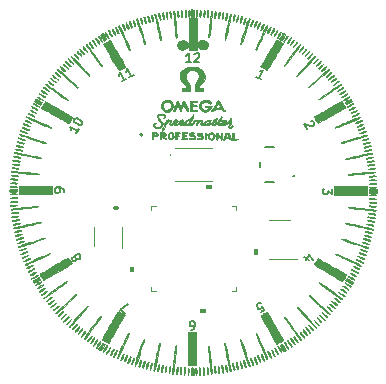
<source format=gbr>
%TF.GenerationSoftware,KiCad,Pcbnew,(5.1.6)-1*%
%TF.CreationDate,2023-04-08T18:44:15-07:00*%
%TF.ProjectId,Watch,57617463-682e-46b6-9963-61645f706362,rev?*%
%TF.SameCoordinates,Original*%
%TF.FileFunction,Legend,Top*%
%TF.FilePolarity,Positive*%
%FSLAX46Y46*%
G04 Gerber Fmt 4.6, Leading zero omitted, Abs format (unit mm)*
G04 Created by KiCad (PCBNEW (5.1.6)-1) date 2023-04-08 18:44:15*
%MOMM*%
%LPD*%
G01*
G04 APERTURE LIST*
%ADD10C,0.187500*%
%ADD11C,0.100000*%
%ADD12C,0.120000*%
%ADD13C,0.200000*%
%ADD14C,0.300000*%
%ADD15C,0.010000*%
G04 APERTURE END LIST*
D10*
X151526934Y-78759972D02*
X151155780Y-78545687D01*
X151341357Y-78652830D02*
X151716357Y-78003310D01*
X151600926Y-78060385D01*
X151503353Y-78086529D01*
X151423637Y-78081745D01*
X155801079Y-82275196D02*
X155849865Y-82288268D01*
X155916509Y-82332270D01*
X156005795Y-82486917D01*
X156010580Y-82566633D01*
X155997507Y-82615420D01*
X155953505Y-82682064D01*
X155891646Y-82717778D01*
X155781001Y-82740420D01*
X155195561Y-82583552D01*
X155427704Y-82985635D01*
X157509714Y-88015000D02*
X157509714Y-88479285D01*
X157224000Y-88229285D01*
X157224000Y-88336428D01*
X157188285Y-88407857D01*
X157152571Y-88443571D01*
X157081142Y-88479285D01*
X156902571Y-88479285D01*
X156831142Y-88443571D01*
X156795428Y-88407857D01*
X156759714Y-88336428D01*
X156759714Y-88122142D01*
X156795428Y-88050714D01*
X156831142Y-88015000D01*
X155642754Y-94057075D02*
X155209741Y-93807075D01*
X155979475Y-94045284D02*
X155604819Y-93622780D01*
X155372676Y-94024863D01*
X151497522Y-98488974D02*
X151806817Y-98310403D01*
X151659175Y-97983251D01*
X151646103Y-98032037D01*
X151602101Y-98098681D01*
X151447454Y-98187967D01*
X151367737Y-98192752D01*
X151318951Y-98179679D01*
X151252307Y-98135678D01*
X151163021Y-97981030D01*
X151158237Y-97901314D01*
X151171309Y-97852528D01*
X151215311Y-97785884D01*
X151369958Y-97696598D01*
X151449674Y-97691813D01*
X151498461Y-97704886D01*
X145583228Y-99978714D02*
X145726086Y-99978714D01*
X145797514Y-99943000D01*
X145833228Y-99907285D01*
X145904657Y-99800142D01*
X145940371Y-99657285D01*
X145940371Y-99371571D01*
X145904657Y-99300142D01*
X145868943Y-99264428D01*
X145797514Y-99228714D01*
X145654657Y-99228714D01*
X145583228Y-99264428D01*
X145547514Y-99300142D01*
X145511800Y-99371571D01*
X145511800Y-99550142D01*
X145547514Y-99621571D01*
X145583228Y-99657285D01*
X145654657Y-99693000D01*
X145797514Y-99693000D01*
X145868943Y-99657285D01*
X145904657Y-99621571D01*
X145940371Y-99550142D01*
X140050080Y-98524689D02*
X139617067Y-98274689D01*
X140270432Y-97785884D01*
X135879363Y-93959501D02*
X135884148Y-94039217D01*
X135871076Y-94088004D01*
X135827074Y-94154648D01*
X135796144Y-94172505D01*
X135716428Y-94177290D01*
X135667642Y-94164217D01*
X135600998Y-94120216D01*
X135529569Y-93996498D01*
X135524784Y-93916782D01*
X135537857Y-93867995D01*
X135581859Y-93801351D01*
X135612788Y-93783494D01*
X135692504Y-93778709D01*
X135741291Y-93791782D01*
X135807935Y-93835783D01*
X135879363Y-93959501D01*
X135946007Y-94003503D01*
X135994793Y-94016575D01*
X136074510Y-94011791D01*
X136198227Y-93940362D01*
X136242229Y-93873718D01*
X136255302Y-93824932D01*
X136250517Y-93745216D01*
X136179088Y-93621498D01*
X136112444Y-93577496D01*
X136063658Y-93564424D01*
X135983942Y-93569208D01*
X135860224Y-93640637D01*
X135816222Y-93707281D01*
X135803150Y-93756067D01*
X135807935Y-93835783D01*
X134818446Y-88280857D02*
X134818446Y-88138000D01*
X134782732Y-88066571D01*
X134747018Y-88030857D01*
X134639875Y-87959428D01*
X134497018Y-87923714D01*
X134211303Y-87923714D01*
X134139875Y-87959428D01*
X134104161Y-87995142D01*
X134068446Y-88066571D01*
X134068446Y-88209428D01*
X134104161Y-88280857D01*
X134139875Y-88316571D01*
X134211303Y-88352285D01*
X134389875Y-88352285D01*
X134461303Y-88316571D01*
X134497018Y-88280857D01*
X134532732Y-88209428D01*
X134532732Y-88066571D01*
X134497018Y-87995142D01*
X134461303Y-87959428D01*
X134389875Y-87923714D01*
X136112401Y-82970360D02*
X135898115Y-83341514D01*
X136005258Y-83155937D02*
X135355739Y-82780937D01*
X135412813Y-82896368D01*
X135438958Y-82993941D01*
X135434173Y-83073657D01*
X135695025Y-82193277D02*
X135730739Y-82131418D01*
X135797383Y-82087416D01*
X135846169Y-82074344D01*
X135925886Y-82079129D01*
X136067461Y-82119628D01*
X136222108Y-82208914D01*
X136327969Y-82311272D01*
X136371971Y-82377915D01*
X136385043Y-82426702D01*
X136380258Y-82506418D01*
X136344544Y-82568277D01*
X136277900Y-82612279D01*
X136229113Y-82625351D01*
X136149397Y-82620566D01*
X136007822Y-82580067D01*
X135853175Y-82490782D01*
X135747314Y-82388424D01*
X135703312Y-82321780D01*
X135690240Y-82272993D01*
X135695025Y-82193277D01*
X140126924Y-78724258D02*
X139755771Y-78938544D01*
X139941348Y-78831401D02*
X139566348Y-78181882D01*
X139558060Y-78310385D01*
X139531915Y-78407958D01*
X139487914Y-78474602D01*
X140745514Y-78367115D02*
X140374360Y-78581401D01*
X140559937Y-78474258D02*
X140184937Y-77824739D01*
X140176650Y-77953242D01*
X140150505Y-78050815D01*
X140106503Y-78117459D01*
X145615159Y-77301285D02*
X145186588Y-77301285D01*
X145400874Y-77301285D02*
X145400874Y-76551285D01*
X145329445Y-76658428D01*
X145258017Y-76729857D01*
X145186588Y-76765571D01*
X145900874Y-76622714D02*
X145936588Y-76587000D01*
X146008017Y-76551285D01*
X146186588Y-76551285D01*
X146258017Y-76587000D01*
X146293731Y-76622714D01*
X146329445Y-76694142D01*
X146329445Y-76765571D01*
X146293731Y-76872714D01*
X145865159Y-77301285D01*
X146329445Y-77301285D01*
D11*
%TO.C,U101*%
G36*
X146889500Y-87985600D02*
G01*
X146889500Y-87731600D01*
X147270500Y-87731600D01*
X147270500Y-87985600D01*
X146889500Y-87985600D01*
G37*
X146889500Y-87985600D02*
X146889500Y-87731600D01*
X147270500Y-87731600D01*
X147270500Y-87985600D01*
X146889500Y-87985600D01*
G36*
X151189400Y-93150499D02*
G01*
X151189400Y-93531500D01*
X150935400Y-93531500D01*
X150935400Y-93150499D01*
X151189400Y-93150499D01*
G37*
X151189400Y-93150499D02*
X151189400Y-93531500D01*
X150935400Y-93531500D01*
X150935400Y-93150499D01*
X151189400Y-93150499D01*
G36*
X146389501Y-98196400D02*
G01*
X146389501Y-98450400D01*
X146770501Y-98450400D01*
X146770501Y-98196400D01*
X146389501Y-98196400D01*
G37*
X146389501Y-98196400D02*
X146389501Y-98450400D01*
X146770501Y-98450400D01*
X146770501Y-98196400D01*
X146389501Y-98196400D01*
G36*
X140470600Y-94650499D02*
G01*
X140470600Y-95031499D01*
X140724600Y-95031499D01*
X140724600Y-94650499D01*
X140470600Y-94650499D01*
G37*
X140470600Y-94650499D02*
X140470600Y-95031499D01*
X140724600Y-95031499D01*
X140724600Y-94650499D01*
X140470600Y-94650499D01*
D12*
X142607560Y-89458800D02*
X142197800Y-89458800D01*
X149462200Y-89868560D02*
X149462200Y-89458800D01*
X149052440Y-96723200D02*
X149462200Y-96723200D01*
X142197800Y-96313440D02*
X142197800Y-96723200D01*
X142197800Y-89458800D02*
X142197800Y-89868560D01*
X149462200Y-89458800D02*
X149052440Y-89458800D01*
X149462200Y-96723200D02*
X149462200Y-96313440D01*
X142197800Y-96723200D02*
X142607560Y-96723200D01*
D11*
%TO.C,LED225*%
X143830000Y-85179000D02*
X143830000Y-85179000D01*
X143830000Y-85079000D02*
X143830000Y-85079000D01*
X144230000Y-84579000D02*
X147430000Y-84579000D01*
X144230000Y-87379000D02*
X147430000Y-87379000D01*
X143830000Y-85079000D02*
G75*
G03*
X143830000Y-85179000I0J-50000D01*
G01*
X143830000Y-85179000D02*
G75*
G03*
X143830000Y-85079000I0J50000D01*
G01*
D13*
%TO.C,IC201*%
X141492000Y-83477000D02*
G75*
G03*
X141492000Y-83477000I-100000J0D01*
G01*
D14*
%TO.C,IC103*%
X139307000Y-89675000D02*
X139307000Y-89675000D01*
X139207000Y-89675000D02*
X139207000Y-89675000D01*
D11*
X137357000Y-92875000D02*
X137357000Y-91275000D01*
X139732000Y-93075000D02*
X139732000Y-91275000D01*
D14*
X139207000Y-89675000D02*
G75*
G02*
X139307000Y-89675000I50000J0D01*
G01*
X139307000Y-89675000D02*
G75*
G02*
X139207000Y-89675000I-50000J0D01*
G01*
D13*
%TO.C,IC101*%
X154373000Y-86979000D02*
X154373000Y-86979000D01*
X154273000Y-86979000D02*
X154273000Y-86979000D01*
X154373000Y-86979000D02*
X154373000Y-86979000D01*
X151473000Y-86179000D02*
X151473000Y-85779000D01*
X152673000Y-84529000D02*
X151873000Y-84529000D01*
X152673000Y-87429000D02*
X151873000Y-87429000D01*
X154273000Y-86979000D02*
G75*
G02*
X154373000Y-86979000I50000J0D01*
G01*
X154373000Y-86979000D02*
G75*
G02*
X154273000Y-86979000I-50000J0D01*
G01*
X154273000Y-86979000D02*
G75*
G02*
X154373000Y-86979000I50000J0D01*
G01*
D15*
%TO.C,G\u002A\u002A\u002A*%
G36*
X146101869Y-72942603D02*
G01*
X146115318Y-73063130D01*
X146117841Y-73133324D01*
X146116717Y-73296027D01*
X146104162Y-73395553D01*
X146077898Y-73442869D01*
X146051903Y-73450824D01*
X146036405Y-73416365D01*
X146027619Y-73324188D01*
X146026937Y-73191091D01*
X146027885Y-73161338D01*
X146040186Y-73004400D01*
X146059692Y-72914674D01*
X146081790Y-72893597D01*
X146101869Y-72942603D01*
G37*
X146101869Y-72942603D02*
X146115318Y-73063130D01*
X146117841Y-73133324D01*
X146116717Y-73296027D01*
X146104162Y-73395553D01*
X146077898Y-73442869D01*
X146051903Y-73450824D01*
X146036405Y-73416365D01*
X146027619Y-73324188D01*
X146026937Y-73191091D01*
X146027885Y-73161338D01*
X146040186Y-73004400D01*
X146059692Y-72914674D01*
X146081790Y-72893597D01*
X146101869Y-72942603D01*
G36*
X145470701Y-72905204D02*
G01*
X145488049Y-72958236D01*
X145495893Y-73063135D01*
X145497176Y-73170676D01*
X145492697Y-73329591D01*
X145477817Y-73420581D01*
X145450378Y-73449975D01*
X145410020Y-73425922D01*
X145397493Y-73378517D01*
X145388550Y-73278117D01*
X145385118Y-73146410D01*
X145385118Y-73145774D01*
X145388550Y-73005652D01*
X145400870Y-72926196D01*
X145425107Y-72893595D01*
X145441147Y-72890529D01*
X145470701Y-72905204D01*
G37*
X145470701Y-72905204D02*
X145488049Y-72958236D01*
X145495893Y-73063135D01*
X145497176Y-73170676D01*
X145492697Y-73329591D01*
X145477817Y-73420581D01*
X145450378Y-73449975D01*
X145410020Y-73425922D01*
X145397493Y-73378517D01*
X145388550Y-73278117D01*
X145385118Y-73146410D01*
X145385118Y-73145774D01*
X145388550Y-73005652D01*
X145400870Y-72926196D01*
X145425107Y-72893595D01*
X145441147Y-72890529D01*
X145470701Y-72905204D01*
G36*
X146746734Y-72907889D02*
G01*
X146759616Y-72961835D01*
X146762280Y-73072135D01*
X146759475Y-73173359D01*
X146746948Y-73346732D01*
X146724952Y-73448313D01*
X146700172Y-73479499D01*
X146675561Y-73470817D01*
X146662678Y-73416871D01*
X146660014Y-73306571D01*
X146662819Y-73205347D01*
X146675346Y-73031974D01*
X146697342Y-72930392D01*
X146722122Y-72899207D01*
X146746734Y-72907889D01*
G37*
X146746734Y-72907889D02*
X146759616Y-72961835D01*
X146762280Y-73072135D01*
X146759475Y-73173359D01*
X146746948Y-73346732D01*
X146724952Y-73448313D01*
X146700172Y-73479499D01*
X146675561Y-73470817D01*
X146662678Y-73416871D01*
X146660014Y-73306571D01*
X146662819Y-73205347D01*
X146675346Y-73031974D01*
X146697342Y-72930392D01*
X146722122Y-72899207D01*
X146746734Y-72907889D01*
G36*
X146417593Y-72947631D02*
G01*
X146429127Y-73070602D01*
X146431000Y-73168472D01*
X146424495Y-73330980D01*
X146406259Y-73437468D01*
X146378213Y-73481903D01*
X146342276Y-73458250D01*
X146339970Y-73454629D01*
X146327101Y-73397206D01*
X146322661Y-73299614D01*
X146323123Y-73276593D01*
X146334658Y-73097253D01*
X146353552Y-72970998D01*
X146376126Y-72901518D01*
X146398699Y-72892499D01*
X146417593Y-72947631D01*
G37*
X146417593Y-72947631D02*
X146429127Y-73070602D01*
X146431000Y-73168472D01*
X146424495Y-73330980D01*
X146406259Y-73437468D01*
X146378213Y-73481903D01*
X146342276Y-73458250D01*
X146339970Y-73454629D01*
X146327101Y-73397206D01*
X146322661Y-73299614D01*
X146323123Y-73276593D01*
X146334658Y-73097253D01*
X146353552Y-72970998D01*
X146376126Y-72901518D01*
X146398699Y-72892499D01*
X146417593Y-72947631D01*
G36*
X145881081Y-72871853D02*
G01*
X145878384Y-73067956D01*
X145876093Y-73250400D01*
X145872412Y-73370922D01*
X145863149Y-73442250D01*
X145844111Y-73477116D01*
X145811103Y-73488249D01*
X145759934Y-73488380D01*
X145739971Y-73488176D01*
X145609235Y-73488176D01*
X145609235Y-72848667D01*
X145881081Y-72871853D01*
G37*
X145881081Y-72871853D02*
X145878384Y-73067956D01*
X145876093Y-73250400D01*
X145872412Y-73370922D01*
X145863149Y-73442250D01*
X145844111Y-73477116D01*
X145811103Y-73488249D01*
X145759934Y-73488380D01*
X145739971Y-73488176D01*
X145609235Y-73488176D01*
X145609235Y-72848667D01*
X145881081Y-72871853D01*
G36*
X145156301Y-72932361D02*
G01*
X145175603Y-73035355D01*
X145189224Y-73182938D01*
X145194159Y-73335530D01*
X145184326Y-73433858D01*
X145168236Y-73465028D01*
X145119758Y-73468692D01*
X145110336Y-73459505D01*
X145096578Y-73403097D01*
X145086605Y-73300013D01*
X145081018Y-73174465D01*
X145080418Y-73050663D01*
X145085404Y-72952821D01*
X145096577Y-72905149D01*
X145096586Y-72905140D01*
X145130719Y-72891226D01*
X145156301Y-72932361D01*
G37*
X145156301Y-72932361D02*
X145175603Y-73035355D01*
X145189224Y-73182938D01*
X145194159Y-73335530D01*
X145184326Y-73433858D01*
X145168236Y-73465028D01*
X145119758Y-73468692D01*
X145110336Y-73459505D01*
X145096578Y-73403097D01*
X145086605Y-73300013D01*
X145081018Y-73174465D01*
X145080418Y-73050663D01*
X145085404Y-72952821D01*
X145096577Y-72905149D01*
X145096586Y-72905140D01*
X145130719Y-72891226D01*
X145156301Y-72932361D01*
G36*
X144796809Y-72937096D02*
G01*
X144826070Y-72984359D01*
X144846281Y-73100348D01*
X144854475Y-73220356D01*
X144855539Y-73376745D01*
X144841931Y-73464334D01*
X144812100Y-73487868D01*
X144775020Y-73463274D01*
X144762561Y-73415928D01*
X144753631Y-73315421D01*
X144750120Y-73183282D01*
X144750118Y-73180015D01*
X144754066Y-73036701D01*
X144767105Y-72958428D01*
X144791023Y-72935891D01*
X144796809Y-72937096D01*
G37*
X144796809Y-72937096D02*
X144826070Y-72984359D01*
X144846281Y-73100348D01*
X144854475Y-73220356D01*
X144855539Y-73376745D01*
X144841931Y-73464334D01*
X144812100Y-73487868D01*
X144775020Y-73463274D01*
X144762561Y-73415928D01*
X144753631Y-73315421D01*
X144750120Y-73183282D01*
X144750118Y-73180015D01*
X144754066Y-73036701D01*
X144767105Y-72958428D01*
X144791023Y-72935891D01*
X144796809Y-72937096D01*
G36*
X147048516Y-72937523D02*
G01*
X147064281Y-72945496D01*
X147086025Y-73000637D01*
X147087952Y-73125292D01*
X147080753Y-73220045D01*
X147059128Y-73382445D01*
X147032612Y-73482842D01*
X147003014Y-73517149D01*
X146972141Y-73481281D01*
X146968805Y-73473033D01*
X146960813Y-73409368D01*
X146961300Y-73301940D01*
X146968460Y-73175761D01*
X146980484Y-73055843D01*
X146995566Y-72967200D01*
X147007573Y-72936506D01*
X147048516Y-72937523D01*
G37*
X147048516Y-72937523D02*
X147064281Y-72945496D01*
X147086025Y-73000637D01*
X147087952Y-73125292D01*
X147080753Y-73220045D01*
X147059128Y-73382445D01*
X147032612Y-73482842D01*
X147003014Y-73517149D01*
X146972141Y-73481281D01*
X146968805Y-73473033D01*
X146960813Y-73409368D01*
X146961300Y-73301940D01*
X146968460Y-73175761D01*
X146980484Y-73055843D01*
X146995566Y-72967200D01*
X147007573Y-72936506D01*
X147048516Y-72937523D01*
G36*
X144505839Y-72973661D02*
G01*
X144525715Y-73056233D01*
X144543573Y-73199768D01*
X144549343Y-73259364D01*
X144559004Y-73416236D01*
X144552024Y-73503538D01*
X144533568Y-73525529D01*
X144481458Y-73503797D01*
X144476772Y-73497515D01*
X144458099Y-73433845D01*
X144443161Y-73327701D01*
X144433275Y-73202627D01*
X144429757Y-73082167D01*
X144433924Y-72989867D01*
X144446146Y-72949741D01*
X144480473Y-72941635D01*
X144505839Y-72973661D01*
G37*
X144505839Y-72973661D02*
X144525715Y-73056233D01*
X144543573Y-73199768D01*
X144549343Y-73259364D01*
X144559004Y-73416236D01*
X144552024Y-73503538D01*
X144533568Y-73525529D01*
X144481458Y-73503797D01*
X144476772Y-73497515D01*
X144458099Y-73433845D01*
X144443161Y-73327701D01*
X144433275Y-73202627D01*
X144429757Y-73082167D01*
X144433924Y-72989867D01*
X144446146Y-72949741D01*
X144480473Y-72941635D01*
X144505839Y-72973661D01*
G36*
X147674363Y-73012415D02*
G01*
X147701103Y-73056397D01*
X147709745Y-73148835D01*
X147703194Y-73267291D01*
X147684358Y-73389332D01*
X147656143Y-73492520D01*
X147621455Y-73554421D01*
X147603048Y-73562882D01*
X147572327Y-73547853D01*
X147562048Y-73492360D01*
X147569679Y-73380794D01*
X147571235Y-73366779D01*
X147593132Y-73193287D01*
X147613605Y-73083356D01*
X147635857Y-73025986D01*
X147663089Y-73010175D01*
X147674363Y-73012415D01*
G37*
X147674363Y-73012415D02*
X147701103Y-73056397D01*
X147709745Y-73148835D01*
X147703194Y-73267291D01*
X147684358Y-73389332D01*
X147656143Y-73492520D01*
X147621455Y-73554421D01*
X147603048Y-73562882D01*
X147572327Y-73547853D01*
X147562048Y-73492360D01*
X147569679Y-73380794D01*
X147571235Y-73366779D01*
X147593132Y-73193287D01*
X147613605Y-73083356D01*
X147635857Y-73025986D01*
X147663089Y-73010175D01*
X147674363Y-73012415D01*
G36*
X143861875Y-73038020D02*
G01*
X143901229Y-73137095D01*
X143927383Y-73288982D01*
X143933093Y-73358186D01*
X143930319Y-73470912D01*
X143910955Y-73540118D01*
X143882721Y-73557204D01*
X143853336Y-73513569D01*
X143839788Y-73462140D01*
X143803678Y-73254533D01*
X143788579Y-73106181D01*
X143794753Y-73021557D01*
X143812977Y-73002588D01*
X143861875Y-73038020D01*
G37*
X143861875Y-73038020D02*
X143901229Y-73137095D01*
X143927383Y-73288982D01*
X143933093Y-73358186D01*
X143930319Y-73470912D01*
X143910955Y-73540118D01*
X143882721Y-73557204D01*
X143853336Y-73513569D01*
X143839788Y-73462140D01*
X143803678Y-73254533D01*
X143788579Y-73106181D01*
X143794753Y-73021557D01*
X143812977Y-73002588D01*
X143861875Y-73038020D01*
G36*
X148030239Y-73072320D02*
G01*
X148038850Y-73155388D01*
X148032507Y-73268043D01*
X148014064Y-73389181D01*
X147986373Y-73497700D01*
X147952289Y-73572497D01*
X147929076Y-73592721D01*
X147901580Y-73589596D01*
X147890979Y-73546873D01*
X147895633Y-73450962D01*
X147903202Y-73378501D01*
X147925446Y-73210232D01*
X147948326Y-73105310D01*
X147975201Y-73052425D01*
X148003820Y-73039941D01*
X148030239Y-73072320D01*
G37*
X148030239Y-73072320D02*
X148038850Y-73155388D01*
X148032507Y-73268043D01*
X148014064Y-73389181D01*
X147986373Y-73497700D01*
X147952289Y-73572497D01*
X147929076Y-73592721D01*
X147901580Y-73589596D01*
X147890979Y-73546873D01*
X147895633Y-73450962D01*
X147903202Y-73378501D01*
X147925446Y-73210232D01*
X147948326Y-73105310D01*
X147975201Y-73052425D01*
X148003820Y-73039941D01*
X148030239Y-73072320D01*
G36*
X143541444Y-73054609D02*
G01*
X143566133Y-73106735D01*
X143587434Y-73208503D01*
X143608918Y-73372095D01*
X143610033Y-73381867D01*
X143616065Y-73502462D01*
X143606489Y-73589025D01*
X143585344Y-73629909D01*
X143556664Y-73613467D01*
X143541053Y-73580875D01*
X143519079Y-73495309D01*
X143502388Y-73379152D01*
X143492229Y-73254025D01*
X143489853Y-73141547D01*
X143496509Y-73063339D01*
X143509795Y-73039941D01*
X143541444Y-73054609D01*
G37*
X143541444Y-73054609D02*
X143566133Y-73106735D01*
X143587434Y-73208503D01*
X143608918Y-73372095D01*
X143610033Y-73381867D01*
X143616065Y-73502462D01*
X143606489Y-73589025D01*
X143585344Y-73629909D01*
X143556664Y-73613467D01*
X143541053Y-73580875D01*
X143519079Y-73495309D01*
X143502388Y-73379152D01*
X143492229Y-73254025D01*
X143489853Y-73141547D01*
X143496509Y-73063339D01*
X143509795Y-73039941D01*
X143541444Y-73054609D01*
G36*
X148337865Y-73113114D02*
G01*
X148342775Y-73199765D01*
X148331694Y-73326346D01*
X148322954Y-73382705D01*
X148290967Y-73545035D01*
X148262057Y-73637945D01*
X148234038Y-73666534D01*
X148210196Y-73645567D01*
X148205586Y-73594277D01*
X148212711Y-73494401D01*
X148228124Y-73370499D01*
X148248379Y-73247133D01*
X148270031Y-73148864D01*
X148286067Y-73104784D01*
X148318462Y-73077688D01*
X148337865Y-73113114D01*
G37*
X148337865Y-73113114D02*
X148342775Y-73199765D01*
X148331694Y-73326346D01*
X148322954Y-73382705D01*
X148290967Y-73545035D01*
X148262057Y-73637945D01*
X148234038Y-73666534D01*
X148210196Y-73645567D01*
X148205586Y-73594277D01*
X148212711Y-73494401D01*
X148228124Y-73370499D01*
X148248379Y-73247133D01*
X148270031Y-73148864D01*
X148286067Y-73104784D01*
X148318462Y-73077688D01*
X148337865Y-73113114D01*
G36*
X143236743Y-73140911D02*
G01*
X143271095Y-73267902D01*
X143290435Y-73375001D01*
X143305098Y-73509423D01*
X143303392Y-73611238D01*
X143287346Y-73668231D01*
X143258992Y-73668184D01*
X143244781Y-73649655D01*
X143222523Y-73586327D01*
X143199258Y-73479274D01*
X143178641Y-73353202D01*
X143164327Y-73232816D01*
X143159968Y-73142823D01*
X143165063Y-73110691D01*
X143201389Y-73088485D01*
X143236743Y-73140911D01*
G37*
X143236743Y-73140911D02*
X143271095Y-73267902D01*
X143290435Y-73375001D01*
X143305098Y-73509423D01*
X143303392Y-73611238D01*
X143287346Y-73668231D01*
X143258992Y-73668184D01*
X143244781Y-73649655D01*
X143222523Y-73586327D01*
X143199258Y-73479274D01*
X143178641Y-73353202D01*
X143164327Y-73232816D01*
X143159968Y-73142823D01*
X143165063Y-73110691D01*
X143201389Y-73088485D01*
X143236743Y-73140911D01*
G36*
X148663430Y-73172607D02*
G01*
X148669723Y-73240342D01*
X148654973Y-73364076D01*
X148629667Y-73500623D01*
X148592415Y-73639853D01*
X148551003Y-73705967D01*
X148532127Y-73712294D01*
X148497979Y-73695989D01*
X148492922Y-73635763D01*
X148502212Y-73572221D01*
X148541541Y-73380781D01*
X148580597Y-73242467D01*
X148616782Y-73165426D01*
X148636263Y-73152000D01*
X148663430Y-73172607D01*
G37*
X148663430Y-73172607D02*
X148669723Y-73240342D01*
X148654973Y-73364076D01*
X148629667Y-73500623D01*
X148592415Y-73639853D01*
X148551003Y-73705967D01*
X148532127Y-73712294D01*
X148497979Y-73695989D01*
X148492922Y-73635763D01*
X148502212Y-73572221D01*
X148541541Y-73380781D01*
X148580597Y-73242467D01*
X148616782Y-73165426D01*
X148636263Y-73152000D01*
X148663430Y-73172607D01*
G36*
X142917424Y-73173167D02*
G01*
X142938406Y-73222324D01*
X142965830Y-73320328D01*
X142994096Y-73442298D01*
X143017606Y-73563352D01*
X143030760Y-73658607D01*
X143031882Y-73681801D01*
X143001971Y-73709704D01*
X142981844Y-73712294D01*
X142945410Y-73675736D01*
X142908506Y-73569171D01*
X142882433Y-73450627D01*
X142857233Y-73283741D01*
X142856717Y-73182881D01*
X142880674Y-73149720D01*
X142917424Y-73173167D01*
G37*
X142917424Y-73173167D02*
X142938406Y-73222324D01*
X142965830Y-73320328D01*
X142994096Y-73442298D01*
X143017606Y-73563352D01*
X143030760Y-73658607D01*
X143031882Y-73681801D01*
X143001971Y-73709704D01*
X142981844Y-73712294D01*
X142945410Y-73675736D01*
X142908506Y-73569171D01*
X142882433Y-73450627D01*
X142857233Y-73283741D01*
X142856717Y-73182881D01*
X142880674Y-73149720D01*
X142917424Y-73173167D01*
G36*
X149298306Y-73284438D02*
G01*
X149302452Y-73351540D01*
X149283618Y-73474309D01*
X149256608Y-73597888D01*
X149219979Y-73718680D01*
X149180880Y-73796802D01*
X149147364Y-73826294D01*
X149127485Y-73801192D01*
X149129294Y-73715537D01*
X149133192Y-73689248D01*
X149166828Y-73519083D01*
X149204625Y-73382164D01*
X149241999Y-73292576D01*
X149271579Y-73264059D01*
X149298306Y-73284438D01*
G37*
X149298306Y-73284438D02*
X149302452Y-73351540D01*
X149283618Y-73474309D01*
X149256608Y-73597888D01*
X149219979Y-73718680D01*
X149180880Y-73796802D01*
X149147364Y-73826294D01*
X149127485Y-73801192D01*
X149129294Y-73715537D01*
X149133192Y-73689248D01*
X149166828Y-73519083D01*
X149204625Y-73382164D01*
X149241999Y-73292576D01*
X149271579Y-73264059D01*
X149298306Y-73284438D01*
G36*
X142290936Y-73334666D02*
G01*
X142327541Y-73419518D01*
X142362973Y-73533596D01*
X142391403Y-73654532D01*
X142406998Y-73759956D01*
X142403929Y-73827499D01*
X142398581Y-73836946D01*
X142355622Y-73841782D01*
X142343679Y-73828925D01*
X142312927Y-73757883D01*
X142275550Y-73644439D01*
X142240363Y-73519187D01*
X142216181Y-73412723D01*
X142210522Y-73366779D01*
X142233092Y-73311463D01*
X142258989Y-73301412D01*
X142290936Y-73334666D01*
G37*
X142290936Y-73334666D02*
X142327541Y-73419518D01*
X142362973Y-73533596D01*
X142391403Y-73654532D01*
X142406998Y-73759956D01*
X142403929Y-73827499D01*
X142398581Y-73836946D01*
X142355622Y-73841782D01*
X142343679Y-73828925D01*
X142312927Y-73757883D01*
X142275550Y-73644439D01*
X142240363Y-73519187D01*
X142216181Y-73412723D01*
X142210522Y-73366779D01*
X142233092Y-73311463D01*
X142258989Y-73301412D01*
X142290936Y-73334666D01*
G36*
X149591362Y-73391005D02*
G01*
X149594381Y-73413471D01*
X149592380Y-73512909D01*
X149570775Y-73634917D01*
X149536487Y-73755108D01*
X149496434Y-73849094D01*
X149458558Y-73892177D01*
X149428745Y-73887244D01*
X149422808Y-73834871D01*
X149433369Y-73750961D01*
X149466093Y-73610660D01*
X149513287Y-73473319D01*
X149520614Y-73456507D01*
X149560313Y-73373765D01*
X149580570Y-73353872D01*
X149591362Y-73391005D01*
G37*
X149591362Y-73391005D02*
X149594381Y-73413471D01*
X149592380Y-73512909D01*
X149570775Y-73634917D01*
X149536487Y-73755108D01*
X149496434Y-73849094D01*
X149458558Y-73892177D01*
X149428745Y-73887244D01*
X149422808Y-73834871D01*
X149433369Y-73750961D01*
X149466093Y-73610660D01*
X149513287Y-73473319D01*
X149520614Y-73456507D01*
X149560313Y-73373765D01*
X149580570Y-73353872D01*
X149591362Y-73391005D01*
G36*
X141991953Y-73419152D02*
G01*
X142029575Y-73509088D01*
X142073105Y-73654916D01*
X142101801Y-73788064D01*
X142106534Y-73881338D01*
X142088881Y-73924898D01*
X142050417Y-73908902D01*
X142035273Y-73891304D01*
X141997738Y-73819208D01*
X141960908Y-73711915D01*
X141930215Y-73592483D01*
X141911089Y-73483971D01*
X141908959Y-73409440D01*
X141917456Y-73390986D01*
X141956542Y-73383111D01*
X141991953Y-73419152D01*
G37*
X141991953Y-73419152D02*
X142029575Y-73509088D01*
X142073105Y-73654916D01*
X142101801Y-73788064D01*
X142106534Y-73881338D01*
X142088881Y-73924898D01*
X142050417Y-73908902D01*
X142035273Y-73891304D01*
X141997738Y-73819208D01*
X141960908Y-73711915D01*
X141930215Y-73592483D01*
X141911089Y-73483971D01*
X141908959Y-73409440D01*
X141917456Y-73390986D01*
X141956542Y-73383111D01*
X141991953Y-73419152D01*
G36*
X149909358Y-73440416D02*
G01*
X149925109Y-73495758D01*
X149911005Y-73606043D01*
X149883739Y-73717308D01*
X149834571Y-73881123D01*
X149794702Y-73974482D01*
X149762106Y-74000770D01*
X149735466Y-73965249D01*
X149731831Y-73888980D01*
X149752773Y-73764492D01*
X149793944Y-73612445D01*
X149834196Y-73496126D01*
X149871199Y-73433120D01*
X149909358Y-73440416D01*
G37*
X149909358Y-73440416D02*
X149925109Y-73495758D01*
X149911005Y-73606043D01*
X149883739Y-73717308D01*
X149834571Y-73881123D01*
X149794702Y-73974482D01*
X149762106Y-74000770D01*
X149735466Y-73965249D01*
X149731831Y-73888980D01*
X149752773Y-73764492D01*
X149793944Y-73612445D01*
X149834196Y-73496126D01*
X149871199Y-73433120D01*
X149909358Y-73440416D01*
G36*
X141674870Y-73485436D02*
G01*
X141716233Y-73578744D01*
X141724916Y-73609574D01*
X141758637Y-73734930D01*
X141791421Y-73847095D01*
X141798012Y-73867869D01*
X141814025Y-73964912D01*
X141780182Y-74008199D01*
X141757239Y-74011118D01*
X141732937Y-73978092D01*
X141696493Y-73891084D01*
X141655385Y-73768191D01*
X141651405Y-73754958D01*
X141608033Y-73607646D01*
X141584904Y-73517764D01*
X141581006Y-73471125D01*
X141595327Y-73453541D01*
X141626856Y-73450824D01*
X141629707Y-73450824D01*
X141674870Y-73485436D01*
G37*
X141674870Y-73485436D02*
X141716233Y-73578744D01*
X141724916Y-73609574D01*
X141758637Y-73734930D01*
X141791421Y-73847095D01*
X141798012Y-73867869D01*
X141814025Y-73964912D01*
X141780182Y-74008199D01*
X141757239Y-74011118D01*
X141732937Y-73978092D01*
X141696493Y-73891084D01*
X141655385Y-73768191D01*
X141651405Y-73754958D01*
X141608033Y-73607646D01*
X141584904Y-73517764D01*
X141581006Y-73471125D01*
X141595327Y-73453541D01*
X141626856Y-73450824D01*
X141629707Y-73450824D01*
X141674870Y-73485436D01*
G36*
X150228968Y-73536245D02*
G01*
X150237253Y-73578541D01*
X150220894Y-73670579D01*
X150179164Y-73822003D01*
X150173683Y-73840397D01*
X150128321Y-73966386D01*
X150083534Y-74049866D01*
X150046261Y-74083422D01*
X150023439Y-74059641D01*
X150019777Y-74004892D01*
X150034790Y-73908477D01*
X150068772Y-73789605D01*
X150112846Y-73671894D01*
X150158136Y-73578960D01*
X150195763Y-73534419D01*
X150196766Y-73534049D01*
X150228968Y-73536245D01*
G37*
X150228968Y-73536245D02*
X150237253Y-73578541D01*
X150220894Y-73670579D01*
X150179164Y-73822003D01*
X150173683Y-73840397D01*
X150128321Y-73966386D01*
X150083534Y-74049866D01*
X150046261Y-74083422D01*
X150023439Y-74059641D01*
X150019777Y-74004892D01*
X150034790Y-73908477D01*
X150068772Y-73789605D01*
X150112846Y-73671894D01*
X150158136Y-73578960D01*
X150195763Y-73534419D01*
X150196766Y-73534049D01*
X150228968Y-73536245D01*
G36*
X141351131Y-73544287D02*
G01*
X141378305Y-73589136D01*
X141414304Y-73682317D01*
X141451523Y-73799286D01*
X141482361Y-73915497D01*
X141499214Y-74006405D01*
X141500412Y-74026205D01*
X141489643Y-74084437D01*
X141460809Y-74078045D01*
X141419113Y-74013392D01*
X141369762Y-73896841D01*
X141351294Y-73843914D01*
X141307745Y-73689616D01*
X141294940Y-73585139D01*
X141312885Y-73536937D01*
X141351131Y-73544287D01*
G37*
X141351131Y-73544287D02*
X141378305Y-73589136D01*
X141414304Y-73682317D01*
X141451523Y-73799286D01*
X141482361Y-73915497D01*
X141499214Y-74006405D01*
X141500412Y-74026205D01*
X141489643Y-74084437D01*
X141460809Y-74078045D01*
X141419113Y-74013392D01*
X141369762Y-73896841D01*
X141351294Y-73843914D01*
X141307745Y-73689616D01*
X141294940Y-73585139D01*
X141312885Y-73536937D01*
X141351131Y-73544287D01*
G36*
X150851920Y-73714542D02*
G01*
X150863812Y-73729904D01*
X150859358Y-73771309D01*
X150836324Y-73851689D01*
X150792478Y-73983970D01*
X150764988Y-74064977D01*
X150719635Y-74173556D01*
X150673391Y-74246637D01*
X150635611Y-74274150D01*
X150615651Y-74246025D01*
X150614529Y-74226924D01*
X150627862Y-74139717D01*
X150662057Y-74025060D01*
X150708409Y-73904147D01*
X150758210Y-73798174D01*
X150802756Y-73728335D01*
X150825917Y-73712294D01*
X150851920Y-73714542D01*
G37*
X150851920Y-73714542D02*
X150863812Y-73729904D01*
X150859358Y-73771309D01*
X150836324Y-73851689D01*
X150792478Y-73983970D01*
X150764988Y-74064977D01*
X150719635Y-74173556D01*
X150673391Y-74246637D01*
X150635611Y-74274150D01*
X150615651Y-74246025D01*
X150614529Y-74226924D01*
X150627862Y-74139717D01*
X150662057Y-74025060D01*
X150708409Y-73904147D01*
X150758210Y-73798174D01*
X150802756Y-73728335D01*
X150825917Y-73712294D01*
X150851920Y-73714542D01*
G36*
X140734154Y-73749213D02*
G01*
X140773163Y-73807722D01*
X140819335Y-73911765D01*
X140862807Y-74034136D01*
X140893714Y-74147631D01*
X140902765Y-74214239D01*
X140880285Y-74265449D01*
X140835953Y-74263458D01*
X140809704Y-74225897D01*
X140788543Y-74166876D01*
X140750834Y-74063846D01*
X140718877Y-73977298D01*
X140675440Y-73838816D01*
X140665839Y-73753116D01*
X140689734Y-73725267D01*
X140734154Y-73749213D01*
G37*
X140734154Y-73749213D02*
X140773163Y-73807722D01*
X140819335Y-73911765D01*
X140862807Y-74034136D01*
X140893714Y-74147631D01*
X140902765Y-74214239D01*
X140880285Y-74265449D01*
X140835953Y-74263458D01*
X140809704Y-74225897D01*
X140788543Y-74166876D01*
X140750834Y-74063846D01*
X140718877Y-73977298D01*
X140675440Y-73838816D01*
X140665839Y-73753116D01*
X140689734Y-73725267D01*
X140734154Y-73749213D01*
G36*
X151157746Y-73865567D02*
G01*
X151135093Y-73960770D01*
X151097012Y-74071573D01*
X151040284Y-74210794D01*
X150987514Y-74313078D01*
X150944911Y-74369418D01*
X150918681Y-74370808D01*
X150913353Y-74338023D01*
X150926701Y-74263361D01*
X150960556Y-74153432D01*
X151005634Y-74032355D01*
X151052653Y-73924253D01*
X151092329Y-73853246D01*
X151105021Y-73839999D01*
X151147655Y-73827243D01*
X151157746Y-73865567D01*
G37*
X151157746Y-73865567D02*
X151135093Y-73960770D01*
X151097012Y-74071573D01*
X151040284Y-74210794D01*
X150987514Y-74313078D01*
X150944911Y-74369418D01*
X150918681Y-74370808D01*
X150913353Y-74338023D01*
X150926701Y-74263361D01*
X150960556Y-74153432D01*
X151005634Y-74032355D01*
X151052653Y-73924253D01*
X151092329Y-73853246D01*
X151105021Y-73839999D01*
X151147655Y-73827243D01*
X151157746Y-73865567D01*
G36*
X140423652Y-73851946D02*
G01*
X140443796Y-73871455D01*
X140480803Y-73938068D01*
X140524291Y-74040696D01*
X140566492Y-74156898D01*
X140599637Y-74264235D01*
X140615958Y-74340265D01*
X140613749Y-74362388D01*
X140560086Y-74381625D01*
X140514466Y-74328061D01*
X140510719Y-74319279D01*
X140446905Y-74151143D01*
X140400414Y-74007072D01*
X140375168Y-73901089D01*
X140375087Y-73847212D01*
X140377876Y-73844233D01*
X140423652Y-73851946D01*
G37*
X140423652Y-73851946D02*
X140443796Y-73871455D01*
X140480803Y-73938068D01*
X140524291Y-74040696D01*
X140566492Y-74156898D01*
X140599637Y-74264235D01*
X140615958Y-74340265D01*
X140613749Y-74362388D01*
X140560086Y-74381625D01*
X140514466Y-74328061D01*
X140510719Y-74319279D01*
X140446905Y-74151143D01*
X140400414Y-74007072D01*
X140375168Y-73901089D01*
X140375087Y-73847212D01*
X140377876Y-73844233D01*
X140423652Y-73851946D01*
G36*
X151455577Y-73937858D02*
G01*
X151468220Y-73952337D01*
X151460770Y-73995058D01*
X151431276Y-74081230D01*
X151392888Y-74185220D01*
X151325887Y-74346942D01*
X151267980Y-74448160D01*
X151222259Y-74484303D01*
X151200211Y-74470212D01*
X151200805Y-74417106D01*
X151227340Y-74321636D01*
X151270883Y-74205037D01*
X151322500Y-74088545D01*
X151373255Y-73993396D01*
X151414216Y-73940825D01*
X151424790Y-73936412D01*
X151455577Y-73937858D01*
G37*
X151455577Y-73937858D02*
X151468220Y-73952337D01*
X151460770Y-73995058D01*
X151431276Y-74081230D01*
X151392888Y-74185220D01*
X151325887Y-74346942D01*
X151267980Y-74448160D01*
X151222259Y-74484303D01*
X151200211Y-74470212D01*
X151200805Y-74417106D01*
X151227340Y-74321636D01*
X151270883Y-74205037D01*
X151322500Y-74088545D01*
X151373255Y-73993396D01*
X151414216Y-73940825D01*
X151424790Y-73936412D01*
X151455577Y-73937858D01*
G36*
X140142726Y-73968050D02*
G01*
X140185401Y-74049089D01*
X140235628Y-74158718D01*
X140284423Y-74276126D01*
X140322805Y-74380500D01*
X140341789Y-74451030D01*
X140342471Y-74459746D01*
X140312694Y-74493578D01*
X140292720Y-74496706D01*
X140255464Y-74464436D01*
X140204001Y-74379473D01*
X140148941Y-74259585D01*
X140144476Y-74248456D01*
X140088703Y-74094185D01*
X140068111Y-73996681D01*
X140081920Y-73947231D01*
X140116585Y-73936412D01*
X140142726Y-73968050D01*
G37*
X140142726Y-73968050D02*
X140185401Y-74049089D01*
X140235628Y-74158718D01*
X140284423Y-74276126D01*
X140322805Y-74380500D01*
X140341789Y-74451030D01*
X140342471Y-74459746D01*
X140312694Y-74493578D01*
X140292720Y-74496706D01*
X140255464Y-74464436D01*
X140204001Y-74379473D01*
X140148941Y-74259585D01*
X140144476Y-74248456D01*
X140088703Y-74094185D01*
X140068111Y-73996681D01*
X140081920Y-73947231D01*
X140116585Y-73936412D01*
X140142726Y-73968050D01*
G36*
X151761139Y-74055114D02*
G01*
X151767932Y-74084154D01*
X151750691Y-74149255D01*
X151706955Y-74264081D01*
X151683428Y-74322237D01*
X151614408Y-74479236D01*
X151561553Y-74569041D01*
X151521272Y-74596505D01*
X151495392Y-74576377D01*
X151497546Y-74524813D01*
X151526578Y-74430901D01*
X151573015Y-74315708D01*
X151627383Y-74200300D01*
X151680210Y-74105743D01*
X151722024Y-74053105D01*
X151732775Y-74048471D01*
X151761139Y-74055114D01*
G37*
X151761139Y-74055114D02*
X151767932Y-74084154D01*
X151750691Y-74149255D01*
X151706955Y-74264081D01*
X151683428Y-74322237D01*
X151614408Y-74479236D01*
X151561553Y-74569041D01*
X151521272Y-74596505D01*
X151495392Y-74576377D01*
X151497546Y-74524813D01*
X151526578Y-74430901D01*
X151573015Y-74315708D01*
X151627383Y-74200300D01*
X151680210Y-74105743D01*
X151722024Y-74053105D01*
X151732775Y-74048471D01*
X151761139Y-74055114D01*
G36*
X139848644Y-74102786D02*
G01*
X139900196Y-74194737D01*
X139962568Y-74335542D01*
X140017378Y-74475131D01*
X140039838Y-74559570D01*
X140031664Y-74600194D01*
X140003951Y-74608765D01*
X139970284Y-74577168D01*
X139918379Y-74493853D01*
X139858802Y-74376032D01*
X139851953Y-74361086D01*
X139795734Y-74222532D01*
X139769129Y-74123607D01*
X139773702Y-74079356D01*
X139808416Y-74066954D01*
X139848644Y-74102786D01*
G37*
X139848644Y-74102786D02*
X139900196Y-74194737D01*
X139962568Y-74335542D01*
X140017378Y-74475131D01*
X140039838Y-74559570D01*
X140031664Y-74600194D01*
X140003951Y-74608765D01*
X139970284Y-74577168D01*
X139918379Y-74493853D01*
X139858802Y-74376032D01*
X139851953Y-74361086D01*
X139795734Y-74222532D01*
X139769129Y-74123607D01*
X139773702Y-74079356D01*
X139808416Y-74066954D01*
X139848644Y-74102786D01*
G36*
X152350932Y-74310928D02*
G01*
X152363636Y-74323121D01*
X152355926Y-74360374D01*
X152324615Y-74436538D01*
X152266513Y-74565464D01*
X152257687Y-74584922D01*
X152190829Y-74715930D01*
X152130996Y-74803089D01*
X152089097Y-74832882D01*
X152055282Y-74824003D01*
X152056419Y-74784429D01*
X152084619Y-74711485D01*
X152171334Y-74517971D01*
X152239198Y-74390463D01*
X152291379Y-74323580D01*
X152321006Y-74309941D01*
X152350932Y-74310928D01*
G37*
X152350932Y-74310928D02*
X152363636Y-74323121D01*
X152355926Y-74360374D01*
X152324615Y-74436538D01*
X152266513Y-74565464D01*
X152257687Y-74584922D01*
X152190829Y-74715930D01*
X152130996Y-74803089D01*
X152089097Y-74832882D01*
X152055282Y-74824003D01*
X152056419Y-74784429D01*
X152084619Y-74711485D01*
X152171334Y-74517971D01*
X152239198Y-74390463D01*
X152291379Y-74323580D01*
X152321006Y-74309941D01*
X152350932Y-74310928D01*
G36*
X139229021Y-74337226D02*
G01*
X139250574Y-74357044D01*
X139292152Y-74421785D01*
X139347322Y-74523345D01*
X139404703Y-74638523D01*
X139452917Y-74744120D01*
X139480586Y-74816939D01*
X139483353Y-74831641D01*
X139461154Y-74867775D01*
X139411560Y-74853182D01*
X139381280Y-74823544D01*
X139335708Y-74749942D01*
X139284356Y-74645048D01*
X139235618Y-74529736D01*
X139197889Y-74424880D01*
X139179562Y-74351353D01*
X139182694Y-74329752D01*
X139229021Y-74337226D01*
G37*
X139229021Y-74337226D02*
X139250574Y-74357044D01*
X139292152Y-74421785D01*
X139347322Y-74523345D01*
X139404703Y-74638523D01*
X139452917Y-74744120D01*
X139480586Y-74816939D01*
X139483353Y-74831641D01*
X139461154Y-74867775D01*
X139411560Y-74853182D01*
X139381280Y-74823544D01*
X139335708Y-74749942D01*
X139284356Y-74645048D01*
X139235618Y-74529736D01*
X139197889Y-74424880D01*
X139179562Y-74351353D01*
X139182694Y-74329752D01*
X139229021Y-74337226D01*
G36*
X152637180Y-74485889D02*
G01*
X152599784Y-74595874D01*
X152543558Y-74719385D01*
X152472190Y-74851485D01*
X152408905Y-74942400D01*
X152360851Y-74984414D01*
X152335172Y-74969812D01*
X152332765Y-74946989D01*
X152349572Y-74889551D01*
X152392343Y-74791496D01*
X152449602Y-74675247D01*
X152509871Y-74563228D01*
X152561675Y-74477861D01*
X152590818Y-74442788D01*
X152634312Y-74434160D01*
X152637180Y-74485889D01*
G37*
X152637180Y-74485889D02*
X152599784Y-74595874D01*
X152543558Y-74719385D01*
X152472190Y-74851485D01*
X152408905Y-74942400D01*
X152360851Y-74984414D01*
X152335172Y-74969812D01*
X152332765Y-74946989D01*
X152349572Y-74889551D01*
X152392343Y-74791496D01*
X152449602Y-74675247D01*
X152509871Y-74563228D01*
X152561675Y-74477861D01*
X152590818Y-74442788D01*
X152634312Y-74434160D01*
X152637180Y-74485889D01*
G36*
X138969972Y-74507606D02*
G01*
X139025906Y-74593128D01*
X139086976Y-74702414D01*
X139141081Y-74812994D01*
X139176120Y-74902400D01*
X139182935Y-74935603D01*
X139170531Y-74981835D01*
X139130973Y-74964469D01*
X139068875Y-74887522D01*
X139001330Y-74777419D01*
X138926026Y-74629603D01*
X138890317Y-74525587D01*
X138895571Y-74471394D01*
X138931276Y-74468318D01*
X138969972Y-74507606D01*
G37*
X138969972Y-74507606D02*
X139025906Y-74593128D01*
X139086976Y-74702414D01*
X139141081Y-74812994D01*
X139176120Y-74902400D01*
X139182935Y-74935603D01*
X139170531Y-74981835D01*
X139130973Y-74964469D01*
X139068875Y-74887522D01*
X139001330Y-74777419D01*
X138926026Y-74629603D01*
X138890317Y-74525587D01*
X138895571Y-74471394D01*
X138931276Y-74468318D01*
X138969972Y-74507606D01*
G36*
X152932556Y-74608584D02*
G01*
X152915942Y-74682051D01*
X152872597Y-74790667D01*
X152834338Y-74868582D01*
X152745836Y-75020240D01*
X152675918Y-75101511D01*
X152625249Y-75111662D01*
X152618780Y-75106446D01*
X152623567Y-75064680D01*
X152658118Y-74979610D01*
X152712115Y-74870974D01*
X152775238Y-74758511D01*
X152837168Y-74661957D01*
X152878281Y-74610099D01*
X152920612Y-74581015D01*
X152932556Y-74608584D01*
G37*
X152932556Y-74608584D02*
X152915942Y-74682051D01*
X152872597Y-74790667D01*
X152834338Y-74868582D01*
X152745836Y-75020240D01*
X152675918Y-75101511D01*
X152625249Y-75111662D01*
X152618780Y-75106446D01*
X152623567Y-75064680D01*
X152658118Y-74979610D01*
X152712115Y-74870974D01*
X152775238Y-74758511D01*
X152837168Y-74661957D01*
X152878281Y-74610099D01*
X152920612Y-74581015D01*
X152932556Y-74608584D01*
G36*
X138667899Y-74639208D02*
G01*
X138723300Y-74716683D01*
X138788117Y-74821345D01*
X138850696Y-74933210D01*
X138899378Y-75032294D01*
X138922507Y-75098614D01*
X138923059Y-75105168D01*
X138893291Y-75129766D01*
X138875484Y-75131706D01*
X138836268Y-75100673D01*
X138777791Y-75019009D01*
X138712205Y-74903861D01*
X138707395Y-74894466D01*
X138638582Y-74756600D01*
X138601374Y-74671954D01*
X138592457Y-74627705D01*
X138608518Y-74611032D01*
X138633574Y-74608903D01*
X138667899Y-74639208D01*
G37*
X138667899Y-74639208D02*
X138723300Y-74716683D01*
X138788117Y-74821345D01*
X138850696Y-74933210D01*
X138899378Y-75032294D01*
X138922507Y-75098614D01*
X138923059Y-75105168D01*
X138893291Y-75129766D01*
X138875484Y-75131706D01*
X138836268Y-75100673D01*
X138777791Y-75019009D01*
X138712205Y-74903861D01*
X138707395Y-74894466D01*
X138638582Y-74756600D01*
X138601374Y-74671954D01*
X138592457Y-74627705D01*
X138608518Y-74611032D01*
X138633574Y-74608903D01*
X138667899Y-74639208D01*
G36*
X147401273Y-73012727D02*
G01*
X147402230Y-73030603D01*
X147398135Y-73116779D01*
X147386650Y-73258666D01*
X147369109Y-73444572D01*
X147346846Y-73662804D01*
X147321196Y-73901672D01*
X147293493Y-74149481D01*
X147265072Y-74394542D01*
X147237267Y-74625161D01*
X147211412Y-74829647D01*
X147188842Y-74996307D01*
X147170891Y-75113451D01*
X147158894Y-75169384D01*
X147157899Y-75171459D01*
X147114796Y-75203349D01*
X147073643Y-75196937D01*
X147066000Y-75177263D01*
X147070126Y-75132340D01*
X147081572Y-75025778D01*
X147098939Y-74870137D01*
X147120829Y-74677974D01*
X147141915Y-74495572D01*
X147170185Y-74250062D01*
X147198518Y-73999590D01*
X147224440Y-73766332D01*
X147245476Y-73572464D01*
X147254323Y-73488176D01*
X147272311Y-73323615D01*
X147289982Y-73179519D01*
X147304601Y-73077504D01*
X147309855Y-73049279D01*
X147340969Y-72982271D01*
X147378461Y-72968667D01*
X147401273Y-73012727D01*
G37*
X147401273Y-73012727D02*
X147402230Y-73030603D01*
X147398135Y-73116779D01*
X147386650Y-73258666D01*
X147369109Y-73444572D01*
X147346846Y-73662804D01*
X147321196Y-73901672D01*
X147293493Y-74149481D01*
X147265072Y-74394542D01*
X147237267Y-74625161D01*
X147211412Y-74829647D01*
X147188842Y-74996307D01*
X147170891Y-75113451D01*
X147158894Y-75169384D01*
X147157899Y-75171459D01*
X147114796Y-75203349D01*
X147073643Y-75196937D01*
X147066000Y-75177263D01*
X147070126Y-75132340D01*
X147081572Y-75025778D01*
X147098939Y-74870137D01*
X147120829Y-74677974D01*
X147141915Y-74495572D01*
X147170185Y-74250062D01*
X147198518Y-73999590D01*
X147224440Y-73766332D01*
X147245476Y-73572464D01*
X147254323Y-73488176D01*
X147272311Y-73323615D01*
X147289982Y-73179519D01*
X147304601Y-73077504D01*
X147309855Y-73049279D01*
X147340969Y-72982271D01*
X147378461Y-72968667D01*
X147401273Y-73012727D01*
G36*
X144162623Y-72967398D02*
G01*
X144176682Y-72978938D01*
X144189448Y-73007437D01*
X144202025Y-73060472D01*
X144215518Y-73145625D01*
X144231032Y-73270475D01*
X144249671Y-73442601D01*
X144272542Y-73669583D01*
X144300747Y-73959001D01*
X144319794Y-74156459D01*
X144352128Y-74506330D01*
X144374738Y-74784178D01*
X144387739Y-74992035D01*
X144391247Y-75131932D01*
X144385375Y-75205902D01*
X144380015Y-75217926D01*
X144340292Y-75230831D01*
X144324169Y-75203320D01*
X144313740Y-75146546D01*
X144298699Y-75032532D01*
X144281150Y-74878443D01*
X144265058Y-74720824D01*
X144243816Y-74503927D01*
X144220652Y-74271356D01*
X144199044Y-74057886D01*
X144188446Y-73955088D01*
X144156221Y-73631273D01*
X144134428Y-73376946D01*
X144122877Y-73187650D01*
X144121378Y-73058925D01*
X144129739Y-72986313D01*
X144146166Y-72965235D01*
X144162623Y-72967398D01*
G37*
X144162623Y-72967398D02*
X144176682Y-72978938D01*
X144189448Y-73007437D01*
X144202025Y-73060472D01*
X144215518Y-73145625D01*
X144231032Y-73270475D01*
X144249671Y-73442601D01*
X144272542Y-73669583D01*
X144300747Y-73959001D01*
X144319794Y-74156459D01*
X144352128Y-74506330D01*
X144374738Y-74784178D01*
X144387739Y-74992035D01*
X144391247Y-75131932D01*
X144385375Y-75205902D01*
X144380015Y-75217926D01*
X144340292Y-75230831D01*
X144324169Y-75203320D01*
X144313740Y-75146546D01*
X144298699Y-75032532D01*
X144281150Y-74878443D01*
X144265058Y-74720824D01*
X144243816Y-74503927D01*
X144220652Y-74271356D01*
X144199044Y-74057886D01*
X144188446Y-73955088D01*
X144156221Y-73631273D01*
X144134428Y-73376946D01*
X144122877Y-73187650D01*
X144121378Y-73058925D01*
X144129739Y-72986313D01*
X144146166Y-72965235D01*
X144162623Y-72967398D01*
G36*
X153209076Y-74759778D02*
G01*
X153205628Y-74797476D01*
X153178550Y-74867055D01*
X153123191Y-74981947D01*
X153081236Y-75064937D01*
X153018088Y-75171709D01*
X152958645Y-75244083D01*
X152913515Y-75272228D01*
X152893306Y-75246314D01*
X152893059Y-75239323D01*
X152910407Y-75181499D01*
X152955013Y-75089040D01*
X153015724Y-74980462D01*
X153081385Y-74874282D01*
X153140839Y-74789017D01*
X153182934Y-74743184D01*
X153193544Y-74740527D01*
X153209076Y-74759778D01*
G37*
X153209076Y-74759778D02*
X153205628Y-74797476D01*
X153178550Y-74867055D01*
X153123191Y-74981947D01*
X153081236Y-75064937D01*
X153018088Y-75171709D01*
X152958645Y-75244083D01*
X152913515Y-75272228D01*
X152893306Y-75246314D01*
X152893059Y-75239323D01*
X152910407Y-75181499D01*
X152955013Y-75089040D01*
X153015724Y-74980462D01*
X153081385Y-74874282D01*
X153140839Y-74789017D01*
X153182934Y-74743184D01*
X153193544Y-74740527D01*
X153209076Y-74759778D01*
G36*
X138393152Y-74806498D02*
G01*
X138450638Y-74882191D01*
X138515335Y-74984072D01*
X138575709Y-75092279D01*
X138620226Y-75186952D01*
X138637349Y-75248229D01*
X138634237Y-75258665D01*
X138598175Y-75278152D01*
X138557996Y-75255989D01*
X138503954Y-75182994D01*
X138441497Y-75077059D01*
X138363698Y-74933101D01*
X138324225Y-74841656D01*
X138320227Y-74792902D01*
X138348855Y-74777017D01*
X138354413Y-74776853D01*
X138393152Y-74806498D01*
G37*
X138393152Y-74806498D02*
X138450638Y-74882191D01*
X138515335Y-74984072D01*
X138575709Y-75092279D01*
X138620226Y-75186952D01*
X138637349Y-75248229D01*
X138634237Y-75258665D01*
X138598175Y-75278152D01*
X138557996Y-75255989D01*
X138503954Y-75182994D01*
X138441497Y-75077059D01*
X138363698Y-74933101D01*
X138324225Y-74841656D01*
X138320227Y-74792902D01*
X138348855Y-74777017D01*
X138354413Y-74776853D01*
X138393152Y-74806498D01*
G36*
X148980590Y-73228934D02*
G01*
X148976502Y-73319942D01*
X148953199Y-73472201D01*
X148910312Y-73689853D01*
X148876338Y-73847601D01*
X148820964Y-74099842D01*
X148760751Y-74375205D01*
X148702167Y-74644042D01*
X148651683Y-74876700D01*
X148641491Y-74923863D01*
X148599621Y-75104079D01*
X148558692Y-75256089D01*
X148522911Y-75365821D01*
X148496486Y-75419201D01*
X148492617Y-75421902D01*
X148455321Y-75404955D01*
X148448059Y-75372116D01*
X148456058Y-75301358D01*
X148478351Y-75173051D01*
X148512383Y-74998577D01*
X148555600Y-74789313D01*
X148605447Y-74556639D01*
X148659368Y-74311934D01*
X148714809Y-74066578D01*
X148769214Y-73831949D01*
X148820030Y-73619426D01*
X148864700Y-73440390D01*
X148900670Y-73306218D01*
X148925386Y-73228291D01*
X148932588Y-73214113D01*
X148965829Y-73195038D01*
X148980590Y-73228934D01*
G37*
X148980590Y-73228934D02*
X148976502Y-73319942D01*
X148953199Y-73472201D01*
X148910312Y-73689853D01*
X148876338Y-73847601D01*
X148820964Y-74099842D01*
X148760751Y-74375205D01*
X148702167Y-74644042D01*
X148651683Y-74876700D01*
X148641491Y-74923863D01*
X148599621Y-75104079D01*
X148558692Y-75256089D01*
X148522911Y-75365821D01*
X148496486Y-75419201D01*
X148492617Y-75421902D01*
X148455321Y-75404955D01*
X148448059Y-75372116D01*
X148456058Y-75301358D01*
X148478351Y-75173051D01*
X148512383Y-74998577D01*
X148555600Y-74789313D01*
X148605447Y-74556639D01*
X148659368Y-74311934D01*
X148714809Y-74066578D01*
X148769214Y-73831949D01*
X148820030Y-73619426D01*
X148864700Y-73440390D01*
X148900670Y-73306218D01*
X148925386Y-73228291D01*
X148932588Y-73214113D01*
X148965829Y-73195038D01*
X148980590Y-73228934D01*
G36*
X142571248Y-73233305D02*
G01*
X142594117Y-73251167D01*
X142619421Y-73300985D01*
X142649173Y-73390086D01*
X142685387Y-73525797D01*
X142730076Y-73715447D01*
X142785256Y-73966361D01*
X142828263Y-74168438D01*
X142899568Y-74507997D01*
X142956072Y-74781515D01*
X142998904Y-74995939D01*
X143029190Y-75158214D01*
X143048056Y-75275288D01*
X143056631Y-75354108D01*
X143056040Y-75401620D01*
X143047410Y-75424772D01*
X143032999Y-75430529D01*
X142984669Y-75400945D01*
X142975820Y-75383838D01*
X142964463Y-75338117D01*
X142940057Y-75231363D01*
X142905044Y-75074797D01*
X142861867Y-74879644D01*
X142812969Y-74657126D01*
X142760793Y-74418466D01*
X142707782Y-74174887D01*
X142656378Y-73937612D01*
X142609025Y-73717864D01*
X142568165Y-73526866D01*
X142536240Y-73375841D01*
X142515695Y-73276012D01*
X142508941Y-73238895D01*
X142538968Y-73229621D01*
X142571248Y-73233305D01*
G37*
X142571248Y-73233305D02*
X142594117Y-73251167D01*
X142619421Y-73300985D01*
X142649173Y-73390086D01*
X142685387Y-73525797D01*
X142730076Y-73715447D01*
X142785256Y-73966361D01*
X142828263Y-74168438D01*
X142899568Y-74507997D01*
X142956072Y-74781515D01*
X142998904Y-74995939D01*
X143029190Y-75158214D01*
X143048056Y-75275288D01*
X143056631Y-75354108D01*
X143056040Y-75401620D01*
X143047410Y-75424772D01*
X143032999Y-75430529D01*
X142984669Y-75400945D01*
X142975820Y-75383838D01*
X142964463Y-75338117D01*
X142940057Y-75231363D01*
X142905044Y-75074797D01*
X142861867Y-74879644D01*
X142812969Y-74657126D01*
X142760793Y-74418466D01*
X142707782Y-74174887D01*
X142656378Y-73937612D01*
X142609025Y-73717864D01*
X142568165Y-73526866D01*
X142536240Y-73375841D01*
X142515695Y-73276012D01*
X142508941Y-73238895D01*
X142538968Y-73229621D01*
X142571248Y-73233305D01*
G36*
X153382678Y-74842025D02*
G01*
X153458197Y-74882525D01*
X153487116Y-74899945D01*
X153597391Y-74967007D01*
X153459735Y-75205083D01*
X153387973Y-75322486D01*
X153326529Y-75411059D01*
X153287524Y-75453489D01*
X153284996Y-75454636D01*
X153231512Y-75442251D01*
X153160221Y-75398718D01*
X153072529Y-75331324D01*
X153206912Y-75121250D01*
X153275447Y-75008602D01*
X153323863Y-74918501D01*
X153341294Y-74872030D01*
X153348997Y-74839539D01*
X153382678Y-74842025D01*
G37*
X153382678Y-74842025D02*
X153458197Y-74882525D01*
X153487116Y-74899945D01*
X153597391Y-74967007D01*
X153459735Y-75205083D01*
X153387973Y-75322486D01*
X153326529Y-75411059D01*
X153287524Y-75453489D01*
X153284996Y-75454636D01*
X153231512Y-75442251D01*
X153160221Y-75398718D01*
X153072529Y-75331324D01*
X153206912Y-75121250D01*
X153275447Y-75008602D01*
X153323863Y-74918501D01*
X153341294Y-74872030D01*
X153348997Y-74839539D01*
X153382678Y-74842025D01*
G36*
X138212770Y-74902139D02*
G01*
X138213353Y-74909383D01*
X138232253Y-74959300D01*
X138281505Y-75050452D01*
X138341874Y-75149441D01*
X138412203Y-75265545D01*
X138437602Y-75339632D01*
X138415365Y-75391313D01*
X138342786Y-75440199D01*
X138298520Y-75463639D01*
X138245274Y-75483362D01*
X138205464Y-75465757D01*
X138161351Y-75398202D01*
X138134892Y-75347198D01*
X138069548Y-75226517D01*
X138003348Y-75116813D01*
X137984709Y-75089080D01*
X137940217Y-75019149D01*
X137943582Y-74978440D01*
X137999224Y-74935398D01*
X138006949Y-74930330D01*
X138102859Y-74882896D01*
X138177888Y-74872847D01*
X138212770Y-74902139D01*
G37*
X138212770Y-74902139D02*
X138213353Y-74909383D01*
X138232253Y-74959300D01*
X138281505Y-75050452D01*
X138341874Y-75149441D01*
X138412203Y-75265545D01*
X138437602Y-75339632D01*
X138415365Y-75391313D01*
X138342786Y-75440199D01*
X138298520Y-75463639D01*
X138245274Y-75483362D01*
X138205464Y-75465757D01*
X138161351Y-75398202D01*
X138134892Y-75347198D01*
X138069548Y-75226517D01*
X138003348Y-75116813D01*
X137984709Y-75089080D01*
X137940217Y-75019149D01*
X137943582Y-74978440D01*
X137999224Y-74935398D01*
X138006949Y-74930330D01*
X138102859Y-74882896D01*
X138177888Y-74872847D01*
X138212770Y-74902139D01*
G36*
X153779294Y-75062376D02*
G01*
X153783244Y-75086647D01*
X153760445Y-75142027D01*
X153706407Y-75240729D01*
X153649456Y-75338944D01*
X153567748Y-75473493D01*
X153511907Y-75549636D01*
X153473858Y-75575518D01*
X153445525Y-75559283D01*
X153439619Y-75550586D01*
X153449055Y-75506243D01*
X153491031Y-75421439D01*
X153553279Y-75315490D01*
X153623533Y-75207712D01*
X153689524Y-75117421D01*
X153738987Y-75063932D01*
X153753082Y-75057000D01*
X153779294Y-75062376D01*
G37*
X153779294Y-75062376D02*
X153783244Y-75086647D01*
X153760445Y-75142027D01*
X153706407Y-75240729D01*
X153649456Y-75338944D01*
X153567748Y-75473493D01*
X153511907Y-75549636D01*
X153473858Y-75575518D01*
X153445525Y-75559283D01*
X153439619Y-75550586D01*
X153449055Y-75506243D01*
X153491031Y-75421439D01*
X153553279Y-75315490D01*
X153623533Y-75207712D01*
X153689524Y-75117421D01*
X153738987Y-75063932D01*
X153753082Y-75057000D01*
X153779294Y-75062376D01*
G36*
X137837302Y-75123514D02*
G01*
X137896729Y-75197647D01*
X137966221Y-75296726D01*
X138032400Y-75400724D01*
X138081885Y-75489615D01*
X138101294Y-75543314D01*
X138083739Y-75584002D01*
X138037209Y-75567538D01*
X137970904Y-75500984D01*
X137894025Y-75391400D01*
X137885903Y-75378001D01*
X137806461Y-75236223D01*
X137770384Y-75146674D01*
X137775573Y-75102309D01*
X137801323Y-75094353D01*
X137837302Y-75123514D01*
G37*
X137837302Y-75123514D02*
X137896729Y-75197647D01*
X137966221Y-75296726D01*
X138032400Y-75400724D01*
X138081885Y-75489615D01*
X138101294Y-75543314D01*
X138083739Y-75584002D01*
X138037209Y-75567538D01*
X137970904Y-75500984D01*
X137894025Y-75391400D01*
X137885903Y-75378001D01*
X137806461Y-75236223D01*
X137770384Y-75146674D01*
X137775573Y-75102309D01*
X137801323Y-75094353D01*
X137837302Y-75123514D01*
G36*
X154053342Y-75247141D02*
G01*
X154030196Y-75319443D01*
X153976822Y-75424571D01*
X153914976Y-75524486D01*
X153820685Y-75655505D01*
X153755650Y-75720917D01*
X153720825Y-75719952D01*
X153714824Y-75685932D01*
X153735080Y-75629078D01*
X153786395Y-75535082D01*
X153854586Y-75426254D01*
X153925469Y-75324901D01*
X153984862Y-75253330D01*
X153997022Y-75242062D01*
X154043278Y-75217926D01*
X154053342Y-75247141D01*
G37*
X154053342Y-75247141D02*
X154030196Y-75319443D01*
X153976822Y-75424571D01*
X153914976Y-75524486D01*
X153820685Y-75655505D01*
X153755650Y-75720917D01*
X153720825Y-75719952D01*
X153714824Y-75685932D01*
X153735080Y-75629078D01*
X153786395Y-75535082D01*
X153854586Y-75426254D01*
X153925469Y-75324901D01*
X153984862Y-75253330D01*
X153997022Y-75242062D01*
X154043278Y-75217926D01*
X154053342Y-75247141D01*
G36*
X150569215Y-73624294D02*
G01*
X150567647Y-73646926D01*
X150550477Y-73697351D01*
X150514820Y-73805235D01*
X150465148Y-73956945D01*
X150405933Y-74138849D01*
X150374671Y-74235235D01*
X150260104Y-74585591D01*
X150154618Y-74901660D01*
X150060292Y-75177591D01*
X149979202Y-75407531D01*
X149913425Y-75585629D01*
X149865037Y-75706031D01*
X149836115Y-75762886D01*
X149831211Y-75766706D01*
X149783988Y-75745478D01*
X149787852Y-75702404D01*
X149815800Y-75593008D01*
X149866581Y-75421251D01*
X149938945Y-75191089D01*
X150031641Y-74906481D01*
X150143418Y-74571386D01*
X150273025Y-74189762D01*
X150305452Y-74095162D01*
X150388009Y-73865803D01*
X150453721Y-73707944D01*
X150503113Y-73620423D01*
X150530275Y-73600235D01*
X150569215Y-73624294D01*
G37*
X150569215Y-73624294D02*
X150567647Y-73646926D01*
X150550477Y-73697351D01*
X150514820Y-73805235D01*
X150465148Y-73956945D01*
X150405933Y-74138849D01*
X150374671Y-74235235D01*
X150260104Y-74585591D01*
X150154618Y-74901660D01*
X150060292Y-75177591D01*
X149979202Y-75407531D01*
X149913425Y-75585629D01*
X149865037Y-75706031D01*
X149836115Y-75762886D01*
X149831211Y-75766706D01*
X149783988Y-75745478D01*
X149787852Y-75702404D01*
X149815800Y-75593008D01*
X149866581Y-75421251D01*
X149938945Y-75191089D01*
X150031641Y-74906481D01*
X150143418Y-74571386D01*
X150273025Y-74189762D01*
X150305452Y-74095162D01*
X150388009Y-73865803D01*
X150453721Y-73707944D01*
X150503113Y-73620423D01*
X150530275Y-73600235D01*
X150569215Y-73624294D01*
G36*
X137574275Y-75273716D02*
G01*
X137633177Y-75352553D01*
X137703672Y-75463747D01*
X137709320Y-75473332D01*
X137781805Y-75612040D01*
X137812298Y-75701887D01*
X137804422Y-75738144D01*
X137761797Y-75716081D01*
X137688048Y-75630967D01*
X137640541Y-75563151D01*
X137550640Y-75413741D01*
X137507946Y-75308843D01*
X137513759Y-75252543D01*
X137539211Y-75243765D01*
X137574275Y-75273716D01*
G37*
X137574275Y-75273716D02*
X137633177Y-75352553D01*
X137703672Y-75463747D01*
X137709320Y-75473332D01*
X137781805Y-75612040D01*
X137812298Y-75701887D01*
X137804422Y-75738144D01*
X137761797Y-75716081D01*
X137688048Y-75630967D01*
X137640541Y-75563151D01*
X137550640Y-75413741D01*
X137507946Y-75308843D01*
X137513759Y-75252543D01*
X137539211Y-75243765D01*
X137574275Y-75273716D01*
G36*
X141020053Y-73608204D02*
G01*
X141041646Y-73645786D01*
X141081880Y-73744011D01*
X141137204Y-73892186D01*
X141204071Y-74079621D01*
X141278931Y-74295622D01*
X141358234Y-74529498D01*
X141438434Y-74770557D01*
X141515979Y-75008106D01*
X141587322Y-75231456D01*
X141648914Y-75429912D01*
X141697205Y-75592783D01*
X141728647Y-75709378D01*
X141739691Y-75769004D01*
X141738853Y-75773748D01*
X141691741Y-75803826D01*
X141687568Y-75804059D01*
X141668195Y-75769940D01*
X141629278Y-75673458D01*
X141573964Y-75523428D01*
X141505400Y-75328664D01*
X141426733Y-75097980D01*
X141341111Y-74840189D01*
X141316243Y-74764119D01*
X141211382Y-74440816D01*
X141128659Y-74181714D01*
X141066382Y-73980208D01*
X141022858Y-73829697D01*
X140996397Y-73723577D01*
X140985305Y-73655244D01*
X140987891Y-73618097D01*
X141002464Y-73605531D01*
X141020053Y-73608204D01*
G37*
X141020053Y-73608204D02*
X141041646Y-73645786D01*
X141081880Y-73744011D01*
X141137204Y-73892186D01*
X141204071Y-74079621D01*
X141278931Y-74295622D01*
X141358234Y-74529498D01*
X141438434Y-74770557D01*
X141515979Y-75008106D01*
X141587322Y-75231456D01*
X141648914Y-75429912D01*
X141697205Y-75592783D01*
X141728647Y-75709378D01*
X141739691Y-75769004D01*
X141738853Y-75773748D01*
X141691741Y-75803826D01*
X141687568Y-75804059D01*
X141668195Y-75769940D01*
X141629278Y-75673458D01*
X141573964Y-75523428D01*
X141505400Y-75328664D01*
X141426733Y-75097980D01*
X141341111Y-74840189D01*
X141316243Y-74764119D01*
X141211382Y-74440816D01*
X141128659Y-74181714D01*
X141066382Y-73980208D01*
X141022858Y-73829697D01*
X140996397Y-73723577D01*
X140985305Y-73655244D01*
X140987891Y-73618097D01*
X141002464Y-73605531D01*
X141020053Y-73608204D01*
G36*
X154313570Y-75435141D02*
G01*
X154288930Y-75509018D01*
X154232976Y-75616846D01*
X154191074Y-75685060D01*
X154104951Y-75806675D01*
X154035797Y-75881275D01*
X153990631Y-75902765D01*
X153976294Y-75871524D01*
X153996537Y-75815234D01*
X154047809Y-75721733D01*
X154115919Y-75613279D01*
X154186681Y-75512130D01*
X154245906Y-75440544D01*
X154258493Y-75428827D01*
X154304293Y-75405112D01*
X154313570Y-75435141D01*
G37*
X154313570Y-75435141D02*
X154288930Y-75509018D01*
X154232976Y-75616846D01*
X154191074Y-75685060D01*
X154104951Y-75806675D01*
X154035797Y-75881275D01*
X153990631Y-75902765D01*
X153976294Y-75871524D01*
X153996537Y-75815234D01*
X154047809Y-75721733D01*
X154115919Y-75613279D01*
X154186681Y-75512130D01*
X154245906Y-75440544D01*
X154258493Y-75428827D01*
X154304293Y-75405112D01*
X154313570Y-75435141D01*
G36*
X137291185Y-75461373D02*
G01*
X137358923Y-75535058D01*
X137436111Y-75633353D01*
X137508128Y-75736611D01*
X137560353Y-75825184D01*
X137578353Y-75876526D01*
X137561302Y-75915731D01*
X137511645Y-75890509D01*
X137431621Y-75802512D01*
X137373828Y-75725665D01*
X137277591Y-75586563D01*
X137225684Y-75496689D01*
X137214599Y-75447886D01*
X137240830Y-75432002D01*
X137247518Y-75431947D01*
X137291185Y-75461373D01*
G37*
X137291185Y-75461373D02*
X137358923Y-75535058D01*
X137436111Y-75633353D01*
X137508128Y-75736611D01*
X137560353Y-75825184D01*
X137578353Y-75876526D01*
X137561302Y-75915731D01*
X137511645Y-75890509D01*
X137431621Y-75802512D01*
X137373828Y-75725665D01*
X137277591Y-75586563D01*
X137225684Y-75496689D01*
X137214599Y-75447886D01*
X137240830Y-75432002D01*
X137247518Y-75431947D01*
X137291185Y-75461373D01*
G36*
X154597724Y-75585217D02*
G01*
X154604369Y-75607148D01*
X154579725Y-75658604D01*
X154518977Y-75751042D01*
X154454529Y-75843237D01*
X154352417Y-75979707D01*
X154283563Y-76051686D01*
X154246196Y-76060669D01*
X154237765Y-76025938D01*
X154258942Y-75969251D01*
X154312829Y-75879370D01*
X154384960Y-75775971D01*
X154460869Y-75678733D01*
X154526091Y-75607331D01*
X154564603Y-75581358D01*
X154597724Y-75585217D01*
G37*
X154597724Y-75585217D02*
X154604369Y-75607148D01*
X154579725Y-75658604D01*
X154518977Y-75751042D01*
X154454529Y-75843237D01*
X154352417Y-75979707D01*
X154283563Y-76051686D01*
X154246196Y-76060669D01*
X154237765Y-76025938D01*
X154258942Y-75969251D01*
X154312829Y-75879370D01*
X154384960Y-75775971D01*
X154460869Y-75678733D01*
X154526091Y-75607331D01*
X154564603Y-75581358D01*
X154597724Y-75585217D01*
G36*
X137036452Y-75646239D02*
G01*
X137102339Y-75719924D01*
X137177535Y-75818624D01*
X137247816Y-75922615D01*
X137298959Y-76012172D01*
X137316882Y-76064955D01*
X137300404Y-76102699D01*
X137250901Y-76073789D01*
X137168273Y-75978138D01*
X137098177Y-75882166D01*
X137010507Y-75754970D01*
X136962473Y-75676465D01*
X136949536Y-75635096D01*
X136967155Y-75619311D01*
X136994094Y-75617294D01*
X137036452Y-75646239D01*
G37*
X137036452Y-75646239D02*
X137102339Y-75719924D01*
X137177535Y-75818624D01*
X137247816Y-75922615D01*
X137298959Y-76012172D01*
X137316882Y-76064955D01*
X137300404Y-76102699D01*
X137250901Y-76073789D01*
X137168273Y-75978138D01*
X137098177Y-75882166D01*
X137010507Y-75754970D01*
X136962473Y-75676465D01*
X136949536Y-75635096D01*
X136967155Y-75619311D01*
X136994094Y-75617294D01*
X137036452Y-75646239D01*
G36*
X152065250Y-74180054D02*
G01*
X152063106Y-74242736D01*
X152024181Y-74354738D01*
X151946860Y-74522225D01*
X151926656Y-74562903D01*
X151851227Y-74717824D01*
X151758961Y-74913833D01*
X151662665Y-75123446D01*
X151591027Y-75283158D01*
X151444298Y-75610184D01*
X151323792Y-75868731D01*
X151228885Y-76060036D01*
X151158952Y-76185334D01*
X151113366Y-76245860D01*
X151100598Y-76252294D01*
X151063902Y-76227975D01*
X151062765Y-76220166D01*
X151077964Y-76175554D01*
X151121111Y-76071539D01*
X151188530Y-75916404D01*
X151276545Y-75718430D01*
X151381481Y-75485898D01*
X151499662Y-75227089D01*
X151603920Y-75000971D01*
X151659774Y-74880359D01*
X151733988Y-74720111D01*
X151813527Y-74548377D01*
X151841785Y-74487368D01*
X151910486Y-74347236D01*
X151971681Y-74237151D01*
X152016726Y-74171944D01*
X152032231Y-74160529D01*
X152065250Y-74180054D01*
G37*
X152065250Y-74180054D02*
X152063106Y-74242736D01*
X152024181Y-74354738D01*
X151946860Y-74522225D01*
X151926656Y-74562903D01*
X151851227Y-74717824D01*
X151758961Y-74913833D01*
X151662665Y-75123446D01*
X151591027Y-75283158D01*
X151444298Y-75610184D01*
X151323792Y-75868731D01*
X151228885Y-76060036D01*
X151158952Y-76185334D01*
X151113366Y-76245860D01*
X151100598Y-76252294D01*
X151063902Y-76227975D01*
X151062765Y-76220166D01*
X151077964Y-76175554D01*
X151121111Y-76071539D01*
X151188530Y-75916404D01*
X151276545Y-75718430D01*
X151381481Y-75485898D01*
X151499662Y-75227089D01*
X151603920Y-75000971D01*
X151659774Y-74880359D01*
X151733988Y-74720111D01*
X151813527Y-74548377D01*
X151841785Y-74487368D01*
X151910486Y-74347236D01*
X151971681Y-74237151D01*
X152016726Y-74171944D01*
X152032231Y-74160529D01*
X152065250Y-74180054D01*
G36*
X146651037Y-75440186D02*
G01*
X146831162Y-75493211D01*
X146955433Y-75592515D01*
X147019414Y-75731561D01*
X147018669Y-75903812D01*
X147004974Y-75961635D01*
X146931857Y-76091701D01*
X146808747Y-76184867D01*
X146654475Y-76233291D01*
X146487870Y-76229131D01*
X146413620Y-76207911D01*
X146271270Y-76120599D01*
X146189933Y-75991475D01*
X146170772Y-75871184D01*
X146199491Y-75687641D01*
X146283958Y-75548983D01*
X146416157Y-75462407D01*
X146588066Y-75435109D01*
X146651037Y-75440186D01*
G37*
X146651037Y-75440186D02*
X146831162Y-75493211D01*
X146955433Y-75592515D01*
X147019414Y-75731561D01*
X147018669Y-75903812D01*
X147004974Y-75961635D01*
X146931857Y-76091701D01*
X146808747Y-76184867D01*
X146654475Y-76233291D01*
X146487870Y-76229131D01*
X146413620Y-76207911D01*
X146271270Y-76120599D01*
X146189933Y-75991475D01*
X146170772Y-75871184D01*
X146199491Y-75687641D01*
X146283958Y-75548983D01*
X146416157Y-75462407D01*
X146588066Y-75435109D01*
X146651037Y-75440186D01*
G36*
X146094824Y-76252294D02*
G01*
X145422471Y-76252294D01*
X145422471Y-73600235D01*
X146094824Y-73600235D01*
X146094824Y-76252294D01*
G37*
X146094824Y-76252294D02*
X145422471Y-76252294D01*
X145422471Y-73600235D01*
X146094824Y-73600235D01*
X146094824Y-76252294D01*
G36*
X145008681Y-75447303D02*
G01*
X145136199Y-75515716D01*
X145157474Y-75531275D01*
X145261611Y-75613952D01*
X145318361Y-75679674D01*
X145342096Y-75753522D01*
X145347185Y-75860577D01*
X145347193Y-75862383D01*
X145315588Y-76023066D01*
X145223521Y-76144902D01*
X145077128Y-76222889D01*
X144882547Y-76252024D01*
X144869083Y-76252109D01*
X144712091Y-76218317D01*
X144632239Y-76168064D01*
X144507361Y-76025386D01*
X144453390Y-75876408D01*
X144468724Y-75731765D01*
X144551761Y-75602088D01*
X144700900Y-75498010D01*
X144735531Y-75482442D01*
X144884686Y-75437319D01*
X145008681Y-75447303D01*
G37*
X145008681Y-75447303D02*
X145136199Y-75515716D01*
X145157474Y-75531275D01*
X145261611Y-75613952D01*
X145318361Y-75679674D01*
X145342096Y-75753522D01*
X145347185Y-75860577D01*
X145347193Y-75862383D01*
X145315588Y-76023066D01*
X145223521Y-76144902D01*
X145077128Y-76222889D01*
X144882547Y-76252024D01*
X144869083Y-76252109D01*
X144712091Y-76218317D01*
X144632239Y-76168064D01*
X144507361Y-76025386D01*
X144453390Y-75876408D01*
X144468724Y-75731765D01*
X144551761Y-75602088D01*
X144700900Y-75498010D01*
X144735531Y-75482442D01*
X144884686Y-75437319D01*
X145008681Y-75447303D01*
G36*
X139503980Y-74204482D02*
G01*
X139533313Y-74240278D01*
X139587398Y-74334387D01*
X139661474Y-74476489D01*
X139750780Y-74656268D01*
X139850555Y-74863405D01*
X139956039Y-75087582D01*
X140062471Y-75318483D01*
X140165089Y-75545789D01*
X140259135Y-75759183D01*
X140339846Y-75948346D01*
X140402462Y-76102962D01*
X140442222Y-76212711D01*
X140454529Y-76264563D01*
X140424395Y-76287311D01*
X140402556Y-76289647D01*
X140358492Y-76257919D01*
X140307970Y-76177884D01*
X140288359Y-76134136D01*
X140233716Y-76003323D01*
X140150128Y-75811194D01*
X140040403Y-75564053D01*
X139907352Y-75268204D01*
X139753785Y-74929952D01*
X139666802Y-74739500D01*
X139587339Y-74563692D01*
X139520544Y-74411816D01*
X139472000Y-74296884D01*
X139447289Y-74231908D01*
X139445303Y-74223158D01*
X139475282Y-74202553D01*
X139503980Y-74204482D01*
G37*
X139503980Y-74204482D02*
X139533313Y-74240278D01*
X139587398Y-74334387D01*
X139661474Y-74476489D01*
X139750780Y-74656268D01*
X139850555Y-74863405D01*
X139956039Y-75087582D01*
X140062471Y-75318483D01*
X140165089Y-75545789D01*
X140259135Y-75759183D01*
X140339846Y-75948346D01*
X140402462Y-76102962D01*
X140442222Y-76212711D01*
X140454529Y-76264563D01*
X140424395Y-76287311D01*
X140402556Y-76289647D01*
X140358492Y-76257919D01*
X140307970Y-76177884D01*
X140288359Y-76134136D01*
X140233716Y-76003323D01*
X140150128Y-75811194D01*
X140040403Y-75564053D01*
X139907352Y-75268204D01*
X139753785Y-74929952D01*
X139666802Y-74739500D01*
X139587339Y-74563692D01*
X139520544Y-74411816D01*
X139472000Y-74296884D01*
X139447289Y-74231908D01*
X139445303Y-74223158D01*
X139475282Y-74202553D01*
X139503980Y-74204482D01*
G36*
X155127826Y-75963707D02*
G01*
X155123345Y-76000526D01*
X155079523Y-76073094D01*
X154991898Y-76190576D01*
X154965577Y-76224279D01*
X154856674Y-76353420D01*
X154778085Y-76425885D01*
X154733105Y-76439134D01*
X154723376Y-76411044D01*
X154745706Y-76364807D01*
X154802901Y-76282963D01*
X154880329Y-76183412D01*
X154963358Y-76084054D01*
X155037356Y-76002789D01*
X155087689Y-75957516D01*
X155097429Y-75953471D01*
X155127826Y-75963707D01*
G37*
X155127826Y-75963707D02*
X155123345Y-76000526D01*
X155079523Y-76073094D01*
X154991898Y-76190576D01*
X154965577Y-76224279D01*
X154856674Y-76353420D01*
X154778085Y-76425885D01*
X154733105Y-76439134D01*
X154723376Y-76411044D01*
X154745706Y-76364807D01*
X154802901Y-76282963D01*
X154880329Y-76183412D01*
X154963358Y-76084054D01*
X155037356Y-76002789D01*
X155087689Y-75957516D01*
X155097429Y-75953471D01*
X155127826Y-75963707D01*
G36*
X136487347Y-75995853D02*
G01*
X136561406Y-76063551D01*
X136659810Y-76180984D01*
X136749117Y-76305618D01*
X136799077Y-76396770D01*
X136803966Y-76443953D01*
X136803557Y-76444384D01*
X136764140Y-76434724D01*
X136692125Y-76369981D01*
X136595746Y-76257631D01*
X136590198Y-76250596D01*
X136496065Y-76120701D01*
X136447485Y-76030053D01*
X136446451Y-75987196D01*
X136487347Y-75995853D01*
G37*
X136487347Y-75995853D02*
X136561406Y-76063551D01*
X136659810Y-76180984D01*
X136749117Y-76305618D01*
X136799077Y-76396770D01*
X136803966Y-76443953D01*
X136803557Y-76444384D01*
X136764140Y-76434724D01*
X136692125Y-76369981D01*
X136595746Y-76257631D01*
X136590198Y-76250596D01*
X136496065Y-76120701D01*
X136447485Y-76030053D01*
X136446451Y-75987196D01*
X136487347Y-75995853D01*
G36*
X155380136Y-76174843D02*
G01*
X155381809Y-76194474D01*
X155360454Y-76232787D01*
X155308781Y-76302061D01*
X155219498Y-76414575D01*
X155192448Y-76448397D01*
X155090376Y-76565681D01*
X155021677Y-76621226D01*
X154988065Y-76613847D01*
X154984824Y-76591895D01*
X155007281Y-76540961D01*
X155064849Y-76459424D01*
X155142820Y-76364030D01*
X155226487Y-76271523D01*
X155301143Y-76198650D01*
X155352081Y-76162155D01*
X155362726Y-76161615D01*
X155380136Y-76174843D01*
G37*
X155380136Y-76174843D02*
X155381809Y-76194474D01*
X155360454Y-76232787D01*
X155308781Y-76302061D01*
X155219498Y-76414575D01*
X155192448Y-76448397D01*
X155090376Y-76565681D01*
X155021677Y-76621226D01*
X154988065Y-76613847D01*
X154984824Y-76591895D01*
X155007281Y-76540961D01*
X155064849Y-76459424D01*
X155142820Y-76364030D01*
X155226487Y-76271523D01*
X155301143Y-76198650D01*
X155352081Y-76162155D01*
X155362726Y-76161615D01*
X155380136Y-76174843D01*
G36*
X136246737Y-76204592D02*
G01*
X136316118Y-76273402D01*
X136398670Y-76365720D01*
X136478799Y-76463246D01*
X136540908Y-76547680D01*
X136569402Y-76600723D01*
X136569824Y-76604338D01*
X136549104Y-76630919D01*
X136493099Y-76604113D01*
X136411034Y-76530531D01*
X136317691Y-76423757D01*
X136224346Y-76303973D01*
X136175074Y-76230172D01*
X136165099Y-76191815D01*
X136189646Y-76178364D01*
X136206124Y-76177588D01*
X136246737Y-76204592D01*
G37*
X136246737Y-76204592D02*
X136316118Y-76273402D01*
X136398670Y-76365720D01*
X136478799Y-76463246D01*
X136540908Y-76547680D01*
X136569402Y-76600723D01*
X136569824Y-76604338D01*
X136549104Y-76630919D01*
X136493099Y-76604113D01*
X136411034Y-76530531D01*
X136317691Y-76423757D01*
X136224346Y-76303973D01*
X136175074Y-76230172D01*
X136165099Y-76191815D01*
X136189646Y-76178364D01*
X136206124Y-76177588D01*
X136246737Y-76204592D01*
G36*
X155615632Y-76377399D02*
G01*
X155619824Y-76404112D01*
X155595649Y-76457048D01*
X155534257Y-76540836D01*
X155452348Y-76636859D01*
X155366621Y-76726501D01*
X155293776Y-76791144D01*
X155253428Y-76812570D01*
X155224014Y-76790257D01*
X155232350Y-76765897D01*
X155270096Y-76713601D01*
X155339682Y-76625494D01*
X155408490Y-76541779D01*
X155513776Y-76424758D01*
X155582195Y-76370374D01*
X155615632Y-76377399D01*
G37*
X155615632Y-76377399D02*
X155619824Y-76404112D01*
X155595649Y-76457048D01*
X155534257Y-76540836D01*
X155452348Y-76636859D01*
X155366621Y-76726501D01*
X155293776Y-76791144D01*
X155253428Y-76812570D01*
X155224014Y-76790257D01*
X155232350Y-76765897D01*
X155270096Y-76713601D01*
X155339682Y-76625494D01*
X155408490Y-76541779D01*
X155513776Y-76424758D01*
X155582195Y-76370374D01*
X155615632Y-76377399D01*
G36*
X136003571Y-76390670D02*
G01*
X136073486Y-76460117D01*
X136162775Y-76558436D01*
X136175110Y-76572648D01*
X136276253Y-76700458D01*
X136321585Y-76784505D01*
X136318109Y-76817774D01*
X136273110Y-76811816D01*
X136190281Y-76743774D01*
X136092072Y-76638900D01*
X135984171Y-76507305D01*
X135931525Y-76420340D01*
X135932443Y-76374286D01*
X135967257Y-76364353D01*
X136003571Y-76390670D01*
G37*
X136003571Y-76390670D02*
X136073486Y-76460117D01*
X136162775Y-76558436D01*
X136175110Y-76572648D01*
X136276253Y-76700458D01*
X136321585Y-76784505D01*
X136318109Y-76817774D01*
X136273110Y-76811816D01*
X136190281Y-76743774D01*
X136092072Y-76638900D01*
X135984171Y-76507305D01*
X135931525Y-76420340D01*
X135932443Y-76374286D01*
X135967257Y-76364353D01*
X136003571Y-76390670D01*
G36*
X155880163Y-76570796D02*
G01*
X155856916Y-76631938D01*
X155779753Y-76737707D01*
X155726786Y-76800978D01*
X155604666Y-76935038D01*
X155521232Y-77008401D01*
X155477371Y-77020383D01*
X155470412Y-76998716D01*
X155493389Y-76951536D01*
X155552215Y-76869805D01*
X155631734Y-76771345D01*
X155716789Y-76673977D01*
X155792224Y-76595523D01*
X155842883Y-76553805D01*
X155851065Y-76551118D01*
X155880163Y-76570796D01*
G37*
X155880163Y-76570796D02*
X155856916Y-76631938D01*
X155779753Y-76737707D01*
X155726786Y-76800978D01*
X155604666Y-76935038D01*
X155521232Y-77008401D01*
X155477371Y-77020383D01*
X155470412Y-76998716D01*
X155493389Y-76951536D01*
X155552215Y-76869805D01*
X155631734Y-76771345D01*
X155716789Y-76673977D01*
X155792224Y-76595523D01*
X155842883Y-76553805D01*
X155851065Y-76551118D01*
X155880163Y-76570796D01*
G36*
X135766686Y-76615449D02*
G01*
X135841080Y-76683886D01*
X135926614Y-76775172D01*
X136006677Y-76870675D01*
X136064659Y-76951767D01*
X136084235Y-76996947D01*
X136067493Y-77034909D01*
X136015998Y-77013126D01*
X135927846Y-76930327D01*
X135844329Y-76836576D01*
X135745087Y-76717398D01*
X135691666Y-76643090D01*
X135679097Y-76603738D01*
X135702415Y-76589425D01*
X135720044Y-76588489D01*
X135766686Y-76615449D01*
G37*
X135766686Y-76615449D02*
X135841080Y-76683886D01*
X135926614Y-76775172D01*
X136006677Y-76870675D01*
X136064659Y-76951767D01*
X136084235Y-76996947D01*
X136067493Y-77034909D01*
X136015998Y-77013126D01*
X135927846Y-76930327D01*
X135844329Y-76836576D01*
X135745087Y-76717398D01*
X135691666Y-76643090D01*
X135679097Y-76603738D01*
X135702415Y-76589425D01*
X135720044Y-76588489D01*
X135766686Y-76615449D01*
G36*
X156343260Y-77049241D02*
G01*
X156288269Y-77123291D01*
X156200828Y-77220157D01*
X156173794Y-77247658D01*
X156074255Y-77340604D01*
X155994647Y-77402702D01*
X155948720Y-77423601D01*
X155943823Y-77420752D01*
X155957151Y-77380104D01*
X156011463Y-77308232D01*
X156091316Y-77220484D01*
X156181268Y-77132208D01*
X156265878Y-77058751D01*
X156329702Y-77015460D01*
X156354861Y-77012233D01*
X156343260Y-77049241D01*
G37*
X156343260Y-77049241D02*
X156288269Y-77123291D01*
X156200828Y-77220157D01*
X156173794Y-77247658D01*
X156074255Y-77340604D01*
X155994647Y-77402702D01*
X155948720Y-77423601D01*
X155943823Y-77420752D01*
X155957151Y-77380104D01*
X156011463Y-77308232D01*
X156091316Y-77220484D01*
X156181268Y-77132208D01*
X156265878Y-77058751D01*
X156329702Y-77015460D01*
X156354861Y-77012233D01*
X156343260Y-77049241D01*
G36*
X135280745Y-77025533D02*
G01*
X135355880Y-77092460D01*
X135445203Y-77182712D01*
X135532370Y-77278869D01*
X135601035Y-77363510D01*
X135634855Y-77419215D01*
X135636000Y-77425531D01*
X135614298Y-77448758D01*
X135549814Y-77412029D01*
X135443480Y-77315970D01*
X135387489Y-77259046D01*
X135275034Y-77138385D01*
X135212514Y-77060493D01*
X135195188Y-77017233D01*
X135218314Y-77000469D01*
X135236144Y-76999353D01*
X135280745Y-77025533D01*
G37*
X135280745Y-77025533D02*
X135355880Y-77092460D01*
X135445203Y-77182712D01*
X135532370Y-77278869D01*
X135601035Y-77363510D01*
X135634855Y-77419215D01*
X135636000Y-77425531D01*
X135614298Y-77448758D01*
X135549814Y-77412029D01*
X135443480Y-77315970D01*
X135387489Y-77259046D01*
X135275034Y-77138385D01*
X135212514Y-77060493D01*
X135195188Y-77017233D01*
X135218314Y-77000469D01*
X135236144Y-76999353D01*
X135280745Y-77025533D01*
G36*
X156578056Y-77235429D02*
G01*
X156568779Y-77273544D01*
X156517321Y-77343524D01*
X156439183Y-77429756D01*
X156349866Y-77516631D01*
X156264871Y-77588538D01*
X156199699Y-77629868D01*
X156181928Y-77634353D01*
X156178237Y-77610821D01*
X156222608Y-77546740D01*
X156307887Y-77451878D01*
X156337920Y-77421333D01*
X156439575Y-77325872D01*
X156522189Y-77259727D01*
X156571734Y-77233757D01*
X156578056Y-77235429D01*
G37*
X156578056Y-77235429D02*
X156568779Y-77273544D01*
X156517321Y-77343524D01*
X156439183Y-77429756D01*
X156349866Y-77516631D01*
X156264871Y-77588538D01*
X156199699Y-77629868D01*
X156181928Y-77634353D01*
X156178237Y-77610821D01*
X156222608Y-77546740D01*
X156307887Y-77451878D01*
X156337920Y-77421333D01*
X156439575Y-77325872D01*
X156522189Y-77259727D01*
X156571734Y-77233757D01*
X156578056Y-77235429D01*
G36*
X154863015Y-75812769D02*
G01*
X154861162Y-75817771D01*
X154833705Y-75862479D01*
X154768730Y-75956996D01*
X154673394Y-76091256D01*
X154554854Y-76255194D01*
X154420268Y-76438743D01*
X154403009Y-76462109D01*
X154180929Y-76762557D01*
X153999140Y-77008202D01*
X153853423Y-77204239D01*
X153739557Y-77355861D01*
X153653322Y-77468264D01*
X153590500Y-77546642D01*
X153546870Y-77596189D01*
X153518211Y-77622101D01*
X153500306Y-77629571D01*
X153488933Y-77623795D01*
X153479872Y-77609967D01*
X153475940Y-77603328D01*
X153492616Y-77567397D01*
X153547667Y-77480576D01*
X153634698Y-77351780D01*
X153747313Y-77189921D01*
X153879117Y-77003915D01*
X154023715Y-76802675D01*
X154174710Y-76595115D01*
X154325708Y-76390150D01*
X154470313Y-76196693D01*
X154602128Y-76023658D01*
X154690885Y-75909950D01*
X154768596Y-75823313D01*
X154830531Y-75774263D01*
X154865675Y-75768760D01*
X154863015Y-75812769D01*
G37*
X154863015Y-75812769D02*
X154861162Y-75817771D01*
X154833705Y-75862479D01*
X154768730Y-75956996D01*
X154673394Y-76091256D01*
X154554854Y-76255194D01*
X154420268Y-76438743D01*
X154403009Y-76462109D01*
X154180929Y-76762557D01*
X153999140Y-77008202D01*
X153853423Y-77204239D01*
X153739557Y-77355861D01*
X153653322Y-77468264D01*
X153590500Y-77546642D01*
X153546870Y-77596189D01*
X153518211Y-77622101D01*
X153500306Y-77629571D01*
X153488933Y-77623795D01*
X153479872Y-77609967D01*
X153475940Y-77603328D01*
X153492616Y-77567397D01*
X153547667Y-77480576D01*
X153634698Y-77351780D01*
X153747313Y-77189921D01*
X153879117Y-77003915D01*
X154023715Y-76802675D01*
X154174710Y-76595115D01*
X154325708Y-76390150D01*
X154470313Y-76196693D01*
X154602128Y-76023658D01*
X154690885Y-75909950D01*
X154768596Y-75823313D01*
X154830531Y-75774263D01*
X154865675Y-75768760D01*
X154863015Y-75812769D01*
G36*
X136728574Y-75775918D02*
G01*
X136768108Y-75811700D01*
X136844272Y-75901084D01*
X136951192Y-76036235D01*
X137082994Y-76209321D01*
X137233805Y-76412505D01*
X137397752Y-76637954D01*
X137568961Y-76877833D01*
X137741559Y-77124307D01*
X137767130Y-77161253D01*
X137900119Y-77359908D01*
X137989712Y-77507850D01*
X138034524Y-77602611D01*
X138036132Y-77639750D01*
X138000077Y-77625130D01*
X137927136Y-77548372D01*
X137818895Y-77411372D01*
X137676942Y-77216029D01*
X137650885Y-77179027D01*
X137514981Y-76987014D01*
X137376794Y-76794725D01*
X137249448Y-76620233D01*
X137146069Y-76481609D01*
X137113382Y-76438980D01*
X136933424Y-76202594D01*
X136802619Y-76019605D01*
X136719873Y-75888131D01*
X136684092Y-75806286D01*
X136694183Y-75772186D01*
X136728574Y-75775918D01*
G37*
X136728574Y-75775918D02*
X136768108Y-75811700D01*
X136844272Y-75901084D01*
X136951192Y-76036235D01*
X137082994Y-76209321D01*
X137233805Y-76412505D01*
X137397752Y-76637954D01*
X137568961Y-76877833D01*
X137741559Y-77124307D01*
X137767130Y-77161253D01*
X137900119Y-77359908D01*
X137989712Y-77507850D01*
X138034524Y-77602611D01*
X138036132Y-77639750D01*
X138000077Y-77625130D01*
X137927136Y-77548372D01*
X137818895Y-77411372D01*
X137676942Y-77216029D01*
X137650885Y-77179027D01*
X137514981Y-76987014D01*
X137376794Y-76794725D01*
X137249448Y-76620233D01*
X137146069Y-76481609D01*
X137113382Y-76438980D01*
X136933424Y-76202594D01*
X136802619Y-76019605D01*
X136719873Y-75888131D01*
X136684092Y-75806286D01*
X136694183Y-75772186D01*
X136728574Y-75775918D01*
G36*
X135047050Y-77248479D02*
G01*
X135128358Y-77312252D01*
X135223185Y-77397910D01*
X135313831Y-77488574D01*
X135382595Y-77567367D01*
X135411777Y-77617408D01*
X135411882Y-77619138D01*
X135402356Y-77661400D01*
X135368804Y-77661121D01*
X135303769Y-77614040D01*
X135199793Y-77515899D01*
X135158474Y-77474428D01*
X135044634Y-77355112D01*
X134982279Y-77278206D01*
X134966884Y-77236682D01*
X134993928Y-77223513D01*
X134996960Y-77223471D01*
X135047050Y-77248479D01*
G37*
X135047050Y-77248479D02*
X135128358Y-77312252D01*
X135223185Y-77397910D01*
X135313831Y-77488574D01*
X135382595Y-77567367D01*
X135411777Y-77617408D01*
X135411882Y-77619138D01*
X135402356Y-77661400D01*
X135368804Y-77661121D01*
X135303769Y-77614040D01*
X135199793Y-77515899D01*
X135158474Y-77474428D01*
X135044634Y-77355112D01*
X134982279Y-77278206D01*
X134966884Y-77236682D01*
X134993928Y-77223513D01*
X134996960Y-77223471D01*
X135047050Y-77248479D01*
G36*
X156793659Y-77498452D02*
G01*
X156741549Y-77567718D01*
X156663516Y-77653684D01*
X156575113Y-77740573D01*
X156491893Y-77812608D01*
X156429409Y-77854011D01*
X156413122Y-77858471D01*
X156382841Y-77837466D01*
X156393041Y-77809760D01*
X156443421Y-77747814D01*
X156523869Y-77668346D01*
X156617341Y-77585781D01*
X156706795Y-77514544D01*
X156775189Y-77469062D01*
X156804291Y-77461664D01*
X156793659Y-77498452D01*
G37*
X156793659Y-77498452D02*
X156741549Y-77567718D01*
X156663516Y-77653684D01*
X156575113Y-77740573D01*
X156491893Y-77812608D01*
X156429409Y-77854011D01*
X156413122Y-77858471D01*
X156382841Y-77837466D01*
X156393041Y-77809760D01*
X156443421Y-77747814D01*
X156523869Y-77668346D01*
X156617341Y-77585781D01*
X156706795Y-77514544D01*
X156775189Y-77469062D01*
X156804291Y-77461664D01*
X156793659Y-77498452D01*
G36*
X134817903Y-77471453D02*
G01*
X134896319Y-77532251D01*
X134990267Y-77613791D01*
X135081927Y-77699880D01*
X135153477Y-77774327D01*
X135187095Y-77820937D01*
X135187765Y-77824579D01*
X135165608Y-77859409D01*
X135103097Y-77838764D01*
X135006167Y-77765802D01*
X134915552Y-77679761D01*
X134807649Y-77565522D01*
X134752079Y-77493330D01*
X134744657Y-77456377D01*
X134772842Y-77447588D01*
X134817903Y-77471453D01*
G37*
X134817903Y-77471453D02*
X134896319Y-77532251D01*
X134990267Y-77613791D01*
X135081927Y-77699880D01*
X135153477Y-77774327D01*
X135187095Y-77820937D01*
X135187765Y-77824579D01*
X135165608Y-77859409D01*
X135103097Y-77838764D01*
X135006167Y-77765802D01*
X134915552Y-77679761D01*
X134807649Y-77565522D01*
X134752079Y-77493330D01*
X134744657Y-77456377D01*
X134772842Y-77447588D01*
X134817903Y-77471453D01*
G36*
X152844345Y-75403170D02*
G01*
X152925652Y-75438349D01*
X153034493Y-75492154D01*
X153152524Y-75554817D01*
X153261401Y-75616568D01*
X153342781Y-75667637D01*
X153378321Y-75698256D01*
X153378647Y-75699815D01*
X153360496Y-75741193D01*
X153310897Y-75833886D01*
X153237131Y-75965329D01*
X153146479Y-76122953D01*
X153046224Y-76294193D01*
X152943646Y-76466482D01*
X152846027Y-76627252D01*
X152777182Y-76737882D01*
X152697736Y-76871059D01*
X152611386Y-77026677D01*
X152567254Y-77111182D01*
X152501853Y-77232557D01*
X152440229Y-77333806D01*
X152405662Y-77380952D01*
X152360163Y-77443612D01*
X152292243Y-77550849D01*
X152215139Y-77681595D01*
X152200221Y-77707930D01*
X152129553Y-77829702D01*
X152072235Y-77921333D01*
X152038089Y-77967345D01*
X152033941Y-77969946D01*
X151994886Y-77952855D01*
X151907235Y-77907710D01*
X151787493Y-77843097D01*
X151743799Y-77818993D01*
X151472333Y-77668445D01*
X151561911Y-77548678D01*
X151624562Y-77456765D01*
X151706379Y-77325896D01*
X151790769Y-77182702D01*
X151799440Y-77167441D01*
X151868111Y-77047411D01*
X151965039Y-76879797D01*
X152080492Y-76681337D01*
X152204738Y-76468773D01*
X152298920Y-76308324D01*
X152416520Y-76107173D01*
X152525974Y-75917712D01*
X152619539Y-75753518D01*
X152689468Y-75628172D01*
X152725063Y-75561265D01*
X152772049Y-75467798D01*
X152803357Y-75406671D01*
X152808916Y-75396388D01*
X152844345Y-75403170D01*
G37*
X152844345Y-75403170D02*
X152925652Y-75438349D01*
X153034493Y-75492154D01*
X153152524Y-75554817D01*
X153261401Y-75616568D01*
X153342781Y-75667637D01*
X153378321Y-75698256D01*
X153378647Y-75699815D01*
X153360496Y-75741193D01*
X153310897Y-75833886D01*
X153237131Y-75965329D01*
X153146479Y-76122953D01*
X153046224Y-76294193D01*
X152943646Y-76466482D01*
X152846027Y-76627252D01*
X152777182Y-76737882D01*
X152697736Y-76871059D01*
X152611386Y-77026677D01*
X152567254Y-77111182D01*
X152501853Y-77232557D01*
X152440229Y-77333806D01*
X152405662Y-77380952D01*
X152360163Y-77443612D01*
X152292243Y-77550849D01*
X152215139Y-77681595D01*
X152200221Y-77707930D01*
X152129553Y-77829702D01*
X152072235Y-77921333D01*
X152038089Y-77967345D01*
X152033941Y-77969946D01*
X151994886Y-77952855D01*
X151907235Y-77907710D01*
X151787493Y-77843097D01*
X151743799Y-77818993D01*
X151472333Y-77668445D01*
X151561911Y-77548678D01*
X151624562Y-77456765D01*
X151706379Y-77325896D01*
X151790769Y-77182702D01*
X151799440Y-77167441D01*
X151868111Y-77047411D01*
X151965039Y-76879797D01*
X152080492Y-76681337D01*
X152204738Y-76468773D01*
X152298920Y-76308324D01*
X152416520Y-76107173D01*
X152525974Y-75917712D01*
X152619539Y-75753518D01*
X152689468Y-75628172D01*
X152725063Y-75561265D01*
X152772049Y-75467798D01*
X152803357Y-75406671D01*
X152808916Y-75396388D01*
X152844345Y-75403170D01*
G36*
X138762030Y-75458280D02*
G01*
X138803743Y-75514574D01*
X138846404Y-75593431D01*
X138910974Y-75706099D01*
X138957880Y-75785382D01*
X139030928Y-75910953D01*
X139096144Y-76029425D01*
X139124224Y-76084206D01*
X139165116Y-76159592D01*
X139235866Y-76281105D01*
X139326398Y-76431733D01*
X139422899Y-76588471D01*
X139537463Y-76777054D01*
X139655160Y-76978700D01*
X139760083Y-77165774D01*
X139820430Y-77279122D01*
X139895666Y-77420640D01*
X139964710Y-77541587D01*
X140016293Y-77622539D01*
X140029203Y-77639030D01*
X140051292Y-77673184D01*
X140041785Y-77706445D01*
X139990514Y-77749359D01*
X139887307Y-77812476D01*
X139830780Y-77844848D01*
X139707142Y-77914716D01*
X139609003Y-77969456D01*
X139554154Y-77999161D01*
X139549757Y-78001311D01*
X139518666Y-77977816D01*
X139459277Y-77904692D01*
X139382548Y-77795871D01*
X139353654Y-77751976D01*
X139275701Y-77626924D01*
X139216741Y-77523680D01*
X139186532Y-77459642D01*
X139184529Y-77450386D01*
X139159650Y-77411861D01*
X139149918Y-77410235D01*
X139127491Y-77397130D01*
X139092108Y-77352838D01*
X139039199Y-77269893D01*
X138964194Y-77140827D01*
X138862527Y-76958177D01*
X138772761Y-76793912D01*
X138647816Y-76566639D01*
X138525725Y-76349024D01*
X138414024Y-76154169D01*
X138320251Y-75995179D01*
X138251945Y-75885157D01*
X138237906Y-75864179D01*
X138190517Y-75790127D01*
X138185728Y-75748699D01*
X138223043Y-75711492D01*
X138235088Y-75702379D01*
X138312846Y-75653210D01*
X138422926Y-75593745D01*
X138465961Y-75572553D01*
X138564727Y-75520817D01*
X138631946Y-75477094D01*
X138645592Y-75463545D01*
X138698478Y-75430891D01*
X138762030Y-75458280D01*
G37*
X138762030Y-75458280D02*
X138803743Y-75514574D01*
X138846404Y-75593431D01*
X138910974Y-75706099D01*
X138957880Y-75785382D01*
X139030928Y-75910953D01*
X139096144Y-76029425D01*
X139124224Y-76084206D01*
X139165116Y-76159592D01*
X139235866Y-76281105D01*
X139326398Y-76431733D01*
X139422899Y-76588471D01*
X139537463Y-76777054D01*
X139655160Y-76978700D01*
X139760083Y-77165774D01*
X139820430Y-77279122D01*
X139895666Y-77420640D01*
X139964710Y-77541587D01*
X140016293Y-77622539D01*
X140029203Y-77639030D01*
X140051292Y-77673184D01*
X140041785Y-77706445D01*
X139990514Y-77749359D01*
X139887307Y-77812476D01*
X139830780Y-77844848D01*
X139707142Y-77914716D01*
X139609003Y-77969456D01*
X139554154Y-77999161D01*
X139549757Y-78001311D01*
X139518666Y-77977816D01*
X139459277Y-77904692D01*
X139382548Y-77795871D01*
X139353654Y-77751976D01*
X139275701Y-77626924D01*
X139216741Y-77523680D01*
X139186532Y-77459642D01*
X139184529Y-77450386D01*
X139159650Y-77411861D01*
X139149918Y-77410235D01*
X139127491Y-77397130D01*
X139092108Y-77352838D01*
X139039199Y-77269893D01*
X138964194Y-77140827D01*
X138862527Y-76958177D01*
X138772761Y-76793912D01*
X138647816Y-76566639D01*
X138525725Y-76349024D01*
X138414024Y-76154169D01*
X138320251Y-75995179D01*
X138251945Y-75885157D01*
X138237906Y-75864179D01*
X138190517Y-75790127D01*
X138185728Y-75748699D01*
X138223043Y-75711492D01*
X138235088Y-75702379D01*
X138312846Y-75653210D01*
X138422926Y-75593745D01*
X138465961Y-75572553D01*
X138564727Y-75520817D01*
X138631946Y-75477094D01*
X138645592Y-75463545D01*
X138698478Y-75430891D01*
X138762030Y-75458280D01*
G36*
X157042065Y-77678875D02*
G01*
X157038926Y-77708090D01*
X156992922Y-77770712D01*
X156918599Y-77852345D01*
X156830502Y-77938595D01*
X156743177Y-78015067D01*
X156671171Y-78067367D01*
X156634578Y-78082128D01*
X156596711Y-78066089D01*
X156597225Y-78053851D01*
X156636766Y-78001920D01*
X156713350Y-77925991D01*
X156809405Y-77840874D01*
X156907363Y-77761380D01*
X156989654Y-77702321D01*
X157038705Y-77678507D01*
X157042065Y-77678875D01*
G37*
X157042065Y-77678875D02*
X157038926Y-77708090D01*
X156992922Y-77770712D01*
X156918599Y-77852345D01*
X156830502Y-77938595D01*
X156743177Y-78015067D01*
X156671171Y-78067367D01*
X156634578Y-78082128D01*
X156596711Y-78066089D01*
X156597225Y-78053851D01*
X156636766Y-78001920D01*
X156713350Y-77925991D01*
X156809405Y-77840874D01*
X156907363Y-77761380D01*
X156989654Y-77702321D01*
X157038705Y-77678507D01*
X157042065Y-77678875D01*
G36*
X134598595Y-77696536D02*
G01*
X134678214Y-77760102D01*
X134770271Y-77846022D01*
X134858415Y-77937910D01*
X134926291Y-78019383D01*
X134957545Y-78074056D01*
X134957538Y-78082240D01*
X134923187Y-78089334D01*
X134842750Y-78040331D01*
X134731183Y-77948706D01*
X134606872Y-77831099D01*
X134534031Y-77742480D01*
X134515940Y-77687805D01*
X134547769Y-77671706D01*
X134598595Y-77696536D01*
G37*
X134598595Y-77696536D02*
X134678214Y-77760102D01*
X134770271Y-77846022D01*
X134858415Y-77937910D01*
X134926291Y-78019383D01*
X134957545Y-78074056D01*
X134957538Y-78082240D01*
X134923187Y-78089334D01*
X134842750Y-78040331D01*
X134731183Y-77948706D01*
X134606872Y-77831099D01*
X134534031Y-77742480D01*
X134515940Y-77687805D01*
X134547769Y-77671706D01*
X134598595Y-77696536D01*
G36*
X156135533Y-76781112D02*
G01*
X156140677Y-76803250D01*
X156115499Y-76838771D01*
X156046529Y-76920196D01*
X155941424Y-77039263D01*
X155807838Y-77187708D01*
X155653427Y-77357268D01*
X155485846Y-77539678D01*
X155312750Y-77726676D01*
X155141795Y-77909998D01*
X154980635Y-78081379D01*
X154836927Y-78232558D01*
X154718326Y-78355270D01*
X154632486Y-78441252D01*
X154587063Y-78482239D01*
X154583279Y-78484390D01*
X154541086Y-78473166D01*
X154536588Y-78455969D01*
X154560484Y-78414337D01*
X154632661Y-78324128D01*
X154753855Y-78184524D01*
X154924800Y-77994702D01*
X155146234Y-77753842D01*
X155418890Y-77461125D01*
X155623727Y-77242880D01*
X155742357Y-77115706D01*
X155851246Y-76997066D01*
X155933400Y-76905550D01*
X155957301Y-76877956D01*
X156028953Y-76810756D01*
X156094640Y-76775918D01*
X156135533Y-76781112D01*
G37*
X156135533Y-76781112D02*
X156140677Y-76803250D01*
X156115499Y-76838771D01*
X156046529Y-76920196D01*
X155941424Y-77039263D01*
X155807838Y-77187708D01*
X155653427Y-77357268D01*
X155485846Y-77539678D01*
X155312750Y-77726676D01*
X155141795Y-77909998D01*
X154980635Y-78081379D01*
X154836927Y-78232558D01*
X154718326Y-78355270D01*
X154632486Y-78441252D01*
X154587063Y-78482239D01*
X154583279Y-78484390D01*
X154541086Y-78473166D01*
X154536588Y-78455969D01*
X154560484Y-78414337D01*
X154632661Y-78324128D01*
X154753855Y-78184524D01*
X154924800Y-77994702D01*
X155146234Y-77753842D01*
X155418890Y-77461125D01*
X155623727Y-77242880D01*
X155742357Y-77115706D01*
X155851246Y-76997066D01*
X155933400Y-76905550D01*
X155957301Y-76877956D01*
X156028953Y-76810756D01*
X156094640Y-76775918D01*
X156135533Y-76781112D01*
G36*
X135492914Y-76790556D02*
G01*
X135577358Y-76853959D01*
X135656207Y-76933985D01*
X135770180Y-77060783D01*
X135922571Y-77228104D01*
X136100576Y-77422092D01*
X136291390Y-77628889D01*
X136482208Y-77834641D01*
X136660226Y-78025489D01*
X136812638Y-78187579D01*
X136885512Y-78264263D01*
X136975222Y-78370627D01*
X137003202Y-78437902D01*
X136995363Y-78456401D01*
X136951333Y-78451009D01*
X136865282Y-78387505D01*
X136736123Y-78265046D01*
X136694916Y-78223001D01*
X136548225Y-78069838D01*
X136385486Y-77896965D01*
X136214250Y-77712723D01*
X136042072Y-77525452D01*
X135876504Y-77343496D01*
X135725099Y-77175193D01*
X135595411Y-77028887D01*
X135494992Y-76912917D01*
X135431395Y-76835624D01*
X135411882Y-76806087D01*
X135434012Y-76772640D01*
X135492914Y-76790556D01*
G37*
X135492914Y-76790556D02*
X135577358Y-76853959D01*
X135656207Y-76933985D01*
X135770180Y-77060783D01*
X135922571Y-77228104D01*
X136100576Y-77422092D01*
X136291390Y-77628889D01*
X136482208Y-77834641D01*
X136660226Y-78025489D01*
X136812638Y-78187579D01*
X136885512Y-78264263D01*
X136975222Y-78370627D01*
X137003202Y-78437902D01*
X136995363Y-78456401D01*
X136951333Y-78451009D01*
X136865282Y-78387505D01*
X136736123Y-78265046D01*
X136694916Y-78223001D01*
X136548225Y-78069838D01*
X136385486Y-77896965D01*
X136214250Y-77712723D01*
X136042072Y-77525452D01*
X135876504Y-77343496D01*
X135725099Y-77175193D01*
X135595411Y-77028887D01*
X135494992Y-76912917D01*
X135431395Y-76835624D01*
X135411882Y-76806087D01*
X135434012Y-76772640D01*
X135492914Y-76790556D01*
G36*
X157487842Y-78176361D02*
G01*
X157458200Y-78232114D01*
X157367690Y-78322386D01*
X157310044Y-78371587D01*
X157183293Y-78474225D01*
X157102742Y-78532809D01*
X157058602Y-78552740D01*
X157041079Y-78539419D01*
X157039235Y-78520956D01*
X157066335Y-78475357D01*
X157135230Y-78402065D01*
X157227315Y-78317351D01*
X157323981Y-78237484D01*
X157406623Y-78178732D01*
X157455146Y-78157294D01*
X157487842Y-78176361D01*
G37*
X157487842Y-78176361D02*
X157458200Y-78232114D01*
X157367690Y-78322386D01*
X157310044Y-78371587D01*
X157183293Y-78474225D01*
X157102742Y-78532809D01*
X157058602Y-78552740D01*
X157041079Y-78539419D01*
X157039235Y-78520956D01*
X157066335Y-78475357D01*
X157135230Y-78402065D01*
X157227315Y-78317351D01*
X157323981Y-78237484D01*
X157406623Y-78178732D01*
X157455146Y-78157294D01*
X157487842Y-78176361D01*
G36*
X134156867Y-78180311D02*
G01*
X134240719Y-78239183D01*
X134340193Y-78318643D01*
X134437197Y-78403424D01*
X134513640Y-78478258D01*
X134551432Y-78527878D01*
X134552765Y-78533712D01*
X134541304Y-78563274D01*
X134501270Y-78555155D01*
X134424186Y-78505020D01*
X134301574Y-78408535D01*
X134291029Y-78399902D01*
X134159427Y-78286610D01*
X134087634Y-78210771D01*
X134072986Y-78168877D01*
X134106728Y-78157294D01*
X134156867Y-78180311D01*
G37*
X134156867Y-78180311D02*
X134240719Y-78239183D01*
X134340193Y-78318643D01*
X134437197Y-78403424D01*
X134513640Y-78478258D01*
X134551432Y-78527878D01*
X134552765Y-78533712D01*
X134541304Y-78563274D01*
X134501270Y-78555155D01*
X134424186Y-78505020D01*
X134301574Y-78408535D01*
X134291029Y-78399902D01*
X134159427Y-78286610D01*
X134087634Y-78210771D01*
X134072986Y-78168877D01*
X134106728Y-78157294D01*
X134156867Y-78180311D01*
G36*
X157714742Y-78401268D02*
G01*
X157680300Y-78458246D01*
X157589450Y-78548463D01*
X157502723Y-78622154D01*
X157369364Y-78725847D01*
X157282962Y-78780114D01*
X157237336Y-78788043D01*
X157226000Y-78760451D01*
X157253085Y-78725649D01*
X157322623Y-78660746D01*
X157417034Y-78580110D01*
X157518741Y-78498109D01*
X157610166Y-78429109D01*
X157673729Y-78387477D01*
X157689757Y-78381412D01*
X157714742Y-78401268D01*
G37*
X157714742Y-78401268D02*
X157680300Y-78458246D01*
X157589450Y-78548463D01*
X157502723Y-78622154D01*
X157369364Y-78725847D01*
X157282962Y-78780114D01*
X157237336Y-78788043D01*
X157226000Y-78760451D01*
X157253085Y-78725649D01*
X157322623Y-78660746D01*
X157417034Y-78580110D01*
X157518741Y-78498109D01*
X157610166Y-78429109D01*
X157673729Y-78387477D01*
X157689757Y-78381412D01*
X157714742Y-78401268D01*
G36*
X133944839Y-78403691D02*
G01*
X134023138Y-78460907D01*
X134120992Y-78538624D01*
X134220969Y-78622405D01*
X134305638Y-78697818D01*
X134357568Y-78750425D01*
X134365861Y-78764279D01*
X134340713Y-78791144D01*
X134266755Y-78765553D01*
X134147011Y-78688847D01*
X134076515Y-78636091D01*
X133969144Y-78543072D01*
X133899033Y-78462534D01*
X133873420Y-78405133D01*
X133899541Y-78381524D01*
X133903525Y-78381412D01*
X133944839Y-78403691D01*
G37*
X133944839Y-78403691D02*
X134023138Y-78460907D01*
X134120992Y-78538624D01*
X134220969Y-78622405D01*
X134305638Y-78697818D01*
X134357568Y-78750425D01*
X134365861Y-78764279D01*
X134340713Y-78791144D01*
X134266755Y-78765553D01*
X134147011Y-78688847D01*
X134076515Y-78636091D01*
X133969144Y-78543072D01*
X133899033Y-78462534D01*
X133873420Y-78405133D01*
X133899541Y-78381524D01*
X133903525Y-78381412D01*
X133944839Y-78403691D01*
G36*
X157902448Y-78661700D02*
G01*
X157870881Y-78714292D01*
X157785341Y-78794867D01*
X157694507Y-78865822D01*
X157572135Y-78950488D01*
X157481181Y-79002357D01*
X157429642Y-79018345D01*
X157425513Y-78995367D01*
X157450492Y-78959932D01*
X157503210Y-78909555D01*
X157589667Y-78838779D01*
X157690110Y-78762343D01*
X157784788Y-78694986D01*
X157853949Y-78651449D01*
X157875343Y-78642882D01*
X157902448Y-78661700D01*
G37*
X157902448Y-78661700D02*
X157870881Y-78714292D01*
X157785341Y-78794867D01*
X157694507Y-78865822D01*
X157572135Y-78950488D01*
X157481181Y-79002357D01*
X157429642Y-79018345D01*
X157425513Y-78995367D01*
X157450492Y-78959932D01*
X157503210Y-78909555D01*
X157589667Y-78838779D01*
X157690110Y-78762343D01*
X157784788Y-78694986D01*
X157853949Y-78651449D01*
X157875343Y-78642882D01*
X157902448Y-78661700D01*
G36*
X133738193Y-78663534D02*
G01*
X133821092Y-78716606D01*
X133923935Y-78788776D01*
X134028594Y-78866720D01*
X134116937Y-78937115D01*
X134170835Y-78986638D01*
X134179235Y-78999918D01*
X134152587Y-79020957D01*
X134082214Y-79001321D01*
X133982476Y-78947318D01*
X133867731Y-78865257D01*
X133861735Y-78860432D01*
X133737760Y-78755156D01*
X133672830Y-78686749D01*
X133663634Y-78650938D01*
X133693371Y-78642882D01*
X133738193Y-78663534D01*
G37*
X133738193Y-78663534D02*
X133821092Y-78716606D01*
X133923935Y-78788776D01*
X134028594Y-78866720D01*
X134116937Y-78937115D01*
X134170835Y-78986638D01*
X134179235Y-78999918D01*
X134152587Y-79020957D01*
X134082214Y-79001321D01*
X133982476Y-78947318D01*
X133867731Y-78865257D01*
X133861735Y-78860432D01*
X133737760Y-78755156D01*
X133672830Y-78686749D01*
X133663634Y-78650938D01*
X133693371Y-78642882D01*
X133738193Y-78663534D01*
G36*
X158108996Y-78907846D02*
G01*
X158112436Y-78924132D01*
X158077098Y-78961925D01*
X157995452Y-79029938D01*
X157901508Y-79104284D01*
X157780643Y-79198084D01*
X157704872Y-79251724D01*
X157661085Y-79271878D01*
X157636170Y-79265218D01*
X157621946Y-79246581D01*
X157639932Y-79211633D01*
X157703430Y-79150210D01*
X157794762Y-79075686D01*
X157896249Y-79001435D01*
X157990214Y-78940833D01*
X158058978Y-78907252D01*
X158074309Y-78904353D01*
X158108996Y-78907846D01*
G37*
X158108996Y-78907846D02*
X158112436Y-78924132D01*
X158077098Y-78961925D01*
X157995452Y-79029938D01*
X157901508Y-79104284D01*
X157780643Y-79198084D01*
X157704872Y-79251724D01*
X157661085Y-79271878D01*
X157636170Y-79265218D01*
X157621946Y-79246581D01*
X157639932Y-79211633D01*
X157703430Y-79150210D01*
X157794762Y-79075686D01*
X157896249Y-79001435D01*
X157990214Y-78940833D01*
X158058978Y-78907252D01*
X158074309Y-78904353D01*
X158108996Y-78907846D01*
G36*
X133563406Y-78925800D02*
G01*
X133650882Y-78980455D01*
X133752963Y-79053791D01*
X133850470Y-79131279D01*
X133924225Y-79198393D01*
X133955047Y-79240604D01*
X133955118Y-79241739D01*
X133945242Y-79270436D01*
X133908933Y-79266290D01*
X133836167Y-79224810D01*
X133716920Y-79141505D01*
X133693647Y-79124571D01*
X133558728Y-79020447D01*
X133487052Y-78950659D01*
X133476733Y-78912950D01*
X133509714Y-78904353D01*
X133563406Y-78925800D01*
G37*
X133563406Y-78925800D02*
X133650882Y-78980455D01*
X133752963Y-79053791D01*
X133850470Y-79131279D01*
X133924225Y-79198393D01*
X133955047Y-79240604D01*
X133955118Y-79241739D01*
X133945242Y-79270436D01*
X133908933Y-79266290D01*
X133836167Y-79224810D01*
X133716920Y-79141505D01*
X133693647Y-79124571D01*
X133558728Y-79020447D01*
X133487052Y-78950659D01*
X133476733Y-78912950D01*
X133509714Y-78904353D01*
X133563406Y-78925800D01*
G36*
X157299291Y-77919750D02*
G01*
X157300706Y-77928410D01*
X157273292Y-77962389D01*
X157196750Y-78036551D01*
X157079632Y-78143598D01*
X156930489Y-78276235D01*
X156757870Y-78427166D01*
X156570328Y-78589095D01*
X156376412Y-78754725D01*
X156184675Y-78916761D01*
X156003666Y-79067907D01*
X155841936Y-79200866D01*
X155708037Y-79308342D01*
X155610519Y-79383039D01*
X155557934Y-79417661D01*
X155553618Y-79419126D01*
X155548718Y-79401079D01*
X155590938Y-79343889D01*
X155671768Y-79258269D01*
X155713206Y-79218269D01*
X155839947Y-79101192D01*
X155995638Y-78961198D01*
X156171570Y-78805727D01*
X156359034Y-78642218D01*
X156549319Y-78478110D01*
X156733715Y-78320843D01*
X156903513Y-78177855D01*
X157050004Y-78056587D01*
X157164478Y-77964478D01*
X157238224Y-77908966D01*
X157261480Y-77895824D01*
X157299291Y-77919750D01*
G37*
X157299291Y-77919750D02*
X157300706Y-77928410D01*
X157273292Y-77962389D01*
X157196750Y-78036551D01*
X157079632Y-78143598D01*
X156930489Y-78276235D01*
X156757870Y-78427166D01*
X156570328Y-78589095D01*
X156376412Y-78754725D01*
X156184675Y-78916761D01*
X156003666Y-79067907D01*
X155841936Y-79200866D01*
X155708037Y-79308342D01*
X155610519Y-79383039D01*
X155557934Y-79417661D01*
X155553618Y-79419126D01*
X155548718Y-79401079D01*
X155590938Y-79343889D01*
X155671768Y-79258269D01*
X155713206Y-79218269D01*
X155839947Y-79101192D01*
X155995638Y-78961198D01*
X156171570Y-78805727D01*
X156359034Y-78642218D01*
X156549319Y-78478110D01*
X156733715Y-78320843D01*
X156903513Y-78177855D01*
X157050004Y-78056587D01*
X157164478Y-77964478D01*
X157238224Y-77908966D01*
X157261480Y-77895824D01*
X157299291Y-77919750D01*
G36*
X134326547Y-77902968D02*
G01*
X134368531Y-77927193D01*
X134434738Y-77977317D01*
X134530627Y-78057659D01*
X134661656Y-78172534D01*
X134833280Y-78326262D01*
X135050958Y-78523159D01*
X135225118Y-78681229D01*
X135383034Y-78823569D01*
X135550106Y-78972408D01*
X135701730Y-79105901D01*
X135776071Y-79170417D01*
X135908378Y-79292640D01*
X135988175Y-79385299D01*
X136012492Y-79444075D01*
X135978359Y-79464647D01*
X135978313Y-79464647D01*
X135940703Y-79441133D01*
X135858193Y-79376429D01*
X135741439Y-79279289D01*
X135601096Y-79158468D01*
X135535065Y-79100456D01*
X135218860Y-78820287D01*
X134955711Y-78585548D01*
X134742062Y-78392927D01*
X134574354Y-78239111D01*
X134449030Y-78120788D01*
X134362533Y-78034646D01*
X134311305Y-77977372D01*
X134291788Y-77945655D01*
X134291367Y-77942515D01*
X134293423Y-77914946D01*
X134303330Y-77900325D01*
X134326547Y-77902968D01*
G37*
X134326547Y-77902968D02*
X134368531Y-77927193D01*
X134434738Y-77977317D01*
X134530627Y-78057659D01*
X134661656Y-78172534D01*
X134833280Y-78326262D01*
X135050958Y-78523159D01*
X135225118Y-78681229D01*
X135383034Y-78823569D01*
X135550106Y-78972408D01*
X135701730Y-79105901D01*
X135776071Y-79170417D01*
X135908378Y-79292640D01*
X135988175Y-79385299D01*
X136012492Y-79444075D01*
X135978359Y-79464647D01*
X135978313Y-79464647D01*
X135940703Y-79441133D01*
X135858193Y-79376429D01*
X135741439Y-79279289D01*
X135601096Y-79158468D01*
X135535065Y-79100456D01*
X135218860Y-78820287D01*
X134955711Y-78585548D01*
X134742062Y-78392927D01*
X134574354Y-78239111D01*
X134449030Y-78120788D01*
X134362533Y-78034646D01*
X134311305Y-77977372D01*
X134291788Y-77945655D01*
X134291367Y-77942515D01*
X134293423Y-77914946D01*
X134303330Y-77900325D01*
X134326547Y-77902968D01*
G36*
X158485880Y-79443260D02*
G01*
X158448123Y-79491442D01*
X158344153Y-79572269D01*
X158257032Y-79631831D01*
X158131019Y-79709249D01*
X158037932Y-79754196D01*
X157987002Y-79763290D01*
X157987459Y-79733153D01*
X157989462Y-79729795D01*
X158033897Y-79687839D01*
X158120186Y-79624346D01*
X158227197Y-79552965D01*
X158333796Y-79487344D01*
X158418851Y-79441132D01*
X158457843Y-79427294D01*
X158485880Y-79443260D01*
G37*
X158485880Y-79443260D02*
X158448123Y-79491442D01*
X158344153Y-79572269D01*
X158257032Y-79631831D01*
X158131019Y-79709249D01*
X158037932Y-79754196D01*
X157987002Y-79763290D01*
X157987459Y-79733153D01*
X157989462Y-79729795D01*
X158033897Y-79687839D01*
X158120186Y-79624346D01*
X158227197Y-79552965D01*
X158333796Y-79487344D01*
X158418851Y-79441132D01*
X158457843Y-79427294D01*
X158485880Y-79443260D01*
G36*
X133152673Y-79424508D02*
G01*
X133217394Y-79457823D01*
X133325514Y-79526262D01*
X133382190Y-79563676D01*
X133508485Y-79655149D01*
X133572794Y-79719981D01*
X133573271Y-79755772D01*
X133534897Y-79762266D01*
X133482299Y-79740977D01*
X133390831Y-79686568D01*
X133289112Y-79617042D01*
X133189622Y-79539325D01*
X133122452Y-79475690D01*
X133102347Y-79440820D01*
X133118581Y-79420709D01*
X133152673Y-79424508D01*
G37*
X133152673Y-79424508D02*
X133217394Y-79457823D01*
X133325514Y-79526262D01*
X133382190Y-79563676D01*
X133508485Y-79655149D01*
X133572794Y-79719981D01*
X133573271Y-79755772D01*
X133534897Y-79762266D01*
X133482299Y-79740977D01*
X133390831Y-79686568D01*
X133289112Y-79617042D01*
X133189622Y-79539325D01*
X133122452Y-79475690D01*
X133102347Y-79440820D01*
X133118581Y-79420709D01*
X133152673Y-79424508D01*
G36*
X145975060Y-77724571D02*
G01*
X146089996Y-77745254D01*
X146325633Y-77831479D01*
X146516541Y-77960125D01*
X146659232Y-78120986D01*
X146750220Y-78303860D01*
X146786018Y-78498543D01*
X146763138Y-78694831D01*
X146678093Y-78882520D01*
X146534341Y-79045477D01*
X146370002Y-79192366D01*
X146264509Y-79301289D01*
X146216103Y-79377961D01*
X146223024Y-79428094D01*
X146283512Y-79457404D01*
X146395808Y-79471604D01*
X146402985Y-79472033D01*
X146599088Y-79483324D01*
X146599088Y-79782147D01*
X145926735Y-79782147D01*
X145929585Y-79532290D01*
X145934646Y-79408632D01*
X145951216Y-79304655D01*
X145986202Y-79197774D01*
X146046509Y-79065402D01*
X146111177Y-78938373D01*
X146194248Y-78773220D01*
X146245264Y-78654741D01*
X146269934Y-78565157D01*
X146273969Y-78486685D01*
X146269813Y-78444405D01*
X146209441Y-78254635D01*
X146081207Y-78091256D01*
X146009413Y-78031615D01*
X145875101Y-77971275D01*
X145710922Y-77952666D01*
X145548834Y-77975878D01*
X145434617Y-78029993D01*
X145274132Y-78183325D01*
X145185230Y-78353654D01*
X145167746Y-78542610D01*
X145221516Y-78751823D01*
X145339350Y-78972216D01*
X145443821Y-79163313D01*
X145520798Y-79365255D01*
X145563065Y-79554851D01*
X145565161Y-79697954D01*
X145554200Y-79738956D01*
X145525365Y-79764756D01*
X145463408Y-79779721D01*
X145353078Y-79788221D01*
X145233937Y-79792829D01*
X145086014Y-79794799D01*
X144967721Y-79790812D01*
X144898050Y-79781724D01*
X144888422Y-79777265D01*
X144871409Y-79725873D01*
X144862541Y-79631967D01*
X144862176Y-79607833D01*
X144862176Y-79464647D01*
X145067618Y-79464647D01*
X145193250Y-79457526D01*
X145262903Y-79437770D01*
X145273059Y-79422973D01*
X145247588Y-79380614D01*
X145179160Y-79301025D01*
X145079756Y-79197603D01*
X145014207Y-79133487D01*
X144865538Y-78983591D01*
X144766922Y-78860441D01*
X144708770Y-78745799D01*
X144681493Y-78621429D01*
X144675412Y-78489184D01*
X144704590Y-78280674D01*
X144794979Y-78101618D01*
X144950864Y-77946047D01*
X145156854Y-77817987D01*
X145320004Y-77760240D01*
X145528566Y-77724033D01*
X145755824Y-77711450D01*
X145975060Y-77724571D01*
G37*
X145975060Y-77724571D02*
X146089996Y-77745254D01*
X146325633Y-77831479D01*
X146516541Y-77960125D01*
X146659232Y-78120986D01*
X146750220Y-78303860D01*
X146786018Y-78498543D01*
X146763138Y-78694831D01*
X146678093Y-78882520D01*
X146534341Y-79045477D01*
X146370002Y-79192366D01*
X146264509Y-79301289D01*
X146216103Y-79377961D01*
X146223024Y-79428094D01*
X146283512Y-79457404D01*
X146395808Y-79471604D01*
X146402985Y-79472033D01*
X146599088Y-79483324D01*
X146599088Y-79782147D01*
X145926735Y-79782147D01*
X145929585Y-79532290D01*
X145934646Y-79408632D01*
X145951216Y-79304655D01*
X145986202Y-79197774D01*
X146046509Y-79065402D01*
X146111177Y-78938373D01*
X146194248Y-78773220D01*
X146245264Y-78654741D01*
X146269934Y-78565157D01*
X146273969Y-78486685D01*
X146269813Y-78444405D01*
X146209441Y-78254635D01*
X146081207Y-78091256D01*
X146009413Y-78031615D01*
X145875101Y-77971275D01*
X145710922Y-77952666D01*
X145548834Y-77975878D01*
X145434617Y-78029993D01*
X145274132Y-78183325D01*
X145185230Y-78353654D01*
X145167746Y-78542610D01*
X145221516Y-78751823D01*
X145339350Y-78972216D01*
X145443821Y-79163313D01*
X145520798Y-79365255D01*
X145563065Y-79554851D01*
X145565161Y-79697954D01*
X145554200Y-79738956D01*
X145525365Y-79764756D01*
X145463408Y-79779721D01*
X145353078Y-79788221D01*
X145233937Y-79792829D01*
X145086014Y-79794799D01*
X144967721Y-79790812D01*
X144898050Y-79781724D01*
X144888422Y-79777265D01*
X144871409Y-79725873D01*
X144862541Y-79631967D01*
X144862176Y-79607833D01*
X144862176Y-79464647D01*
X145067618Y-79464647D01*
X145193250Y-79457526D01*
X145262903Y-79437770D01*
X145273059Y-79422973D01*
X145247588Y-79380614D01*
X145179160Y-79301025D01*
X145079756Y-79197603D01*
X145014207Y-79133487D01*
X144865538Y-78983591D01*
X144766922Y-78860441D01*
X144708770Y-78745799D01*
X144681493Y-78621429D01*
X144675412Y-78489184D01*
X144704590Y-78280674D01*
X144794979Y-78101618D01*
X144950864Y-77946047D01*
X145156854Y-77817987D01*
X145320004Y-77760240D01*
X145528566Y-77724033D01*
X145755824Y-77711450D01*
X145975060Y-77724571D01*
G36*
X158673269Y-79705465D02*
G01*
X158636268Y-79753320D01*
X158539801Y-79828955D01*
X158437645Y-79897305D01*
X158295789Y-79982132D01*
X158206338Y-80020691D01*
X158164454Y-80014716D01*
X158159824Y-79996820D01*
X158189289Y-79964302D01*
X158264720Y-79907990D01*
X158366666Y-79840172D01*
X158475678Y-79773136D01*
X158572306Y-79719171D01*
X158637100Y-79690565D01*
X158647413Y-79688765D01*
X158673269Y-79705465D01*
G37*
X158673269Y-79705465D02*
X158636268Y-79753320D01*
X158539801Y-79828955D01*
X158437645Y-79897305D01*
X158295789Y-79982132D01*
X158206338Y-80020691D01*
X158164454Y-80014716D01*
X158159824Y-79996820D01*
X158189289Y-79964302D01*
X158264720Y-79907990D01*
X158366666Y-79840172D01*
X158475678Y-79773136D01*
X158572306Y-79719171D01*
X158637100Y-79690565D01*
X158647413Y-79688765D01*
X158673269Y-79705465D01*
G36*
X132965521Y-79673832D02*
G01*
X133041470Y-79717361D01*
X133166154Y-79794515D01*
X133199676Y-79815471D01*
X133343043Y-79911690D01*
X133418725Y-79978642D01*
X133426469Y-80016043D01*
X133385485Y-80024519D01*
X133332303Y-80005026D01*
X133238008Y-79954361D01*
X133124513Y-79884446D01*
X133016661Y-79807396D01*
X132939526Y-79739399D01*
X132909736Y-79695120D01*
X132909734Y-79694990D01*
X132911687Y-79667647D01*
X132926271Y-79658927D01*
X132965521Y-79673832D01*
G37*
X132965521Y-79673832D02*
X133041470Y-79717361D01*
X133166154Y-79794515D01*
X133199676Y-79815471D01*
X133343043Y-79911690D01*
X133418725Y-79978642D01*
X133426469Y-80016043D01*
X133385485Y-80024519D01*
X133332303Y-80005026D01*
X133238008Y-79954361D01*
X133124513Y-79884446D01*
X133016661Y-79807396D01*
X132939526Y-79739399D01*
X132909736Y-79695120D01*
X132909734Y-79694990D01*
X132911687Y-79667647D01*
X132926271Y-79658927D01*
X132965521Y-79673832D01*
G36*
X158840026Y-79959077D02*
G01*
X158853402Y-79974326D01*
X158830287Y-80005110D01*
X158762852Y-80057997D01*
X158643269Y-80139556D01*
X158559709Y-80194289D01*
X158439251Y-80264410D01*
X158369450Y-80284346D01*
X158346593Y-80255144D01*
X158346588Y-80254368D01*
X158376763Y-80217342D01*
X158453900Y-80159378D01*
X158557917Y-80092494D01*
X158668732Y-80028708D01*
X158766263Y-79980037D01*
X158830428Y-79958499D01*
X158840026Y-79959077D01*
G37*
X158840026Y-79959077D02*
X158853402Y-79974326D01*
X158830287Y-80005110D01*
X158762852Y-80057997D01*
X158643269Y-80139556D01*
X158559709Y-80194289D01*
X158439251Y-80264410D01*
X158369450Y-80284346D01*
X158346593Y-80255144D01*
X158346588Y-80254368D01*
X158376763Y-80217342D01*
X158453900Y-80159378D01*
X158557917Y-80092494D01*
X158668732Y-80028708D01*
X158766263Y-79980037D01*
X158830428Y-79958499D01*
X158840026Y-79959077D01*
G36*
X132824240Y-79971821D02*
G01*
X132918983Y-80015021D01*
X133029003Y-80076778D01*
X133133765Y-80144662D01*
X133212729Y-80206243D01*
X133245361Y-80249088D01*
X133245412Y-80250207D01*
X133234738Y-80279488D01*
X133196231Y-80277572D01*
X133120166Y-80240583D01*
X132996817Y-80164644D01*
X132943041Y-80129697D01*
X132818095Y-80041820D01*
X132758462Y-79984846D01*
X132765069Y-79959665D01*
X132765313Y-79959611D01*
X132824240Y-79971821D01*
G37*
X132824240Y-79971821D02*
X132918983Y-80015021D01*
X133029003Y-80076778D01*
X133133765Y-80144662D01*
X133212729Y-80206243D01*
X133245361Y-80249088D01*
X133245412Y-80250207D01*
X133234738Y-80279488D01*
X133196231Y-80277572D01*
X133120166Y-80240583D01*
X132996817Y-80164644D01*
X132943041Y-80129697D01*
X132818095Y-80041820D01*
X132758462Y-79984846D01*
X132765069Y-79959665D01*
X132765313Y-79959611D01*
X132824240Y-79971821D01*
G36*
X158286868Y-79165868D02*
G01*
X158304029Y-79181782D01*
X158311063Y-79195959D01*
X158299224Y-79215975D01*
X158259768Y-79249410D01*
X158183949Y-79303842D01*
X158063021Y-79386848D01*
X157917029Y-79486354D01*
X157737687Y-79609684D01*
X157549454Y-79740691D01*
X157378471Y-79861110D01*
X157282029Y-79930055D01*
X157013393Y-80121782D01*
X156799280Y-80269280D01*
X156635769Y-80374852D01*
X156518941Y-80440802D01*
X156444873Y-80469433D01*
X156409646Y-80463051D01*
X156405418Y-80445162D01*
X156434856Y-80412679D01*
X156512010Y-80351220D01*
X156621924Y-80272475D01*
X156656329Y-80249059D01*
X156824234Y-80134595D01*
X157040889Y-79984630D01*
X157294494Y-79807422D01*
X157573249Y-79611226D01*
X157865355Y-79404300D01*
X157971858Y-79328520D01*
X158123177Y-79227400D01*
X158228699Y-79171670D01*
X158283951Y-79163641D01*
X158286868Y-79165868D01*
G37*
X158286868Y-79165868D02*
X158304029Y-79181782D01*
X158311063Y-79195959D01*
X158299224Y-79215975D01*
X158259768Y-79249410D01*
X158183949Y-79303842D01*
X158063021Y-79386848D01*
X157917029Y-79486354D01*
X157737687Y-79609684D01*
X157549454Y-79740691D01*
X157378471Y-79861110D01*
X157282029Y-79930055D01*
X157013393Y-80121782D01*
X156799280Y-80269280D01*
X156635769Y-80374852D01*
X156518941Y-80440802D01*
X156444873Y-80469433D01*
X156409646Y-80463051D01*
X156405418Y-80445162D01*
X156434856Y-80412679D01*
X156512010Y-80351220D01*
X156621924Y-80272475D01*
X156656329Y-80249059D01*
X156824234Y-80134595D01*
X157040889Y-79984630D01*
X157294494Y-79807422D01*
X157573249Y-79611226D01*
X157865355Y-79404300D01*
X157971858Y-79328520D01*
X158123177Y-79227400D01*
X158228699Y-79171670D01*
X158283951Y-79163641D01*
X158286868Y-79165868D01*
G36*
X159026268Y-80228210D02*
G01*
X158995098Y-80273103D01*
X158912102Y-80339456D01*
X158792822Y-80415358D01*
X158648387Y-80496441D01*
X158556636Y-80538114D01*
X158508790Y-80543427D01*
X158496000Y-80518485D01*
X158525519Y-80489745D01*
X158601268Y-80436702D01*
X158704031Y-80371084D01*
X158814597Y-80304619D01*
X158913749Y-80249035D01*
X158982275Y-80216060D01*
X158998610Y-80211706D01*
X159026268Y-80228210D01*
G37*
X159026268Y-80228210D02*
X158995098Y-80273103D01*
X158912102Y-80339456D01*
X158792822Y-80415358D01*
X158648387Y-80496441D01*
X158556636Y-80538114D01*
X158508790Y-80543427D01*
X158496000Y-80518485D01*
X158525519Y-80489745D01*
X158601268Y-80436702D01*
X158704031Y-80371084D01*
X158814597Y-80304619D01*
X158913749Y-80249035D01*
X158982275Y-80216060D01*
X158998610Y-80211706D01*
X159026268Y-80228210D01*
G36*
X133319571Y-79154928D02*
G01*
X133378676Y-79184226D01*
X133470146Y-79241559D01*
X133601888Y-79331695D01*
X133781806Y-79459397D01*
X133888426Y-79536032D01*
X134217354Y-79773591D01*
X134489441Y-79971428D01*
X134708948Y-80132803D01*
X134880134Y-80260976D01*
X135007261Y-80359208D01*
X135094590Y-80430761D01*
X135146379Y-80478893D01*
X135166891Y-80506867D01*
X135166734Y-80514339D01*
X135152090Y-80536869D01*
X135133399Y-80541440D01*
X135094346Y-80521185D01*
X135018615Y-80469237D01*
X134957997Y-80426485D01*
X134836888Y-80341435D01*
X134687535Y-80236897D01*
X134547806Y-80139364D01*
X134283062Y-79952977D01*
X134035102Y-79774753D01*
X133810544Y-79609745D01*
X133616000Y-79463001D01*
X133458088Y-79339572D01*
X133343421Y-79244510D01*
X133278616Y-79182863D01*
X133266832Y-79161384D01*
X133284925Y-79148903D01*
X133319571Y-79154928D01*
G37*
X133319571Y-79154928D02*
X133378676Y-79184226D01*
X133470146Y-79241559D01*
X133601888Y-79331695D01*
X133781806Y-79459397D01*
X133888426Y-79536032D01*
X134217354Y-79773591D01*
X134489441Y-79971428D01*
X134708948Y-80132803D01*
X134880134Y-80260976D01*
X135007261Y-80359208D01*
X135094590Y-80430761D01*
X135146379Y-80478893D01*
X135166891Y-80506867D01*
X135166734Y-80514339D01*
X135152090Y-80536869D01*
X135133399Y-80541440D01*
X135094346Y-80521185D01*
X135018615Y-80469237D01*
X134957997Y-80426485D01*
X134836888Y-80341435D01*
X134687535Y-80236897D01*
X134547806Y-80139364D01*
X134283062Y-79952977D01*
X134035102Y-79774753D01*
X133810544Y-79609745D01*
X133616000Y-79463001D01*
X133458088Y-79339572D01*
X133343421Y-79244510D01*
X133278616Y-79182863D01*
X133266832Y-79161384D01*
X133284925Y-79148903D01*
X133319571Y-79154928D01*
G36*
X132615162Y-80231541D02*
G01*
X132706927Y-80271055D01*
X132819760Y-80328994D01*
X132933950Y-80394356D01*
X133029783Y-80456137D01*
X133087548Y-80503337D01*
X133096000Y-80518290D01*
X133073610Y-80546200D01*
X133003992Y-80529917D01*
X132883474Y-80468069D01*
X132759824Y-80392452D01*
X132651891Y-80318271D01*
X132581374Y-80258995D01*
X132560080Y-80224943D01*
X132564177Y-80221454D01*
X132615162Y-80231541D01*
G37*
X132615162Y-80231541D02*
X132706927Y-80271055D01*
X132819760Y-80328994D01*
X132933950Y-80394356D01*
X133029783Y-80456137D01*
X133087548Y-80503337D01*
X133096000Y-80518290D01*
X133073610Y-80546200D01*
X133003992Y-80529917D01*
X132883474Y-80468069D01*
X132759824Y-80392452D01*
X132651891Y-80318271D01*
X132581374Y-80258995D01*
X132560080Y-80224943D01*
X132564177Y-80221454D01*
X132615162Y-80231541D01*
G36*
X159182997Y-80513762D02*
G01*
X159243380Y-80615983D01*
X159063745Y-80726513D01*
X158915509Y-80813266D01*
X158813613Y-80858329D01*
X158743990Y-80863969D01*
X158692575Y-80832452D01*
X158661107Y-80791368D01*
X158621222Y-80720927D01*
X158611927Y-80683615D01*
X158612337Y-80683212D01*
X158650080Y-80661405D01*
X158736597Y-80614567D01*
X158854391Y-80552148D01*
X158874675Y-80541502D01*
X159122615Y-80411542D01*
X159182997Y-80513762D01*
G37*
X159182997Y-80513762D02*
X159243380Y-80615983D01*
X159063745Y-80726513D01*
X158915509Y-80813266D01*
X158813613Y-80858329D01*
X158743990Y-80863969D01*
X158692575Y-80832452D01*
X158661107Y-80791368D01*
X158621222Y-80720927D01*
X158611927Y-80683615D01*
X158612337Y-80683212D01*
X158650080Y-80661405D01*
X158736597Y-80614567D01*
X158854391Y-80552148D01*
X158874675Y-80541502D01*
X159122615Y-80411542D01*
X159182997Y-80513762D01*
G36*
X132514716Y-80444232D02*
G01*
X132623459Y-80500406D01*
X132669353Y-80527124D01*
X132789073Y-80597949D01*
X132887664Y-80656196D01*
X132942310Y-80688391D01*
X132967656Y-80720061D01*
X132943531Y-80770494D01*
X132904957Y-80815261D01*
X132815853Y-80911807D01*
X132564582Y-80763133D01*
X132437192Y-80685800D01*
X132366650Y-80630443D01*
X132345488Y-80581027D01*
X132366240Y-80521519D01*
X132415970Y-80444017D01*
X132449725Y-80426804D01*
X132514716Y-80444232D01*
G37*
X132514716Y-80444232D02*
X132623459Y-80500406D01*
X132669353Y-80527124D01*
X132789073Y-80597949D01*
X132887664Y-80656196D01*
X132942310Y-80688391D01*
X132967656Y-80720061D01*
X132943531Y-80770494D01*
X132904957Y-80815261D01*
X132815853Y-80911807D01*
X132564582Y-80763133D01*
X132437192Y-80685800D01*
X132366650Y-80630443D01*
X132345488Y-80581027D01*
X132366240Y-80521519D01*
X132415970Y-80444017D01*
X132449725Y-80426804D01*
X132514716Y-80444232D01*
G36*
X132293648Y-80786398D02*
G01*
X132379304Y-80819114D01*
X132488175Y-80870109D01*
X132600017Y-80929010D01*
X132694587Y-80985444D01*
X132751641Y-81029038D01*
X132759774Y-81042809D01*
X132733488Y-81069362D01*
X132653263Y-81050184D01*
X132517314Y-80984738D01*
X132461000Y-80953512D01*
X132337546Y-80883054D01*
X132267124Y-80839961D01*
X132237890Y-80814557D01*
X132238001Y-80797169D01*
X132251450Y-80782334D01*
X132293648Y-80786398D01*
G37*
X132293648Y-80786398D02*
X132379304Y-80819114D01*
X132488175Y-80870109D01*
X132600017Y-80929010D01*
X132694587Y-80985444D01*
X132751641Y-81029038D01*
X132759774Y-81042809D01*
X132733488Y-81069362D01*
X132653263Y-81050184D01*
X132517314Y-80984738D01*
X132461000Y-80953512D01*
X132337546Y-80883054D01*
X132267124Y-80839961D01*
X132237890Y-80814557D01*
X132238001Y-80797169D01*
X132251450Y-80782334D01*
X132293648Y-80786398D01*
G36*
X159358783Y-80796853D02*
G01*
X159321959Y-80839151D01*
X159241569Y-80898039D01*
X159124262Y-80965939D01*
X159121662Y-80967297D01*
X158979639Y-81041077D01*
X158892023Y-81084704D01*
X158846891Y-81102398D01*
X158832321Y-81098379D01*
X158836391Y-81076868D01*
X158839632Y-81067132D01*
X158880794Y-81020468D01*
X158967801Y-80955613D01*
X159078942Y-80886267D01*
X159192507Y-80826128D01*
X159275134Y-80792352D01*
X159345391Y-80778727D01*
X159358783Y-80796853D01*
G37*
X159358783Y-80796853D02*
X159321959Y-80839151D01*
X159241569Y-80898039D01*
X159124262Y-80965939D01*
X159121662Y-80967297D01*
X158979639Y-81041077D01*
X158892023Y-81084704D01*
X158846891Y-81102398D01*
X158832321Y-81098379D01*
X158836391Y-81076868D01*
X158839632Y-81067132D01*
X158880794Y-81020468D01*
X158967801Y-80955613D01*
X159078942Y-80886267D01*
X159192507Y-80826128D01*
X159275134Y-80792352D01*
X159345391Y-80778727D01*
X159358783Y-80796853D01*
G36*
X159506560Y-81083957D02*
G01*
X159480606Y-81121508D01*
X159391429Y-81180708D01*
X159261028Y-81249571D01*
X159124763Y-81316087D01*
X159041996Y-81353131D01*
X158999421Y-81364668D01*
X158983729Y-81354664D01*
X158981588Y-81332832D01*
X159012209Y-81300692D01*
X159090305Y-81249057D01*
X159195228Y-81189090D01*
X159306332Y-81131959D01*
X159402967Y-81088827D01*
X159464485Y-81070861D01*
X159466111Y-81070824D01*
X159506560Y-81083957D01*
G37*
X159506560Y-81083957D02*
X159480606Y-81121508D01*
X159391429Y-81180708D01*
X159261028Y-81249571D01*
X159124763Y-81316087D01*
X159041996Y-81353131D01*
X158999421Y-81364668D01*
X158983729Y-81354664D01*
X158981588Y-81332832D01*
X159012209Y-81300692D01*
X159090305Y-81249057D01*
X159195228Y-81189090D01*
X159306332Y-81131959D01*
X159402967Y-81088827D01*
X159464485Y-81070861D01*
X159466111Y-81070824D01*
X159506560Y-81083957D01*
G36*
X132115485Y-81034521D02*
G01*
X132172946Y-81053900D01*
X132267803Y-81101372D01*
X132379102Y-81164509D01*
X132485884Y-81230884D01*
X132567195Y-81288071D01*
X132601891Y-81322956D01*
X132604387Y-81358187D01*
X132574522Y-81362989D01*
X132503173Y-81334544D01*
X132381213Y-81270034D01*
X132320926Y-81236173D01*
X132191623Y-81156348D01*
X132109652Y-81092015D01*
X132081286Y-81049329D01*
X132112797Y-81034447D01*
X132115485Y-81034521D01*
G37*
X132115485Y-81034521D02*
X132172946Y-81053900D01*
X132267803Y-81101372D01*
X132379102Y-81164509D01*
X132485884Y-81230884D01*
X132567195Y-81288071D01*
X132601891Y-81322956D01*
X132604387Y-81358187D01*
X132574522Y-81362989D01*
X132503173Y-81334544D01*
X132381213Y-81270034D01*
X132320926Y-81236173D01*
X132191623Y-81156348D01*
X132109652Y-81092015D01*
X132081286Y-81049329D01*
X132112797Y-81034447D01*
X132115485Y-81034521D01*
G36*
X147920165Y-80541257D02*
G01*
X147976469Y-80625464D01*
X148053737Y-80751190D01*
X148144434Y-80906475D01*
X148168840Y-80949426D01*
X148262437Y-81111676D01*
X148345147Y-81248748D01*
X148409206Y-81348230D01*
X148446850Y-81397708D01*
X148451124Y-81400774D01*
X148486952Y-81433060D01*
X148464051Y-81466489D01*
X148396325Y-81481706D01*
X148302940Y-81448160D01*
X148246052Y-81388324D01*
X148208121Y-81340154D01*
X148159943Y-81312140D01*
X148081925Y-81298904D01*
X147954472Y-81295065D01*
X147905897Y-81294941D01*
X147757736Y-81297752D01*
X147665878Y-81308982D01*
X147612036Y-81332826D01*
X147580273Y-81369647D01*
X147502525Y-81431016D01*
X147432369Y-81444353D01*
X147331120Y-81444353D01*
X147504233Y-81154868D01*
X147518998Y-81129772D01*
X147738353Y-81129772D01*
X147749886Y-81167763D01*
X147796910Y-81178655D01*
X147895701Y-81167269D01*
X147995936Y-81148508D01*
X148059481Y-81131490D01*
X148068255Y-81126902D01*
X148062843Y-81086679D01*
X148026213Y-81014074D01*
X147974355Y-80934608D01*
X147923257Y-80873802D01*
X147898952Y-80856660D01*
X147855374Y-80876566D01*
X147804473Y-80943176D01*
X147760791Y-81031758D01*
X147738870Y-81117582D01*
X147738353Y-81129772D01*
X147518998Y-81129772D01*
X147596316Y-80998364D01*
X147686131Y-80841486D01*
X147757430Y-80712711D01*
X147770611Y-80687956D01*
X147827432Y-80589111D01*
X147873787Y-80524699D01*
X147892360Y-80510529D01*
X147920165Y-80541257D01*
G37*
X147920165Y-80541257D02*
X147976469Y-80625464D01*
X148053737Y-80751190D01*
X148144434Y-80906475D01*
X148168840Y-80949426D01*
X148262437Y-81111676D01*
X148345147Y-81248748D01*
X148409206Y-81348230D01*
X148446850Y-81397708D01*
X148451124Y-81400774D01*
X148486952Y-81433060D01*
X148464051Y-81466489D01*
X148396325Y-81481706D01*
X148302940Y-81448160D01*
X148246052Y-81388324D01*
X148208121Y-81340154D01*
X148159943Y-81312140D01*
X148081925Y-81298904D01*
X147954472Y-81295065D01*
X147905897Y-81294941D01*
X147757736Y-81297752D01*
X147665878Y-81308982D01*
X147612036Y-81332826D01*
X147580273Y-81369647D01*
X147502525Y-81431016D01*
X147432369Y-81444353D01*
X147331120Y-81444353D01*
X147504233Y-81154868D01*
X147518998Y-81129772D01*
X147738353Y-81129772D01*
X147749886Y-81167763D01*
X147796910Y-81178655D01*
X147895701Y-81167269D01*
X147995936Y-81148508D01*
X148059481Y-81131490D01*
X148068255Y-81126902D01*
X148062843Y-81086679D01*
X148026213Y-81014074D01*
X147974355Y-80934608D01*
X147923257Y-80873802D01*
X147898952Y-80856660D01*
X147855374Y-80876566D01*
X147804473Y-80943176D01*
X147760791Y-81031758D01*
X147738870Y-81117582D01*
X147738353Y-81129772D01*
X147518998Y-81129772D01*
X147596316Y-80998364D01*
X147686131Y-80841486D01*
X147757430Y-80712711D01*
X147770611Y-80687956D01*
X147827432Y-80589111D01*
X147873787Y-80524699D01*
X147892360Y-80510529D01*
X147920165Y-80541257D01*
G36*
X145795459Y-80565435D02*
G01*
X145942324Y-80568740D01*
X146029894Y-80579447D01*
X146073470Y-80600936D01*
X146087292Y-80629893D01*
X146081643Y-80668117D01*
X146035753Y-80690261D01*
X145934195Y-80702514D01*
X145901068Y-80704599D01*
X145785737Y-80714188D01*
X145726594Y-80732323D01*
X145705132Y-80768775D01*
X145702618Y-80809353D01*
X145709049Y-80864239D01*
X145740750Y-80893871D01*
X145816328Y-80908182D01*
X145898721Y-80914026D01*
X146017041Y-80925813D01*
X146076973Y-80947775D01*
X146094738Y-80986220D01*
X146094824Y-80990326D01*
X146082107Y-81028984D01*
X146032633Y-81048322D01*
X145929417Y-81053832D01*
X145898721Y-81053742D01*
X145702618Y-81052147D01*
X145691025Y-81192221D01*
X145679432Y-81332294D01*
X145887128Y-81332294D01*
X146006556Y-81335420D01*
X146069068Y-81349082D01*
X146092340Y-81379710D01*
X146094824Y-81407829D01*
X146088050Y-81448749D01*
X146056518Y-81470131D01*
X145983405Y-81476644D01*
X145859090Y-81473270D01*
X145726537Y-81466375D01*
X145619933Y-81458644D01*
X145569604Y-81452837D01*
X145545871Y-81434154D01*
X145529998Y-81381407D01*
X145520640Y-81283332D01*
X145516448Y-81128665D01*
X145515853Y-81003406D01*
X145515853Y-80564312D01*
X145795459Y-80565435D01*
G37*
X145795459Y-80565435D02*
X145942324Y-80568740D01*
X146029894Y-80579447D01*
X146073470Y-80600936D01*
X146087292Y-80629893D01*
X146081643Y-80668117D01*
X146035753Y-80690261D01*
X145934195Y-80702514D01*
X145901068Y-80704599D01*
X145785737Y-80714188D01*
X145726594Y-80732323D01*
X145705132Y-80768775D01*
X145702618Y-80809353D01*
X145709049Y-80864239D01*
X145740750Y-80893871D01*
X145816328Y-80908182D01*
X145898721Y-80914026D01*
X146017041Y-80925813D01*
X146076973Y-80947775D01*
X146094738Y-80986220D01*
X146094824Y-80990326D01*
X146082107Y-81028984D01*
X146032633Y-81048322D01*
X145929417Y-81053832D01*
X145898721Y-81053742D01*
X145702618Y-81052147D01*
X145691025Y-81192221D01*
X145679432Y-81332294D01*
X145887128Y-81332294D01*
X146006556Y-81335420D01*
X146069068Y-81349082D01*
X146092340Y-81379710D01*
X146094824Y-81407829D01*
X146088050Y-81448749D01*
X146056518Y-81470131D01*
X145983405Y-81476644D01*
X145859090Y-81473270D01*
X145726537Y-81466375D01*
X145619933Y-81458644D01*
X145569604Y-81452837D01*
X145545871Y-81434154D01*
X145529998Y-81381407D01*
X145520640Y-81283332D01*
X145516448Y-81128665D01*
X145515853Y-81003406D01*
X145515853Y-80564312D01*
X145795459Y-80565435D01*
G36*
X144500228Y-80617743D02*
G01*
X144544721Y-80703131D01*
X144593324Y-80823190D01*
X144595067Y-80828029D01*
X144642341Y-80948882D01*
X144683856Y-81035840D01*
X144710908Y-81070765D01*
X144711576Y-81070824D01*
X144738794Y-81038645D01*
X144780834Y-80954654D01*
X144824393Y-80847857D01*
X144881453Y-80703344D01*
X144927933Y-80617497D01*
X144971041Y-80592418D01*
X145017982Y-80630210D01*
X145075965Y-80732976D01*
X145152195Y-80902819D01*
X145172096Y-80949316D01*
X145258484Y-81151730D01*
X145318833Y-81295245D01*
X145355809Y-81389933D01*
X145372080Y-81445865D01*
X145370313Y-81473112D01*
X145353175Y-81481746D01*
X145323332Y-81481839D01*
X145313081Y-81481706D01*
X145252558Y-81460713D01*
X145196992Y-81388858D01*
X145156082Y-81304279D01*
X145104407Y-81183547D01*
X145060654Y-81078598D01*
X145046275Y-81042809D01*
X145011160Y-80978017D01*
X144973614Y-80969836D01*
X144927943Y-81022693D01*
X144868450Y-81141016D01*
X144842099Y-81201559D01*
X144787962Y-81321203D01*
X144742456Y-81407912D01*
X144714849Y-81444158D01*
X144713754Y-81444353D01*
X144687904Y-81412549D01*
X144644705Y-81329326D01*
X144595504Y-81217413D01*
X144543078Y-81100550D01*
X144496803Y-81016349D01*
X144467978Y-80983957D01*
X144437839Y-81012516D01*
X144391854Y-81093661D01*
X144339952Y-81209859D01*
X144339700Y-81210484D01*
X144282713Y-81339979D01*
X144235732Y-81412078D01*
X144187844Y-81441103D01*
X144161809Y-81443939D01*
X144105800Y-81441213D01*
X144084033Y-81421434D01*
X144095264Y-81368290D01*
X144138246Y-81265471D01*
X144146719Y-81246201D01*
X144197775Y-81129028D01*
X144263120Y-80977534D01*
X144323119Y-80837368D01*
X144380162Y-80715002D01*
X144431275Y-80625384D01*
X144466432Y-80585804D01*
X144469278Y-80585235D01*
X144500228Y-80617743D01*
G37*
X144500228Y-80617743D02*
X144544721Y-80703131D01*
X144593324Y-80823190D01*
X144595067Y-80828029D01*
X144642341Y-80948882D01*
X144683856Y-81035840D01*
X144710908Y-81070765D01*
X144711576Y-81070824D01*
X144738794Y-81038645D01*
X144780834Y-80954654D01*
X144824393Y-80847857D01*
X144881453Y-80703344D01*
X144927933Y-80617497D01*
X144971041Y-80592418D01*
X145017982Y-80630210D01*
X145075965Y-80732976D01*
X145152195Y-80902819D01*
X145172096Y-80949316D01*
X145258484Y-81151730D01*
X145318833Y-81295245D01*
X145355809Y-81389933D01*
X145372080Y-81445865D01*
X145370313Y-81473112D01*
X145353175Y-81481746D01*
X145323332Y-81481839D01*
X145313081Y-81481706D01*
X145252558Y-81460713D01*
X145196992Y-81388858D01*
X145156082Y-81304279D01*
X145104407Y-81183547D01*
X145060654Y-81078598D01*
X145046275Y-81042809D01*
X145011160Y-80978017D01*
X144973614Y-80969836D01*
X144927943Y-81022693D01*
X144868450Y-81141016D01*
X144842099Y-81201559D01*
X144787962Y-81321203D01*
X144742456Y-81407912D01*
X144714849Y-81444158D01*
X144713754Y-81444353D01*
X144687904Y-81412549D01*
X144644705Y-81329326D01*
X144595504Y-81217413D01*
X144543078Y-81100550D01*
X144496803Y-81016349D01*
X144467978Y-80983957D01*
X144437839Y-81012516D01*
X144391854Y-81093661D01*
X144339952Y-81209859D01*
X144339700Y-81210484D01*
X144282713Y-81339979D01*
X144235732Y-81412078D01*
X144187844Y-81441103D01*
X144161809Y-81443939D01*
X144105800Y-81441213D01*
X144084033Y-81421434D01*
X144095264Y-81368290D01*
X144138246Y-81265471D01*
X144146719Y-81246201D01*
X144197775Y-81129028D01*
X144263120Y-80977534D01*
X144323119Y-80837368D01*
X144380162Y-80715002D01*
X144431275Y-80625384D01*
X144466432Y-80585804D01*
X144469278Y-80585235D01*
X144500228Y-80617743D01*
G36*
X147037240Y-80549732D02*
G01*
X147191518Y-80619364D01*
X147276080Y-80675037D01*
X147305456Y-80712564D01*
X147288998Y-80751432D01*
X147267072Y-80776828D01*
X147218293Y-80823485D01*
X147178907Y-80820578D01*
X147121072Y-80771100D01*
X146990579Y-80693619D01*
X146836261Y-80667940D01*
X146681392Y-80691878D01*
X146549249Y-80763245D01*
X146488850Y-80830493D01*
X146435103Y-80967655D01*
X146444571Y-81099493D01*
X146506021Y-81214481D01*
X146608221Y-81301091D01*
X146739939Y-81347796D01*
X146889940Y-81343071D01*
X146965075Y-81319176D01*
X147071453Y-81259547D01*
X147105494Y-81205487D01*
X147068569Y-81164986D01*
X146962050Y-81146035D01*
X146935265Y-81145529D01*
X146830411Y-81140754D01*
X146780804Y-81120633D01*
X146767284Y-81076473D01*
X146767176Y-81069266D01*
X146771824Y-81031395D01*
X146795969Y-81010774D01*
X146854912Y-81004707D01*
X146963957Y-81010497D01*
X147056662Y-81018268D01*
X147194288Y-81031005D01*
X147298929Y-81042062D01*
X147351982Y-81049434D01*
X147354928Y-81050395D01*
X147344788Y-81084410D01*
X147309212Y-81163728D01*
X147280222Y-81222790D01*
X147163285Y-81379160D01*
X147006241Y-81479065D01*
X146822740Y-81517918D01*
X146626433Y-81491126D01*
X146557860Y-81465668D01*
X146425483Y-81372595D01*
X146319634Y-81232623D01*
X146260718Y-81073308D01*
X146258834Y-81061840D01*
X146270913Y-80907666D01*
X146343822Y-80753696D01*
X146466598Y-80620792D01*
X146505706Y-80592012D01*
X146660225Y-80528781D01*
X146845517Y-80515011D01*
X147037240Y-80549732D01*
G37*
X147037240Y-80549732D02*
X147191518Y-80619364D01*
X147276080Y-80675037D01*
X147305456Y-80712564D01*
X147288998Y-80751432D01*
X147267072Y-80776828D01*
X147218293Y-80823485D01*
X147178907Y-80820578D01*
X147121072Y-80771100D01*
X146990579Y-80693619D01*
X146836261Y-80667940D01*
X146681392Y-80691878D01*
X146549249Y-80763245D01*
X146488850Y-80830493D01*
X146435103Y-80967655D01*
X146444571Y-81099493D01*
X146506021Y-81214481D01*
X146608221Y-81301091D01*
X146739939Y-81347796D01*
X146889940Y-81343071D01*
X146965075Y-81319176D01*
X147071453Y-81259547D01*
X147105494Y-81205487D01*
X147068569Y-81164986D01*
X146962050Y-81146035D01*
X146935265Y-81145529D01*
X146830411Y-81140754D01*
X146780804Y-81120633D01*
X146767284Y-81076473D01*
X146767176Y-81069266D01*
X146771824Y-81031395D01*
X146795969Y-81010774D01*
X146854912Y-81004707D01*
X146963957Y-81010497D01*
X147056662Y-81018268D01*
X147194288Y-81031005D01*
X147298929Y-81042062D01*
X147351982Y-81049434D01*
X147354928Y-81050395D01*
X147344788Y-81084410D01*
X147309212Y-81163728D01*
X147280222Y-81222790D01*
X147163285Y-81379160D01*
X147006241Y-81479065D01*
X146822740Y-81517918D01*
X146626433Y-81491126D01*
X146557860Y-81465668D01*
X146425483Y-81372595D01*
X146319634Y-81232623D01*
X146260718Y-81073308D01*
X146258834Y-81061840D01*
X146270913Y-80907666D01*
X146343822Y-80753696D01*
X146466598Y-80620792D01*
X146505706Y-80592012D01*
X146660225Y-80528781D01*
X146845517Y-80515011D01*
X147037240Y-80549732D01*
G36*
X143757697Y-80558981D02*
G01*
X143889192Y-80643949D01*
X143992942Y-80760241D01*
X144059285Y-80897885D01*
X144078560Y-81046907D01*
X144041106Y-81197337D01*
X143976788Y-81297154D01*
X143819923Y-81435081D01*
X143643844Y-81503674D01*
X143456383Y-81500867D01*
X143342863Y-81464556D01*
X143201752Y-81363440D01*
X143103861Y-81201557D01*
X143067115Y-81081005D01*
X143065993Y-80997145D01*
X143219835Y-80997145D01*
X143249237Y-81152645D01*
X143329980Y-81268934D01*
X143446194Y-81339022D01*
X143582009Y-81355924D01*
X143721557Y-81312651D01*
X143802000Y-81253471D01*
X143887620Y-81132375D01*
X143911318Y-81002829D01*
X143882735Y-80877821D01*
X143811514Y-80770336D01*
X143707296Y-80693363D01*
X143579723Y-80659888D01*
X143438437Y-80682899D01*
X143393618Y-80703395D01*
X143279897Y-80792778D01*
X143226847Y-80915404D01*
X143219835Y-80997145D01*
X143065993Y-80997145D01*
X143064847Y-80911581D01*
X143131389Y-80752034D01*
X143260896Y-80615003D01*
X143293353Y-80591738D01*
X143450116Y-80522903D01*
X143608118Y-80515308D01*
X143757697Y-80558981D01*
G37*
X143757697Y-80558981D02*
X143889192Y-80643949D01*
X143992942Y-80760241D01*
X144059285Y-80897885D01*
X144078560Y-81046907D01*
X144041106Y-81197337D01*
X143976788Y-81297154D01*
X143819923Y-81435081D01*
X143643844Y-81503674D01*
X143456383Y-81500867D01*
X143342863Y-81464556D01*
X143201752Y-81363440D01*
X143103861Y-81201557D01*
X143067115Y-81081005D01*
X143065993Y-80997145D01*
X143219835Y-80997145D01*
X143249237Y-81152645D01*
X143329980Y-81268934D01*
X143446194Y-81339022D01*
X143582009Y-81355924D01*
X143721557Y-81312651D01*
X143802000Y-81253471D01*
X143887620Y-81132375D01*
X143911318Y-81002829D01*
X143882735Y-80877821D01*
X143811514Y-80770336D01*
X143707296Y-80693363D01*
X143579723Y-80659888D01*
X143438437Y-80682899D01*
X143393618Y-80703395D01*
X143279897Y-80792778D01*
X143226847Y-80915404D01*
X143219835Y-80997145D01*
X143065993Y-80997145D01*
X143064847Y-80911581D01*
X143131389Y-80752034D01*
X143260896Y-80615003D01*
X143293353Y-80591738D01*
X143450116Y-80522903D01*
X143608118Y-80515308D01*
X143757697Y-80558981D01*
G36*
X159653511Y-81361107D02*
G01*
X159653941Y-81369109D01*
X159623321Y-81401249D01*
X159545225Y-81452884D01*
X159440301Y-81512851D01*
X159329198Y-81569982D01*
X159232563Y-81613114D01*
X159171044Y-81631080D01*
X159169418Y-81631118D01*
X159132232Y-81609140D01*
X159131000Y-81601782D01*
X159161366Y-81575438D01*
X159239111Y-81527580D01*
X159344207Y-81468895D01*
X159456625Y-81410073D01*
X159556334Y-81361803D01*
X159623308Y-81334773D01*
X159635972Y-81332294D01*
X159653511Y-81361107D01*
G37*
X159653511Y-81361107D02*
X159653941Y-81369109D01*
X159623321Y-81401249D01*
X159545225Y-81452884D01*
X159440301Y-81512851D01*
X159329198Y-81569982D01*
X159232563Y-81613114D01*
X159171044Y-81631080D01*
X159169418Y-81631118D01*
X159132232Y-81609140D01*
X159131000Y-81601782D01*
X159161366Y-81575438D01*
X159239111Y-81527580D01*
X159344207Y-81468895D01*
X159456625Y-81410073D01*
X159556334Y-81361803D01*
X159623308Y-81334773D01*
X159635972Y-81332294D01*
X159653511Y-81361107D01*
G36*
X132033745Y-81349302D02*
G01*
X132131596Y-81392574D01*
X132247612Y-81450487D01*
X132359371Y-81511415D01*
X132444453Y-81563735D01*
X132479160Y-81592929D01*
X132480851Y-81625804D01*
X132421751Y-81618785D01*
X132303876Y-81572422D01*
X132171515Y-81508839D01*
X132032519Y-81432788D01*
X131953665Y-81376112D01*
X131938203Y-81341754D01*
X131976477Y-81332294D01*
X132033745Y-81349302D01*
G37*
X132033745Y-81349302D02*
X132131596Y-81392574D01*
X132247612Y-81450487D01*
X132359371Y-81511415D01*
X132444453Y-81563735D01*
X132479160Y-81592929D01*
X132480851Y-81625804D01*
X132421751Y-81618785D01*
X132303876Y-81572422D01*
X132171515Y-81508839D01*
X132032519Y-81432788D01*
X131953665Y-81376112D01*
X131938203Y-81341754D01*
X131976477Y-81332294D01*
X132033745Y-81349302D01*
G36*
X159804490Y-81644597D02*
G01*
X159781680Y-81680232D01*
X159713356Y-81730823D01*
X159611106Y-81789168D01*
X159486522Y-81848064D01*
X159351194Y-81900310D01*
X159320974Y-81910246D01*
X159260182Y-81915862D01*
X159243059Y-81898626D01*
X159274015Y-81869028D01*
X159353521Y-81820000D01*
X159461539Y-81761711D01*
X159578027Y-81704333D01*
X159682944Y-81658035D01*
X159756252Y-81632987D01*
X159770194Y-81631118D01*
X159804490Y-81644597D01*
G37*
X159804490Y-81644597D02*
X159781680Y-81680232D01*
X159713356Y-81730823D01*
X159611106Y-81789168D01*
X159486522Y-81848064D01*
X159351194Y-81900310D01*
X159320974Y-81910246D01*
X159260182Y-81915862D01*
X159243059Y-81898626D01*
X159274015Y-81869028D01*
X159353521Y-81820000D01*
X159461539Y-81761711D01*
X159578027Y-81704333D01*
X159682944Y-81658035D01*
X159756252Y-81632987D01*
X159770194Y-81631118D01*
X159804490Y-81644597D01*
G36*
X131908540Y-81646831D02*
G01*
X132009042Y-81687147D01*
X132120636Y-81741827D01*
X132224181Y-81800635D01*
X132300538Y-81853334D01*
X132330566Y-81889685D01*
X132329487Y-81893846D01*
X132303222Y-81926265D01*
X132300046Y-81927077D01*
X132265546Y-81910607D01*
X132182211Y-81870294D01*
X132072810Y-81817166D01*
X131912056Y-81734165D01*
X131820629Y-81675321D01*
X131798898Y-81640926D01*
X131838271Y-81631118D01*
X131908540Y-81646831D01*
G37*
X131908540Y-81646831D02*
X132009042Y-81687147D01*
X132120636Y-81741827D01*
X132224181Y-81800635D01*
X132300538Y-81853334D01*
X132330566Y-81889685D01*
X132329487Y-81893846D01*
X132303222Y-81926265D01*
X132300046Y-81927077D01*
X132265546Y-81910607D01*
X132182211Y-81870294D01*
X132072810Y-81817166D01*
X131912056Y-81734165D01*
X131820629Y-81675321D01*
X131798898Y-81640926D01*
X131838271Y-81631118D01*
X131908540Y-81646831D01*
G36*
X160069297Y-82241362D02*
G01*
X160047509Y-82275597D01*
X159968943Y-82326138D01*
X159840045Y-82387652D01*
X159831368Y-82391357D01*
X159672502Y-82454835D01*
X159570877Y-82484818D01*
X159517851Y-82483038D01*
X159504529Y-82456854D01*
X159536168Y-82429911D01*
X159617221Y-82386495D01*
X159726900Y-82335668D01*
X159844412Y-82286491D01*
X159948966Y-82248025D01*
X160019773Y-82229333D01*
X160027864Y-82228765D01*
X160069297Y-82241362D01*
G37*
X160069297Y-82241362D02*
X160047509Y-82275597D01*
X159968943Y-82326138D01*
X159840045Y-82387652D01*
X159831368Y-82391357D01*
X159672502Y-82454835D01*
X159570877Y-82484818D01*
X159517851Y-82483038D01*
X159504529Y-82456854D01*
X159536168Y-82429911D01*
X159617221Y-82386495D01*
X159726900Y-82335668D01*
X159844412Y-82286491D01*
X159948966Y-82248025D01*
X160019773Y-82229333D01*
X160027864Y-82228765D01*
X160069297Y-82241362D01*
G36*
X158391774Y-80669971D02*
G01*
X158446261Y-80756522D01*
X158511929Y-80865463D01*
X158578094Y-80978603D01*
X158634076Y-81077751D01*
X158669192Y-81144716D01*
X158675540Y-81162805D01*
X158639905Y-81182794D01*
X158551852Y-81230194D01*
X158425097Y-81297665D01*
X158290559Y-81368801D01*
X158129984Y-81454461D01*
X157985436Y-81533369D01*
X157874921Y-81595595D01*
X157823487Y-81626446D01*
X157695807Y-81708491D01*
X157607092Y-81762522D01*
X157534124Y-81801931D01*
X157453690Y-81840113D01*
X157450959Y-81841361D01*
X157338900Y-81900134D01*
X157210365Y-81977933D01*
X157164082Y-82008698D01*
X157069825Y-82070444D01*
X157001470Y-82109536D01*
X156982124Y-82116706D01*
X156941171Y-82134522D01*
X156851357Y-82182438D01*
X156727904Y-82252159D01*
X156644095Y-82300959D01*
X156331040Y-82485213D01*
X156260457Y-82385004D01*
X156198429Y-82287429D01*
X156133075Y-82170275D01*
X156075988Y-82056253D01*
X156038763Y-81968074D01*
X156030706Y-81934950D01*
X156061811Y-81902194D01*
X156143545Y-81849619D01*
X156258536Y-81788339D01*
X156264162Y-81785581D01*
X156415442Y-81709065D01*
X156568309Y-81627619D01*
X156665706Y-81572725D01*
X156750027Y-81523804D01*
X156886312Y-81445491D01*
X157061536Y-81345236D01*
X157262673Y-81230491D01*
X157476700Y-81108705D01*
X157506147Y-81091974D01*
X157713792Y-80973788D01*
X157903578Y-80865334D01*
X158064315Y-80773044D01*
X158184809Y-80703347D01*
X158253867Y-80662674D01*
X158260845Y-80658385D01*
X158327447Y-80625715D01*
X158359149Y-80624002D01*
X158391774Y-80669971D01*
G37*
X158391774Y-80669971D02*
X158446261Y-80756522D01*
X158511929Y-80865463D01*
X158578094Y-80978603D01*
X158634076Y-81077751D01*
X158669192Y-81144716D01*
X158675540Y-81162805D01*
X158639905Y-81182794D01*
X158551852Y-81230194D01*
X158425097Y-81297665D01*
X158290559Y-81368801D01*
X158129984Y-81454461D01*
X157985436Y-81533369D01*
X157874921Y-81595595D01*
X157823487Y-81626446D01*
X157695807Y-81708491D01*
X157607092Y-81762522D01*
X157534124Y-81801931D01*
X157453690Y-81840113D01*
X157450959Y-81841361D01*
X157338900Y-81900134D01*
X157210365Y-81977933D01*
X157164082Y-82008698D01*
X157069825Y-82070444D01*
X157001470Y-82109536D01*
X156982124Y-82116706D01*
X156941171Y-82134522D01*
X156851357Y-82182438D01*
X156727904Y-82252159D01*
X156644095Y-82300959D01*
X156331040Y-82485213D01*
X156260457Y-82385004D01*
X156198429Y-82287429D01*
X156133075Y-82170275D01*
X156075988Y-82056253D01*
X156038763Y-81968074D01*
X156030706Y-81934950D01*
X156061811Y-81902194D01*
X156143545Y-81849619D01*
X156258536Y-81788339D01*
X156264162Y-81785581D01*
X156415442Y-81709065D01*
X156568309Y-81627619D01*
X156665706Y-81572725D01*
X156750027Y-81523804D01*
X156886312Y-81445491D01*
X157061536Y-81345236D01*
X157262673Y-81230491D01*
X157476700Y-81108705D01*
X157506147Y-81091974D01*
X157713792Y-80973788D01*
X157903578Y-80865334D01*
X158064315Y-80773044D01*
X158184809Y-80703347D01*
X158253867Y-80662674D01*
X158260845Y-80658385D01*
X158327447Y-80625715D01*
X158359149Y-80624002D01*
X158391774Y-80669971D01*
G36*
X133318747Y-80646129D02*
G01*
X133350486Y-80670194D01*
X133399791Y-80703894D01*
X133498848Y-80764915D01*
X133635053Y-80846032D01*
X133795804Y-80940020D01*
X133968497Y-81039652D01*
X134140528Y-81137705D01*
X134299294Y-81226951D01*
X134432192Y-81300167D01*
X134526619Y-81350126D01*
X134569971Y-81369603D01*
X134570554Y-81369647D01*
X134609074Y-81387910D01*
X134697629Y-81437497D01*
X134822612Y-81510607D01*
X134955127Y-81590148D01*
X135117018Y-81686746D01*
X135270331Y-81775344D01*
X135395146Y-81844583D01*
X135458574Y-81877214D01*
X135562388Y-81940429D01*
X135594671Y-82000964D01*
X135558022Y-82065376D01*
X135539704Y-82081771D01*
X135489549Y-82142220D01*
X135426144Y-82242947D01*
X135389663Y-82310463D01*
X135334425Y-82410186D01*
X135289405Y-82475152D01*
X135271180Y-82489526D01*
X135226386Y-82470847D01*
X135141129Y-82423718D01*
X135075706Y-82384219D01*
X134964970Y-82318331D01*
X134814441Y-82232719D01*
X134650516Y-82142304D01*
X134590118Y-82109744D01*
X134406028Y-82009661D01*
X134195094Y-81892582D01*
X133994855Y-81779400D01*
X133940419Y-81748139D01*
X133801087Y-81668390D01*
X133687910Y-81604868D01*
X133615053Y-81565449D01*
X133595563Y-81556412D01*
X133559965Y-81538360D01*
X133477576Y-81490681D01*
X133365115Y-81423087D01*
X133346627Y-81411794D01*
X133218742Y-81336710D01*
X133105761Y-81275947D01*
X133031078Y-81242049D01*
X133028469Y-81241189D01*
X132969977Y-81208797D01*
X132952594Y-81154165D01*
X132977872Y-81066333D01*
X133047361Y-80934343D01*
X133079510Y-80880460D01*
X133165449Y-80744247D01*
X133226752Y-80665387D01*
X133274243Y-80635481D01*
X133318747Y-80646129D01*
G37*
X133318747Y-80646129D02*
X133350486Y-80670194D01*
X133399791Y-80703894D01*
X133498848Y-80764915D01*
X133635053Y-80846032D01*
X133795804Y-80940020D01*
X133968497Y-81039652D01*
X134140528Y-81137705D01*
X134299294Y-81226951D01*
X134432192Y-81300167D01*
X134526619Y-81350126D01*
X134569971Y-81369603D01*
X134570554Y-81369647D01*
X134609074Y-81387910D01*
X134697629Y-81437497D01*
X134822612Y-81510607D01*
X134955127Y-81590148D01*
X135117018Y-81686746D01*
X135270331Y-81775344D01*
X135395146Y-81844583D01*
X135458574Y-81877214D01*
X135562388Y-81940429D01*
X135594671Y-82000964D01*
X135558022Y-82065376D01*
X135539704Y-82081771D01*
X135489549Y-82142220D01*
X135426144Y-82242947D01*
X135389663Y-82310463D01*
X135334425Y-82410186D01*
X135289405Y-82475152D01*
X135271180Y-82489526D01*
X135226386Y-82470847D01*
X135141129Y-82423718D01*
X135075706Y-82384219D01*
X134964970Y-82318331D01*
X134814441Y-82232719D01*
X134650516Y-82142304D01*
X134590118Y-82109744D01*
X134406028Y-82009661D01*
X134195094Y-81892582D01*
X133994855Y-81779400D01*
X133940419Y-81748139D01*
X133801087Y-81668390D01*
X133687910Y-81604868D01*
X133615053Y-81565449D01*
X133595563Y-81556412D01*
X133559965Y-81538360D01*
X133477576Y-81490681D01*
X133365115Y-81423087D01*
X133346627Y-81411794D01*
X133218742Y-81336710D01*
X133105761Y-81275947D01*
X133031078Y-81242049D01*
X133028469Y-81241189D01*
X132969977Y-81208797D01*
X132952594Y-81154165D01*
X132977872Y-81066333D01*
X133047361Y-80934343D01*
X133079510Y-80880460D01*
X133165449Y-80744247D01*
X133226752Y-80665387D01*
X133274243Y-80635481D01*
X133318747Y-80646129D01*
G36*
X131576509Y-82212472D02*
G01*
X131665680Y-82240121D01*
X131779842Y-82284626D01*
X131898382Y-82337119D01*
X132000691Y-82388728D01*
X132066159Y-82430582D01*
X132078775Y-82445471D01*
X132082219Y-82476824D01*
X132056656Y-82484449D01*
X131990709Y-82466095D01*
X131873001Y-82419514D01*
X131807324Y-82391814D01*
X131650713Y-82321027D01*
X131558998Y-82268544D01*
X131525834Y-82230176D01*
X131532939Y-82210551D01*
X131576509Y-82212472D01*
G37*
X131576509Y-82212472D02*
X131665680Y-82240121D01*
X131779842Y-82284626D01*
X131898382Y-82337119D01*
X132000691Y-82388728D01*
X132066159Y-82430582D01*
X132078775Y-82445471D01*
X132082219Y-82476824D01*
X132056656Y-82484449D01*
X131990709Y-82466095D01*
X131873001Y-82419514D01*
X131807324Y-82391814D01*
X131650713Y-82321027D01*
X131558998Y-82268544D01*
X131525834Y-82230176D01*
X131532939Y-82210551D01*
X131576509Y-82212472D01*
G36*
X131473601Y-82504170D02*
G01*
X131574343Y-82539849D01*
X131695031Y-82588086D01*
X131813742Y-82639692D01*
X131908554Y-82685480D01*
X131957547Y-82716263D01*
X131959273Y-82718458D01*
X131954232Y-82746843D01*
X131890006Y-82744673D01*
X131774858Y-82713513D01*
X131617051Y-82654928D01*
X131611221Y-82652550D01*
X131482066Y-82593346D01*
X131399830Y-82542622D01*
X131371735Y-82506347D01*
X131405007Y-82490487D01*
X131414725Y-82490235D01*
X131473601Y-82504170D01*
G37*
X131473601Y-82504170D02*
X131574343Y-82539849D01*
X131695031Y-82588086D01*
X131813742Y-82639692D01*
X131908554Y-82685480D01*
X131957547Y-82716263D01*
X131959273Y-82718458D01*
X131954232Y-82746843D01*
X131890006Y-82744673D01*
X131774858Y-82713513D01*
X131617051Y-82654928D01*
X131611221Y-82652550D01*
X131482066Y-82593346D01*
X131399830Y-82542622D01*
X131371735Y-82506347D01*
X131405007Y-82490487D01*
X131414725Y-82490235D01*
X131473601Y-82504170D01*
G36*
X160180489Y-82541417D02*
G01*
X160160481Y-82576620D01*
X160093610Y-82623768D01*
X159990476Y-82673435D01*
X159970012Y-82681484D01*
X159822379Y-82736816D01*
X159729579Y-82767935D01*
X159677006Y-82778176D01*
X159650050Y-82770871D01*
X159638609Y-82757117D01*
X159660796Y-82730290D01*
X159733389Y-82686930D01*
X159836591Y-82636048D01*
X159950603Y-82586650D01*
X160055627Y-82547746D01*
X160131866Y-82528345D01*
X160143035Y-82527588D01*
X160180489Y-82541417D01*
G37*
X160180489Y-82541417D02*
X160160481Y-82576620D01*
X160093610Y-82623768D01*
X159990476Y-82673435D01*
X159970012Y-82681484D01*
X159822379Y-82736816D01*
X159729579Y-82767935D01*
X159677006Y-82778176D01*
X159650050Y-82770871D01*
X159638609Y-82757117D01*
X159660796Y-82730290D01*
X159733389Y-82686930D01*
X159836591Y-82636048D01*
X159950603Y-82586650D01*
X160055627Y-82547746D01*
X160131866Y-82528345D01*
X160143035Y-82527588D01*
X160180489Y-82541417D01*
G36*
X159949993Y-81943541D02*
G01*
X159938062Y-81978434D01*
X159870297Y-82025755D01*
X159812691Y-82053357D01*
X159687380Y-82106263D01*
X159519622Y-82175901D01*
X159319880Y-82258041D01*
X159098618Y-82348455D01*
X158866301Y-82442912D01*
X158633392Y-82537185D01*
X158410354Y-82627044D01*
X158207652Y-82708260D01*
X158035749Y-82776604D01*
X157905109Y-82827848D01*
X157826196Y-82857761D01*
X157807521Y-82863765D01*
X157790980Y-82836744D01*
X157794254Y-82821207D01*
X157831414Y-82795713D01*
X157928253Y-82746773D01*
X158075123Y-82678768D01*
X158262376Y-82596082D01*
X158480362Y-82503098D01*
X158647147Y-82433787D01*
X158892632Y-82332630D01*
X159125324Y-82236342D01*
X159332935Y-82150037D01*
X159503179Y-82078832D01*
X159623767Y-82027843D01*
X159666376Y-82009433D01*
X159778990Y-81964046D01*
X159868732Y-81935268D01*
X159899832Y-81929941D01*
X159949993Y-81943541D01*
G37*
X159949993Y-81943541D02*
X159938062Y-81978434D01*
X159870297Y-82025755D01*
X159812691Y-82053357D01*
X159687380Y-82106263D01*
X159519622Y-82175901D01*
X159319880Y-82258041D01*
X159098618Y-82348455D01*
X158866301Y-82442912D01*
X158633392Y-82537185D01*
X158410354Y-82627044D01*
X158207652Y-82708260D01*
X158035749Y-82776604D01*
X157905109Y-82827848D01*
X157826196Y-82857761D01*
X157807521Y-82863765D01*
X157790980Y-82836744D01*
X157794254Y-82821207D01*
X157831414Y-82795713D01*
X157928253Y-82746773D01*
X158075123Y-82678768D01*
X158262376Y-82596082D01*
X158480362Y-82503098D01*
X158647147Y-82433787D01*
X158892632Y-82332630D01*
X159125324Y-82236342D01*
X159332935Y-82150037D01*
X159503179Y-82078832D01*
X159623767Y-82027843D01*
X159666376Y-82009433D01*
X159778990Y-81964046D01*
X159868732Y-81935268D01*
X159899832Y-81929941D01*
X159949993Y-81943541D01*
G36*
X131706880Y-81915133D02*
G01*
X131773812Y-81939075D01*
X131874616Y-81979285D01*
X132016224Y-82038414D01*
X132205567Y-82119115D01*
X132449578Y-82224042D01*
X132755187Y-82355846D01*
X132759010Y-82357496D01*
X133012654Y-82468059D01*
X133243152Y-82570717D01*
X133441763Y-82661400D01*
X133599745Y-82736042D01*
X133708359Y-82790573D01*
X133758864Y-82820927D01*
X133761314Y-82823971D01*
X133747808Y-82857435D01*
X133675076Y-82852857D01*
X133547607Y-82811200D01*
X133394824Y-82745152D01*
X133268694Y-82687728D01*
X133094905Y-82610396D01*
X132894555Y-82522464D01*
X132688740Y-82433238D01*
X132647765Y-82415621D01*
X132349216Y-82286867D01*
X132113158Y-82183496D01*
X131933044Y-82102351D01*
X131802328Y-82040272D01*
X131714463Y-81994101D01*
X131662900Y-81960678D01*
X131641095Y-81936844D01*
X131639235Y-81928986D01*
X131639997Y-81914385D01*
X131646904Y-81905441D01*
X131666888Y-81904806D01*
X131706880Y-81915133D01*
G37*
X131706880Y-81915133D02*
X131773812Y-81939075D01*
X131874616Y-81979285D01*
X132016224Y-82038414D01*
X132205567Y-82119115D01*
X132449578Y-82224042D01*
X132755187Y-82355846D01*
X132759010Y-82357496D01*
X133012654Y-82468059D01*
X133243152Y-82570717D01*
X133441763Y-82661400D01*
X133599745Y-82736042D01*
X133708359Y-82790573D01*
X133758864Y-82820927D01*
X133761314Y-82823971D01*
X133747808Y-82857435D01*
X133675076Y-82852857D01*
X133547607Y-82811200D01*
X133394824Y-82745152D01*
X133268694Y-82687728D01*
X133094905Y-82610396D01*
X132894555Y-82522464D01*
X132688740Y-82433238D01*
X132647765Y-82415621D01*
X132349216Y-82286867D01*
X132113158Y-82183496D01*
X131933044Y-82102351D01*
X131802328Y-82040272D01*
X131714463Y-81994101D01*
X131662900Y-81960678D01*
X131641095Y-81936844D01*
X131639235Y-81928986D01*
X131639997Y-81914385D01*
X131646904Y-81905441D01*
X131666888Y-81904806D01*
X131706880Y-81915133D01*
G36*
X143217867Y-81687656D02*
G01*
X143337514Y-81743438D01*
X143355877Y-81757965D01*
X143423434Y-81826179D01*
X143439889Y-81886215D01*
X143422576Y-81954068D01*
X143360309Y-82046749D01*
X143292704Y-82073823D01*
X143229010Y-82079212D01*
X143229114Y-82057207D01*
X143265441Y-82014852D01*
X143323741Y-81915968D01*
X143311833Y-81831120D01*
X143250877Y-81777788D01*
X143156988Y-81753745D01*
X143042117Y-81758505D01*
X142929887Y-81786141D01*
X142843920Y-81830728D01*
X142807837Y-81886339D01*
X142807765Y-81888953D01*
X142826674Y-81929669D01*
X142876984Y-82016439D01*
X142949072Y-82132887D01*
X142974776Y-82173135D01*
X143056594Y-82308606D01*
X143122761Y-82433421D01*
X143161294Y-82524593D01*
X143164842Y-82537714D01*
X143159602Y-82666924D01*
X143094279Y-82779361D01*
X142983113Y-82865824D01*
X142840342Y-82917110D01*
X142680204Y-82924018D01*
X142593817Y-82906733D01*
X142467619Y-82843085D01*
X142387075Y-82749348D01*
X142357510Y-82642376D01*
X142384250Y-82539023D01*
X142454830Y-82466867D01*
X142534708Y-82428025D01*
X142587066Y-82441809D01*
X142593036Y-82447330D01*
X142614757Y-82484145D01*
X142595414Y-82490235D01*
X142547807Y-82518537D01*
X142494040Y-82583097D01*
X142455424Y-82653623D01*
X142464955Y-82702689D01*
X142508421Y-82751186D01*
X142608997Y-82809002D01*
X142736375Y-82826272D01*
X142867389Y-82807088D01*
X142978878Y-82755545D01*
X143047676Y-82675737D01*
X143054827Y-82654616D01*
X143063282Y-82566228D01*
X143039447Y-82470383D01*
X142977069Y-82351935D01*
X142869891Y-82195740D01*
X142859428Y-82181476D01*
X142779087Y-82063548D01*
X142720690Y-81961062D01*
X142695892Y-81894683D01*
X142695706Y-81891190D01*
X142728826Y-81798502D01*
X142815953Y-81728101D01*
X142938736Y-81683691D01*
X143078824Y-81668975D01*
X143217867Y-81687656D01*
G37*
X143217867Y-81687656D02*
X143337514Y-81743438D01*
X143355877Y-81757965D01*
X143423434Y-81826179D01*
X143439889Y-81886215D01*
X143422576Y-81954068D01*
X143360309Y-82046749D01*
X143292704Y-82073823D01*
X143229010Y-82079212D01*
X143229114Y-82057207D01*
X143265441Y-82014852D01*
X143323741Y-81915968D01*
X143311833Y-81831120D01*
X143250877Y-81777788D01*
X143156988Y-81753745D01*
X143042117Y-81758505D01*
X142929887Y-81786141D01*
X142843920Y-81830728D01*
X142807837Y-81886339D01*
X142807765Y-81888953D01*
X142826674Y-81929669D01*
X142876984Y-82016439D01*
X142949072Y-82132887D01*
X142974776Y-82173135D01*
X143056594Y-82308606D01*
X143122761Y-82433421D01*
X143161294Y-82524593D01*
X143164842Y-82537714D01*
X143159602Y-82666924D01*
X143094279Y-82779361D01*
X142983113Y-82865824D01*
X142840342Y-82917110D01*
X142680204Y-82924018D01*
X142593817Y-82906733D01*
X142467619Y-82843085D01*
X142387075Y-82749348D01*
X142357510Y-82642376D01*
X142384250Y-82539023D01*
X142454830Y-82466867D01*
X142534708Y-82428025D01*
X142587066Y-82441809D01*
X142593036Y-82447330D01*
X142614757Y-82484145D01*
X142595414Y-82490235D01*
X142547807Y-82518537D01*
X142494040Y-82583097D01*
X142455424Y-82653623D01*
X142464955Y-82702689D01*
X142508421Y-82751186D01*
X142608997Y-82809002D01*
X142736375Y-82826272D01*
X142867389Y-82807088D01*
X142978878Y-82755545D01*
X143047676Y-82675737D01*
X143054827Y-82654616D01*
X143063282Y-82566228D01*
X143039447Y-82470383D01*
X142977069Y-82351935D01*
X142869891Y-82195740D01*
X142859428Y-82181476D01*
X142779087Y-82063548D01*
X142720690Y-81961062D01*
X142695892Y-81894683D01*
X142695706Y-81891190D01*
X142728826Y-81798502D01*
X142815953Y-81728101D01*
X142938736Y-81683691D01*
X143078824Y-81668975D01*
X143217867Y-81687656D01*
G36*
X131362995Y-82802040D02*
G01*
X131464364Y-82835493D01*
X131584754Y-82881182D01*
X131703886Y-82930870D01*
X131801483Y-82976322D01*
X131857268Y-83009301D01*
X131863353Y-83017504D01*
X131849468Y-83042475D01*
X131800858Y-83043531D01*
X131707086Y-83018658D01*
X131557718Y-82965844D01*
X131517838Y-82950836D01*
X131394721Y-82899933D01*
X131304927Y-82854717D01*
X131266106Y-82824194D01*
X131265706Y-82822171D01*
X131293956Y-82789714D01*
X131300922Y-82789059D01*
X131362995Y-82802040D01*
G37*
X131362995Y-82802040D02*
X131464364Y-82835493D01*
X131584754Y-82881182D01*
X131703886Y-82930870D01*
X131801483Y-82976322D01*
X131857268Y-83009301D01*
X131863353Y-83017504D01*
X131849468Y-83042475D01*
X131800858Y-83043531D01*
X131707086Y-83018658D01*
X131557718Y-82965844D01*
X131517838Y-82950836D01*
X131394721Y-82899933D01*
X131304927Y-82854717D01*
X131266106Y-82824194D01*
X131265706Y-82822171D01*
X131293956Y-82789714D01*
X131300922Y-82789059D01*
X131362995Y-82802040D01*
G36*
X160298250Y-82856468D02*
G01*
X160283789Y-82881368D01*
X160228950Y-82913786D01*
X160131735Y-82953597D01*
X160013677Y-82994061D01*
X159896307Y-83028435D01*
X159801159Y-83049979D01*
X159749763Y-83051949D01*
X159746703Y-83049526D01*
X159760922Y-83012983D01*
X159826448Y-82975205D01*
X159829120Y-82974202D01*
X159931919Y-82935980D01*
X160058606Y-82888640D01*
X160093671Y-82875496D01*
X160196530Y-82845427D01*
X160269910Y-82839244D01*
X160298250Y-82856468D01*
G37*
X160298250Y-82856468D02*
X160283789Y-82881368D01*
X160228950Y-82913786D01*
X160131735Y-82953597D01*
X160013677Y-82994061D01*
X159896307Y-83028435D01*
X159801159Y-83049979D01*
X159749763Y-83051949D01*
X159746703Y-83049526D01*
X159760922Y-83012983D01*
X159826448Y-82975205D01*
X159829120Y-82974202D01*
X159931919Y-82935980D01*
X160058606Y-82888640D01*
X160093671Y-82875496D01*
X160196530Y-82845427D01*
X160269910Y-82839244D01*
X160298250Y-82856468D01*
G36*
X145801745Y-81751718D02*
G01*
X145803711Y-81783570D01*
X145784986Y-81848072D01*
X145742375Y-81954567D01*
X145672680Y-82112393D01*
X145605622Y-82259385D01*
X145551693Y-82379047D01*
X145512863Y-82469537D01*
X145497207Y-82512008D01*
X145497176Y-82512477D01*
X145521562Y-82519499D01*
X145583016Y-82488089D01*
X145663984Y-82430778D01*
X145746910Y-82360098D01*
X145814240Y-82288580D01*
X145818493Y-82283110D01*
X145895271Y-82199695D01*
X145947467Y-82181350D01*
X145955902Y-82186961D01*
X146020491Y-82204134D01*
X146077996Y-82190709D01*
X146164843Y-82180387D01*
X146205421Y-82208328D01*
X146256113Y-82239056D01*
X146336711Y-82224514D01*
X146352218Y-82218869D01*
X146474322Y-82192079D01*
X146547069Y-82220364D01*
X146568652Y-82301184D01*
X146537262Y-82431993D01*
X146525189Y-82462221D01*
X146514178Y-82518988D01*
X146545817Y-82524969D01*
X146598558Y-82492318D01*
X146804529Y-82492318D01*
X146832262Y-82524663D01*
X146898491Y-82522865D01*
X146977766Y-82491402D01*
X147028647Y-82452882D01*
X147093242Y-82368194D01*
X147089649Y-82308659D01*
X147041437Y-82277367D01*
X146981716Y-82288510D01*
X146906375Y-82341008D01*
X146839545Y-82412965D01*
X146805359Y-82482485D01*
X146804529Y-82492318D01*
X146598558Y-82492318D01*
X146611873Y-82484075D01*
X146704112Y-82400216D01*
X146743870Y-82358382D01*
X146849335Y-82255081D01*
X146944599Y-82199762D01*
X147059170Y-82180895D01*
X147188711Y-82184569D01*
X147259506Y-82196308D01*
X147269846Y-82229017D01*
X147254110Y-82263603D01*
X147210410Y-82355693D01*
X147178624Y-82432720D01*
X147157846Y-82498441D01*
X147173787Y-82508859D01*
X147187751Y-82501727D01*
X147435004Y-82501727D01*
X147442727Y-82512764D01*
X147504634Y-82544649D01*
X147567430Y-82514467D01*
X147611484Y-82431983D01*
X147612426Y-82428346D01*
X147621824Y-82340101D01*
X147591580Y-82314695D01*
X147523895Y-82353083D01*
X147495878Y-82377877D01*
X147435617Y-82449492D01*
X147435004Y-82501727D01*
X147187751Y-82501727D01*
X147206607Y-82492097D01*
X147262631Y-82450423D01*
X147356031Y-82371722D01*
X147469964Y-82270360D01*
X147514235Y-82229725D01*
X147628920Y-82128791D01*
X147727795Y-82051291D01*
X147795226Y-82009105D01*
X147810232Y-82004775D01*
X147831864Y-82021885D01*
X147795175Y-82076774D01*
X147778578Y-82094972D01*
X147719078Y-82181926D01*
X147714407Y-82276809D01*
X147719005Y-82300414D01*
X147756715Y-82390843D01*
X147814419Y-82409314D01*
X147892274Y-82355860D01*
X147906441Y-82340824D01*
X147950902Y-82286858D01*
X147944044Y-82268128D01*
X147909118Y-82266118D01*
X147861869Y-82248349D01*
X147866269Y-82209860D01*
X147912839Y-82172871D01*
X147953927Y-82161078D01*
X148029387Y-82112903D01*
X148075295Y-82021005D01*
X148116472Y-81936386D01*
X148163140Y-81893795D01*
X148170809Y-81892588D01*
X148218263Y-81916738D01*
X148210066Y-81989674D01*
X148181232Y-82052008D01*
X148157203Y-82118066D01*
X148181232Y-82146048D01*
X148222224Y-82185829D01*
X148211698Y-82236712D01*
X148158421Y-82265681D01*
X148149342Y-82266118D01*
X148075444Y-82302451D01*
X148023923Y-82387515D01*
X147992504Y-82470792D01*
X147981331Y-82517689D01*
X147982056Y-82520068D01*
X148020318Y-82520312D01*
X148088990Y-82506632D01*
X148185895Y-82445954D01*
X148238982Y-82366489D01*
X148346748Y-82366489D01*
X148378913Y-82378148D01*
X148382882Y-82378176D01*
X148452499Y-82351632D01*
X148485412Y-82322147D01*
X148512016Y-82277805D01*
X148479852Y-82266146D01*
X148475883Y-82266118D01*
X148406265Y-82292662D01*
X148373353Y-82322147D01*
X148346748Y-82366489D01*
X148238982Y-82366489D01*
X148248724Y-82351907D01*
X148324860Y-82238496D01*
X148414538Y-82174905D01*
X148502598Y-82169526D01*
X148540335Y-82190494D01*
X148594444Y-82269871D01*
X148577072Y-82352294D01*
X148490644Y-82429923D01*
X148461145Y-82446331D01*
X148380978Y-82502002D01*
X148367981Y-82541651D01*
X148416942Y-82551978D01*
X148494432Y-82531260D01*
X148557897Y-82490308D01*
X148646789Y-82413132D01*
X148744950Y-82316502D01*
X148836227Y-82217190D01*
X148904462Y-82131966D01*
X148933500Y-82077603D01*
X148933647Y-82075313D01*
X148964253Y-82046396D01*
X148994250Y-82042000D01*
X149033723Y-82052795D01*
X149010782Y-82095102D01*
X148985770Y-82156193D01*
X149012054Y-82220811D01*
X149032648Y-82274156D01*
X149024350Y-82340696D01*
X148982932Y-82441744D01*
X148958169Y-82492543D01*
X148904636Y-82607717D01*
X148868608Y-82700060D01*
X148858941Y-82740363D01*
X148883689Y-82783212D01*
X148942859Y-82781046D01*
X149013842Y-82737103D01*
X149035018Y-82715145D01*
X149089868Y-82668402D01*
X149125696Y-82685564D01*
X149126316Y-82686553D01*
X149123407Y-82743291D01*
X149076331Y-82813329D01*
X149006175Y-82873595D01*
X148934029Y-82901020D01*
X148930191Y-82901118D01*
X148818438Y-82882249D01*
X148755258Y-82831645D01*
X148746882Y-82798005D01*
X148762147Y-82734526D01*
X148801634Y-82630082D01*
X148842528Y-82538060D01*
X148895230Y-82412038D01*
X148922600Y-82317079D01*
X148925148Y-82262239D01*
X148903383Y-82256573D01*
X148857813Y-82309136D01*
X148831966Y-82350299D01*
X148734113Y-82474312D01*
X148612582Y-82568923D01*
X148484315Y-82626626D01*
X148366253Y-82639918D01*
X148275337Y-82601294D01*
X148272204Y-82598262D01*
X148217366Y-82576438D01*
X148122084Y-82593195D01*
X148094303Y-82601932D01*
X147996070Y-82627195D01*
X147933813Y-82618025D01*
X147893661Y-82588954D01*
X147847888Y-82556742D01*
X147794737Y-82551823D01*
X147709073Y-82574762D01*
X147653105Y-82594365D01*
X147517866Y-82627056D01*
X147416534Y-82620624D01*
X147361445Y-82578067D01*
X147358249Y-82522774D01*
X147346666Y-82505223D01*
X147294709Y-82542110D01*
X147215567Y-82582326D01*
X147094976Y-82611616D01*
X146959891Y-82627151D01*
X146837266Y-82626103D01*
X146754059Y-82605641D01*
X146745448Y-82599762D01*
X146668959Y-82583391D01*
X146603956Y-82600443D01*
X146488335Y-82625393D01*
X146422242Y-82595354D01*
X146407163Y-82512546D01*
X146444588Y-82379193D01*
X146448869Y-82368838D01*
X146453788Y-82314817D01*
X146414084Y-82303337D01*
X146344298Y-82331328D01*
X146258973Y-82395719D01*
X146241362Y-82412656D01*
X146172188Y-82495246D01*
X146134500Y-82566341D01*
X146132176Y-82580744D01*
X146103524Y-82632087D01*
X146076147Y-82639647D01*
X146033321Y-82629573D01*
X146024530Y-82589672D01*
X146049810Y-82505431D01*
X146076648Y-82438768D01*
X146104030Y-82354106D01*
X146103759Y-82306957D01*
X146097082Y-82303471D01*
X145991077Y-82333858D01*
X145890079Y-82408890D01*
X145832912Y-82491300D01*
X145781467Y-82568971D01*
X145697279Y-82596561D01*
X145671637Y-82597927D01*
X145511104Y-82601465D01*
X145344707Y-82603855D01*
X145196474Y-82604870D01*
X145090433Y-82604281D01*
X145067618Y-82603649D01*
X144981004Y-82607754D01*
X144867414Y-82621816D01*
X144852324Y-82624272D01*
X144735007Y-82629713D01*
X144660519Y-82605435D01*
X144603377Y-82582971D01*
X144509598Y-82591528D01*
X144439338Y-82608387D01*
X144308583Y-82633813D01*
X144213537Y-82625314D01*
X144174990Y-82610841D01*
X144066981Y-82586737D01*
X143963901Y-82608521D01*
X143871453Y-82630328D01*
X143811167Y-82610855D01*
X143791680Y-82593688D01*
X143758891Y-82548592D01*
X143759660Y-82493303D01*
X143792999Y-82402145D01*
X143829088Y-82310897D01*
X143828550Y-82274774D01*
X143780538Y-82285569D01*
X143692700Y-82326264D01*
X143630132Y-82364182D01*
X143575363Y-82420953D01*
X143518757Y-82510791D01*
X143450680Y-82647909D01*
X143401947Y-82755139D01*
X143313464Y-82940924D01*
X143242245Y-83064117D01*
X143190551Y-83120977D01*
X143178774Y-83124551D01*
X143156628Y-83110972D01*
X143161811Y-83062533D01*
X143197229Y-82968907D01*
X143262818Y-82825993D01*
X143326381Y-82690409D01*
X143375353Y-82581778D01*
X143402373Y-82516615D01*
X143405412Y-82505976D01*
X143375814Y-82498838D01*
X143330706Y-82508912D01*
X143268747Y-82515904D01*
X143259357Y-82489243D01*
X143297663Y-82443044D01*
X143369678Y-82396015D01*
X143462001Y-82327808D01*
X143524905Y-82246038D01*
X143525086Y-82245644D01*
X143570894Y-82183153D01*
X143623969Y-82153261D01*
X143661305Y-82165147D01*
X143666882Y-82189063D01*
X143699052Y-82206776D01*
X143778370Y-82205595D01*
X143797618Y-82202852D01*
X143885097Y-82194152D01*
X143921530Y-82213675D01*
X143928353Y-82263686D01*
X143910325Y-82365610D01*
X143887974Y-82421184D01*
X143863549Y-82487319D01*
X143866482Y-82515521D01*
X143920311Y-82524619D01*
X143990638Y-82491491D01*
X144048104Y-82432885D01*
X144061471Y-82404280D01*
X144071031Y-82385401D01*
X144189824Y-82385401D01*
X144212975Y-82397158D01*
X144266166Y-82373218D01*
X144324996Y-82329046D01*
X144365068Y-82280108D01*
X144368316Y-82272259D01*
X144358536Y-82232189D01*
X144345016Y-82228765D01*
X144285157Y-82256409D01*
X144222805Y-82317642D01*
X144190208Y-82379917D01*
X144189824Y-82385401D01*
X144071031Y-82385401D01*
X144121343Y-82286047D01*
X144209373Y-82201456D01*
X144308209Y-82159453D01*
X144400496Y-82168983D01*
X144447365Y-82205354D01*
X144473088Y-82284062D01*
X144427815Y-82366464D01*
X144314687Y-82447068D01*
X144306671Y-82451282D01*
X144225967Y-82498893D01*
X144208150Y-82528998D01*
X144232154Y-82545546D01*
X144314452Y-82549559D01*
X144414282Y-82519425D01*
X144504562Y-82468142D01*
X144558207Y-82408710D01*
X144563353Y-82386594D01*
X144571073Y-82360013D01*
X144675412Y-82360013D01*
X144687857Y-82393721D01*
X144737836Y-82384700D01*
X144768794Y-82371380D01*
X144837714Y-82323616D01*
X144862176Y-82278798D01*
X144851399Y-82235734D01*
X144807980Y-82238393D01*
X144747662Y-82267432D01*
X144689441Y-82320674D01*
X144675412Y-82360013D01*
X144571073Y-82360013D01*
X144590159Y-82294303D01*
X144658033Y-82222552D01*
X144748160Y-82176888D01*
X144841725Y-82162856D01*
X144919912Y-82186003D01*
X144963907Y-82251876D01*
X144966631Y-82267711D01*
X144960633Y-82337287D01*
X144911504Y-82389518D01*
X144839766Y-82428464D01*
X144752685Y-82481227D01*
X144732617Y-82522873D01*
X144737670Y-82530081D01*
X144801670Y-82547403D01*
X144893167Y-82523454D01*
X144967299Y-82480807D01*
X145169307Y-82480807D01*
X145175628Y-82511831D01*
X145217901Y-82559988D01*
X145285482Y-82542553D01*
X145368139Y-82473257D01*
X145437212Y-82395445D01*
X145455505Y-82338805D01*
X145430457Y-82277693D01*
X145426649Y-82271599D01*
X145375504Y-82243660D01*
X145307536Y-82266557D01*
X145239406Y-82324344D01*
X145187776Y-82401076D01*
X145169307Y-82480807D01*
X144967299Y-82480807D01*
X144986697Y-82469648D01*
X145056794Y-82397402D01*
X145064928Y-82383377D01*
X145163707Y-82241482D01*
X145279730Y-82169481D01*
X145399018Y-82160591D01*
X145470808Y-82165000D01*
X145519835Y-82147917D01*
X145562745Y-82094950D01*
X145616186Y-81991703D01*
X145631670Y-81959431D01*
X145691876Y-81847763D01*
X145747040Y-81769657D01*
X145782286Y-81743176D01*
X145801745Y-81751718D01*
G37*
X145801745Y-81751718D02*
X145803711Y-81783570D01*
X145784986Y-81848072D01*
X145742375Y-81954567D01*
X145672680Y-82112393D01*
X145605622Y-82259385D01*
X145551693Y-82379047D01*
X145512863Y-82469537D01*
X145497207Y-82512008D01*
X145497176Y-82512477D01*
X145521562Y-82519499D01*
X145583016Y-82488089D01*
X145663984Y-82430778D01*
X145746910Y-82360098D01*
X145814240Y-82288580D01*
X145818493Y-82283110D01*
X145895271Y-82199695D01*
X145947467Y-82181350D01*
X145955902Y-82186961D01*
X146020491Y-82204134D01*
X146077996Y-82190709D01*
X146164843Y-82180387D01*
X146205421Y-82208328D01*
X146256113Y-82239056D01*
X146336711Y-82224514D01*
X146352218Y-82218869D01*
X146474322Y-82192079D01*
X146547069Y-82220364D01*
X146568652Y-82301184D01*
X146537262Y-82431993D01*
X146525189Y-82462221D01*
X146514178Y-82518988D01*
X146545817Y-82524969D01*
X146598558Y-82492318D01*
X146804529Y-82492318D01*
X146832262Y-82524663D01*
X146898491Y-82522865D01*
X146977766Y-82491402D01*
X147028647Y-82452882D01*
X147093242Y-82368194D01*
X147089649Y-82308659D01*
X147041437Y-82277367D01*
X146981716Y-82288510D01*
X146906375Y-82341008D01*
X146839545Y-82412965D01*
X146805359Y-82482485D01*
X146804529Y-82492318D01*
X146598558Y-82492318D01*
X146611873Y-82484075D01*
X146704112Y-82400216D01*
X146743870Y-82358382D01*
X146849335Y-82255081D01*
X146944599Y-82199762D01*
X147059170Y-82180895D01*
X147188711Y-82184569D01*
X147259506Y-82196308D01*
X147269846Y-82229017D01*
X147254110Y-82263603D01*
X147210410Y-82355693D01*
X147178624Y-82432720D01*
X147157846Y-82498441D01*
X147173787Y-82508859D01*
X147187751Y-82501727D01*
X147435004Y-82501727D01*
X147442727Y-82512764D01*
X147504634Y-82544649D01*
X147567430Y-82514467D01*
X147611484Y-82431983D01*
X147612426Y-82428346D01*
X147621824Y-82340101D01*
X147591580Y-82314695D01*
X147523895Y-82353083D01*
X147495878Y-82377877D01*
X147435617Y-82449492D01*
X147435004Y-82501727D01*
X147187751Y-82501727D01*
X147206607Y-82492097D01*
X147262631Y-82450423D01*
X147356031Y-82371722D01*
X147469964Y-82270360D01*
X147514235Y-82229725D01*
X147628920Y-82128791D01*
X147727795Y-82051291D01*
X147795226Y-82009105D01*
X147810232Y-82004775D01*
X147831864Y-82021885D01*
X147795175Y-82076774D01*
X147778578Y-82094972D01*
X147719078Y-82181926D01*
X147714407Y-82276809D01*
X147719005Y-82300414D01*
X147756715Y-82390843D01*
X147814419Y-82409314D01*
X147892274Y-82355860D01*
X147906441Y-82340824D01*
X147950902Y-82286858D01*
X147944044Y-82268128D01*
X147909118Y-82266118D01*
X147861869Y-82248349D01*
X147866269Y-82209860D01*
X147912839Y-82172871D01*
X147953927Y-82161078D01*
X148029387Y-82112903D01*
X148075295Y-82021005D01*
X148116472Y-81936386D01*
X148163140Y-81893795D01*
X148170809Y-81892588D01*
X148218263Y-81916738D01*
X148210066Y-81989674D01*
X148181232Y-82052008D01*
X148157203Y-82118066D01*
X148181232Y-82146048D01*
X148222224Y-82185829D01*
X148211698Y-82236712D01*
X148158421Y-82265681D01*
X148149342Y-82266118D01*
X148075444Y-82302451D01*
X148023923Y-82387515D01*
X147992504Y-82470792D01*
X147981331Y-82517689D01*
X147982056Y-82520068D01*
X148020318Y-82520312D01*
X148088990Y-82506632D01*
X148185895Y-82445954D01*
X148238982Y-82366489D01*
X148346748Y-82366489D01*
X148378913Y-82378148D01*
X148382882Y-82378176D01*
X148452499Y-82351632D01*
X148485412Y-82322147D01*
X148512016Y-82277805D01*
X148479852Y-82266146D01*
X148475883Y-82266118D01*
X148406265Y-82292662D01*
X148373353Y-82322147D01*
X148346748Y-82366489D01*
X148238982Y-82366489D01*
X148248724Y-82351907D01*
X148324860Y-82238496D01*
X148414538Y-82174905D01*
X148502598Y-82169526D01*
X148540335Y-82190494D01*
X148594444Y-82269871D01*
X148577072Y-82352294D01*
X148490644Y-82429923D01*
X148461145Y-82446331D01*
X148380978Y-82502002D01*
X148367981Y-82541651D01*
X148416942Y-82551978D01*
X148494432Y-82531260D01*
X148557897Y-82490308D01*
X148646789Y-82413132D01*
X148744950Y-82316502D01*
X148836227Y-82217190D01*
X148904462Y-82131966D01*
X148933500Y-82077603D01*
X148933647Y-82075313D01*
X148964253Y-82046396D01*
X148994250Y-82042000D01*
X149033723Y-82052795D01*
X149010782Y-82095102D01*
X148985770Y-82156193D01*
X149012054Y-82220811D01*
X149032648Y-82274156D01*
X149024350Y-82340696D01*
X148982932Y-82441744D01*
X148958169Y-82492543D01*
X148904636Y-82607717D01*
X148868608Y-82700060D01*
X148858941Y-82740363D01*
X148883689Y-82783212D01*
X148942859Y-82781046D01*
X149013842Y-82737103D01*
X149035018Y-82715145D01*
X149089868Y-82668402D01*
X149125696Y-82685564D01*
X149126316Y-82686553D01*
X149123407Y-82743291D01*
X149076331Y-82813329D01*
X149006175Y-82873595D01*
X148934029Y-82901020D01*
X148930191Y-82901118D01*
X148818438Y-82882249D01*
X148755258Y-82831645D01*
X148746882Y-82798005D01*
X148762147Y-82734526D01*
X148801634Y-82630082D01*
X148842528Y-82538060D01*
X148895230Y-82412038D01*
X148922600Y-82317079D01*
X148925148Y-82262239D01*
X148903383Y-82256573D01*
X148857813Y-82309136D01*
X148831966Y-82350299D01*
X148734113Y-82474312D01*
X148612582Y-82568923D01*
X148484315Y-82626626D01*
X148366253Y-82639918D01*
X148275337Y-82601294D01*
X148272204Y-82598262D01*
X148217366Y-82576438D01*
X148122084Y-82593195D01*
X148094303Y-82601932D01*
X147996070Y-82627195D01*
X147933813Y-82618025D01*
X147893661Y-82588954D01*
X147847888Y-82556742D01*
X147794737Y-82551823D01*
X147709073Y-82574762D01*
X147653105Y-82594365D01*
X147517866Y-82627056D01*
X147416534Y-82620624D01*
X147361445Y-82578067D01*
X147358249Y-82522774D01*
X147346666Y-82505223D01*
X147294709Y-82542110D01*
X147215567Y-82582326D01*
X147094976Y-82611616D01*
X146959891Y-82627151D01*
X146837266Y-82626103D01*
X146754059Y-82605641D01*
X146745448Y-82599762D01*
X146668959Y-82583391D01*
X146603956Y-82600443D01*
X146488335Y-82625393D01*
X146422242Y-82595354D01*
X146407163Y-82512546D01*
X146444588Y-82379193D01*
X146448869Y-82368838D01*
X146453788Y-82314817D01*
X146414084Y-82303337D01*
X146344298Y-82331328D01*
X146258973Y-82395719D01*
X146241362Y-82412656D01*
X146172188Y-82495246D01*
X146134500Y-82566341D01*
X146132176Y-82580744D01*
X146103524Y-82632087D01*
X146076147Y-82639647D01*
X146033321Y-82629573D01*
X146024530Y-82589672D01*
X146049810Y-82505431D01*
X146076648Y-82438768D01*
X146104030Y-82354106D01*
X146103759Y-82306957D01*
X146097082Y-82303471D01*
X145991077Y-82333858D01*
X145890079Y-82408890D01*
X145832912Y-82491300D01*
X145781467Y-82568971D01*
X145697279Y-82596561D01*
X145671637Y-82597927D01*
X145511104Y-82601465D01*
X145344707Y-82603855D01*
X145196474Y-82604870D01*
X145090433Y-82604281D01*
X145067618Y-82603649D01*
X144981004Y-82607754D01*
X144867414Y-82621816D01*
X144852324Y-82624272D01*
X144735007Y-82629713D01*
X144660519Y-82605435D01*
X144603377Y-82582971D01*
X144509598Y-82591528D01*
X144439338Y-82608387D01*
X144308583Y-82633813D01*
X144213537Y-82625314D01*
X144174990Y-82610841D01*
X144066981Y-82586737D01*
X143963901Y-82608521D01*
X143871453Y-82630328D01*
X143811167Y-82610855D01*
X143791680Y-82593688D01*
X143758891Y-82548592D01*
X143759660Y-82493303D01*
X143792999Y-82402145D01*
X143829088Y-82310897D01*
X143828550Y-82274774D01*
X143780538Y-82285569D01*
X143692700Y-82326264D01*
X143630132Y-82364182D01*
X143575363Y-82420953D01*
X143518757Y-82510791D01*
X143450680Y-82647909D01*
X143401947Y-82755139D01*
X143313464Y-82940924D01*
X143242245Y-83064117D01*
X143190551Y-83120977D01*
X143178774Y-83124551D01*
X143156628Y-83110972D01*
X143161811Y-83062533D01*
X143197229Y-82968907D01*
X143262818Y-82825993D01*
X143326381Y-82690409D01*
X143375353Y-82581778D01*
X143402373Y-82516615D01*
X143405412Y-82505976D01*
X143375814Y-82498838D01*
X143330706Y-82508912D01*
X143268747Y-82515904D01*
X143259357Y-82489243D01*
X143297663Y-82443044D01*
X143369678Y-82396015D01*
X143462001Y-82327808D01*
X143524905Y-82246038D01*
X143525086Y-82245644D01*
X143570894Y-82183153D01*
X143623969Y-82153261D01*
X143661305Y-82165147D01*
X143666882Y-82189063D01*
X143699052Y-82206776D01*
X143778370Y-82205595D01*
X143797618Y-82202852D01*
X143885097Y-82194152D01*
X143921530Y-82213675D01*
X143928353Y-82263686D01*
X143910325Y-82365610D01*
X143887974Y-82421184D01*
X143863549Y-82487319D01*
X143866482Y-82515521D01*
X143920311Y-82524619D01*
X143990638Y-82491491D01*
X144048104Y-82432885D01*
X144061471Y-82404280D01*
X144071031Y-82385401D01*
X144189824Y-82385401D01*
X144212975Y-82397158D01*
X144266166Y-82373218D01*
X144324996Y-82329046D01*
X144365068Y-82280108D01*
X144368316Y-82272259D01*
X144358536Y-82232189D01*
X144345016Y-82228765D01*
X144285157Y-82256409D01*
X144222805Y-82317642D01*
X144190208Y-82379917D01*
X144189824Y-82385401D01*
X144071031Y-82385401D01*
X144121343Y-82286047D01*
X144209373Y-82201456D01*
X144308209Y-82159453D01*
X144400496Y-82168983D01*
X144447365Y-82205354D01*
X144473088Y-82284062D01*
X144427815Y-82366464D01*
X144314687Y-82447068D01*
X144306671Y-82451282D01*
X144225967Y-82498893D01*
X144208150Y-82528998D01*
X144232154Y-82545546D01*
X144314452Y-82549559D01*
X144414282Y-82519425D01*
X144504562Y-82468142D01*
X144558207Y-82408710D01*
X144563353Y-82386594D01*
X144571073Y-82360013D01*
X144675412Y-82360013D01*
X144687857Y-82393721D01*
X144737836Y-82384700D01*
X144768794Y-82371380D01*
X144837714Y-82323616D01*
X144862176Y-82278798D01*
X144851399Y-82235734D01*
X144807980Y-82238393D01*
X144747662Y-82267432D01*
X144689441Y-82320674D01*
X144675412Y-82360013D01*
X144571073Y-82360013D01*
X144590159Y-82294303D01*
X144658033Y-82222552D01*
X144748160Y-82176888D01*
X144841725Y-82162856D01*
X144919912Y-82186003D01*
X144963907Y-82251876D01*
X144966631Y-82267711D01*
X144960633Y-82337287D01*
X144911504Y-82389518D01*
X144839766Y-82428464D01*
X144752685Y-82481227D01*
X144732617Y-82522873D01*
X144737670Y-82530081D01*
X144801670Y-82547403D01*
X144893167Y-82523454D01*
X144967299Y-82480807D01*
X145169307Y-82480807D01*
X145175628Y-82511831D01*
X145217901Y-82559988D01*
X145285482Y-82542553D01*
X145368139Y-82473257D01*
X145437212Y-82395445D01*
X145455505Y-82338805D01*
X145430457Y-82277693D01*
X145426649Y-82271599D01*
X145375504Y-82243660D01*
X145307536Y-82266557D01*
X145239406Y-82324344D01*
X145187776Y-82401076D01*
X145169307Y-82480807D01*
X144967299Y-82480807D01*
X144986697Y-82469648D01*
X145056794Y-82397402D01*
X145064928Y-82383377D01*
X145163707Y-82241482D01*
X145279730Y-82169481D01*
X145399018Y-82160591D01*
X145470808Y-82165000D01*
X145519835Y-82147917D01*
X145562745Y-82094950D01*
X145616186Y-81991703D01*
X145631670Y-81959431D01*
X145691876Y-81847763D01*
X145747040Y-81769657D01*
X145782286Y-81743176D01*
X145801745Y-81751718D01*
G36*
X160393212Y-83142349D02*
G01*
X160402029Y-83166838D01*
X160370879Y-83194544D01*
X160288707Y-83232178D01*
X160172807Y-83276136D01*
X160038860Y-83319571D01*
X159931806Y-83344150D01*
X159864529Y-83348200D01*
X159849913Y-83330047D01*
X159861250Y-83316605D01*
X159915721Y-83285932D01*
X160012983Y-83246258D01*
X160131110Y-83204765D01*
X160248177Y-83168637D01*
X160342257Y-83145054D01*
X160391425Y-83141200D01*
X160393212Y-83142349D01*
G37*
X160393212Y-83142349D02*
X160402029Y-83166838D01*
X160370879Y-83194544D01*
X160288707Y-83232178D01*
X160172807Y-83276136D01*
X160038860Y-83319571D01*
X159931806Y-83344150D01*
X159864529Y-83348200D01*
X159849913Y-83330047D01*
X159861250Y-83316605D01*
X159915721Y-83285932D01*
X160012983Y-83246258D01*
X160131110Y-83204765D01*
X160248177Y-83168637D01*
X160342257Y-83145054D01*
X160391425Y-83141200D01*
X160393212Y-83142349D01*
G36*
X131255368Y-83105369D02*
G01*
X131370087Y-83140934D01*
X131462949Y-83171926D01*
X131586632Y-83218278D01*
X131676989Y-83260936D01*
X131715550Y-83291100D01*
X131715820Y-83292390D01*
X131707791Y-83325099D01*
X131667125Y-83332249D01*
X131582753Y-83312309D01*
X131443605Y-83263750D01*
X131405779Y-83249543D01*
X131282655Y-83198694D01*
X131192858Y-83153517D01*
X131154046Y-83123013D01*
X131153647Y-83120995D01*
X131160499Y-83097597D01*
X131189956Y-83091656D01*
X131255368Y-83105369D01*
G37*
X131255368Y-83105369D02*
X131370087Y-83140934D01*
X131462949Y-83171926D01*
X131586632Y-83218278D01*
X131676989Y-83260936D01*
X131715550Y-83291100D01*
X131715820Y-83292390D01*
X131707791Y-83325099D01*
X131667125Y-83332249D01*
X131582753Y-83312309D01*
X131443605Y-83263750D01*
X131405779Y-83249543D01*
X131282655Y-83198694D01*
X131192858Y-83153517D01*
X131154046Y-83123013D01*
X131153647Y-83120995D01*
X131160499Y-83097597D01*
X131189956Y-83091656D01*
X131255368Y-83105369D01*
G36*
X146898397Y-83280348D02*
G01*
X146919538Y-83308170D01*
X146927440Y-83373543D01*
X146925560Y-83491989D01*
X146922975Y-83554707D01*
X146913851Y-83700898D01*
X146899817Y-83786734D01*
X146877050Y-83826556D01*
X146848270Y-83834941D01*
X146815909Y-83824151D01*
X146796901Y-83781993D01*
X146787975Y-83693784D01*
X146785853Y-83554794D01*
X146787619Y-83411552D01*
X146795669Y-83327499D01*
X146814132Y-83287149D01*
X146847136Y-83275014D01*
X146860559Y-83274560D01*
X146898397Y-83280348D01*
G37*
X146898397Y-83280348D02*
X146919538Y-83308170D01*
X146927440Y-83373543D01*
X146925560Y-83491989D01*
X146922975Y-83554707D01*
X146913851Y-83700898D01*
X146899817Y-83786734D01*
X146877050Y-83826556D01*
X146848270Y-83834941D01*
X146815909Y-83824151D01*
X146796901Y-83781993D01*
X146787975Y-83693784D01*
X146785853Y-83554794D01*
X146787619Y-83411552D01*
X146795669Y-83327499D01*
X146814132Y-83287149D01*
X146847136Y-83275014D01*
X146860559Y-83274560D01*
X146898397Y-83280348D01*
G36*
X146547617Y-83287067D02*
G01*
X146576606Y-83310175D01*
X146580412Y-83333781D01*
X146566590Y-83374037D01*
X146512466Y-83382977D01*
X146447522Y-83374916D01*
X146307256Y-83366921D01*
X146226509Y-83397146D01*
X146206882Y-83446732D01*
X146235470Y-83482827D01*
X146326449Y-83497942D01*
X146367500Y-83498765D01*
X146509648Y-83515433D01*
X146590847Y-83568406D01*
X146617726Y-83662134D01*
X146617765Y-83666853D01*
X146598667Y-83753357D01*
X146534456Y-83806229D01*
X146414757Y-83831105D01*
X146308358Y-83834941D01*
X146178726Y-83830020D01*
X146114319Y-83813895D01*
X146104699Y-83788250D01*
X146154514Y-83757611D01*
X146272944Y-83752634D01*
X146294567Y-83753978D01*
X146408882Y-83755570D01*
X146469789Y-83735944D01*
X146492462Y-83703517D01*
X146488378Y-83634255D01*
X146418945Y-83589665D01*
X146295500Y-83574043D01*
X146175784Y-83547645D01*
X146109806Y-83474470D01*
X146101294Y-83379424D01*
X146115224Y-83331729D01*
X146151938Y-83304225D01*
X146229413Y-83289797D01*
X146346956Y-83282203D01*
X146476413Y-83278924D01*
X146547617Y-83287067D01*
G37*
X146547617Y-83287067D02*
X146576606Y-83310175D01*
X146580412Y-83333781D01*
X146566590Y-83374037D01*
X146512466Y-83382977D01*
X146447522Y-83374916D01*
X146307256Y-83366921D01*
X146226509Y-83397146D01*
X146206882Y-83446732D01*
X146235470Y-83482827D01*
X146326449Y-83497942D01*
X146367500Y-83498765D01*
X146509648Y-83515433D01*
X146590847Y-83568406D01*
X146617726Y-83662134D01*
X146617765Y-83666853D01*
X146598667Y-83753357D01*
X146534456Y-83806229D01*
X146414757Y-83831105D01*
X146308358Y-83834941D01*
X146178726Y-83830020D01*
X146114319Y-83813895D01*
X146104699Y-83788250D01*
X146154514Y-83757611D01*
X146272944Y-83752634D01*
X146294567Y-83753978D01*
X146408882Y-83755570D01*
X146469789Y-83735944D01*
X146492462Y-83703517D01*
X146488378Y-83634255D01*
X146418945Y-83589665D01*
X146295500Y-83574043D01*
X146175784Y-83547645D01*
X146109806Y-83474470D01*
X146101294Y-83379424D01*
X146115224Y-83331729D01*
X146151938Y-83304225D01*
X146229413Y-83289797D01*
X146346956Y-83282203D01*
X146476413Y-83278924D01*
X146547617Y-83287067D01*
G36*
X145731570Y-83268133D02*
G01*
X145850459Y-83288593D01*
X145906582Y-83319194D01*
X145898021Y-83349472D01*
X145822861Y-83368962D01*
X145750462Y-83371253D01*
X145643848Y-83376849D01*
X145592085Y-83403831D01*
X145579635Y-83433397D01*
X145584476Y-83476358D01*
X145633576Y-83495320D01*
X145712766Y-83498765D01*
X145851471Y-83520105D01*
X145936158Y-83579268D01*
X145959840Y-83668965D01*
X145940822Y-83736715D01*
X145908469Y-83792356D01*
X145861959Y-83821819D01*
X145779448Y-83833267D01*
X145677945Y-83834941D01*
X145550196Y-83830529D01*
X145482384Y-83814798D01*
X145460124Y-83784007D01*
X145459824Y-83778200D01*
X145479947Y-83739628D01*
X145549813Y-83744057D01*
X145553206Y-83744897D01*
X145667441Y-83756309D01*
X145763410Y-83736703D01*
X145820066Y-83692919D01*
X145826135Y-83656180D01*
X145780016Y-83602787D01*
X145669186Y-83573471D01*
X145536477Y-83532425D01*
X145470707Y-83473488D01*
X145437580Y-83405981D01*
X145458030Y-83353225D01*
X145486037Y-83323139D01*
X145554978Y-83278386D01*
X145654832Y-83264657D01*
X145731570Y-83268133D01*
G37*
X145731570Y-83268133D02*
X145850459Y-83288593D01*
X145906582Y-83319194D01*
X145898021Y-83349472D01*
X145822861Y-83368962D01*
X145750462Y-83371253D01*
X145643848Y-83376849D01*
X145592085Y-83403831D01*
X145579635Y-83433397D01*
X145584476Y-83476358D01*
X145633576Y-83495320D01*
X145712766Y-83498765D01*
X145851471Y-83520105D01*
X145936158Y-83579268D01*
X145959840Y-83668965D01*
X145940822Y-83736715D01*
X145908469Y-83792356D01*
X145861959Y-83821819D01*
X145779448Y-83833267D01*
X145677945Y-83834941D01*
X145550196Y-83830529D01*
X145482384Y-83814798D01*
X145460124Y-83784007D01*
X145459824Y-83778200D01*
X145479947Y-83739628D01*
X145549813Y-83744057D01*
X145553206Y-83744897D01*
X145667441Y-83756309D01*
X145763410Y-83736703D01*
X145820066Y-83692919D01*
X145826135Y-83656180D01*
X145780016Y-83602787D01*
X145669186Y-83573471D01*
X145536477Y-83532425D01*
X145470707Y-83473488D01*
X145437580Y-83405981D01*
X145458030Y-83353225D01*
X145486037Y-83323139D01*
X145554978Y-83278386D01*
X145654832Y-83264657D01*
X145731570Y-83268133D01*
G36*
X145208942Y-83241246D02*
G01*
X145282303Y-83255326D01*
X145309269Y-83282868D01*
X145310412Y-83293324D01*
X145288414Y-83330253D01*
X145213616Y-83347075D01*
X145142324Y-83349353D01*
X145037606Y-83354042D01*
X144988049Y-83374033D01*
X144974382Y-83418215D01*
X144974235Y-83426874D01*
X144986354Y-83479513D01*
X145036819Y-83495564D01*
X145095632Y-83492242D01*
X145184470Y-83493956D01*
X145216340Y-83526586D01*
X145217029Y-83536118D01*
X145194665Y-83574447D01*
X145118545Y-83581806D01*
X145092624Y-83579678D01*
X145008947Y-83577031D01*
X144978803Y-83601402D01*
X144980565Y-83654384D01*
X144999607Y-83711326D01*
X145049891Y-83736345D01*
X145142324Y-83741559D01*
X145260469Y-83748344D01*
X145310995Y-83765209D01*
X145299402Y-83786914D01*
X145231188Y-83808222D01*
X145111853Y-83823892D01*
X145052247Y-83827361D01*
X144912298Y-83831419D01*
X144834653Y-83827896D01*
X144807085Y-83814313D01*
X144817365Y-83788193D01*
X144823158Y-83780919D01*
X144852657Y-83697059D01*
X144858528Y-83544187D01*
X144855435Y-83480337D01*
X144839959Y-83237294D01*
X145075186Y-83237294D01*
X145208942Y-83241246D01*
G37*
X145208942Y-83241246D02*
X145282303Y-83255326D01*
X145309269Y-83282868D01*
X145310412Y-83293324D01*
X145288414Y-83330253D01*
X145213616Y-83347075D01*
X145142324Y-83349353D01*
X145037606Y-83354042D01*
X144988049Y-83374033D01*
X144974382Y-83418215D01*
X144974235Y-83426874D01*
X144986354Y-83479513D01*
X145036819Y-83495564D01*
X145095632Y-83492242D01*
X145184470Y-83493956D01*
X145216340Y-83526586D01*
X145217029Y-83536118D01*
X145194665Y-83574447D01*
X145118545Y-83581806D01*
X145092624Y-83579678D01*
X145008947Y-83577031D01*
X144978803Y-83601402D01*
X144980565Y-83654384D01*
X144999607Y-83711326D01*
X145049891Y-83736345D01*
X145142324Y-83741559D01*
X145260469Y-83748344D01*
X145310995Y-83765209D01*
X145299402Y-83786914D01*
X145231188Y-83808222D01*
X145111853Y-83823892D01*
X145052247Y-83827361D01*
X144912298Y-83831419D01*
X144834653Y-83827896D01*
X144807085Y-83814313D01*
X144817365Y-83788193D01*
X144823158Y-83780919D01*
X144852657Y-83697059D01*
X144858528Y-83544187D01*
X144855435Y-83480337D01*
X144839959Y-83237294D01*
X145075186Y-83237294D01*
X145208942Y-83241246D01*
G36*
X144485579Y-83244893D02*
G01*
X144609840Y-83260641D01*
X144686977Y-83286736D01*
X144710968Y-83315399D01*
X144675787Y-83338849D01*
X144575412Y-83349308D01*
X144566466Y-83349353D01*
X144467101Y-83355575D01*
X144422720Y-83380277D01*
X144413941Y-83421578D01*
X144443399Y-83484107D01*
X144508485Y-83505622D01*
X144579703Y-83529227D01*
X144585243Y-83562032D01*
X144529205Y-83586556D01*
X144488647Y-83590174D01*
X144424951Y-83601160D01*
X144403102Y-83645563D01*
X144404745Y-83713544D01*
X144402128Y-83799936D01*
X144370088Y-83832753D01*
X144348716Y-83834941D01*
X144315885Y-83825982D01*
X144296153Y-83789397D01*
X144286345Y-83710629D01*
X144283288Y-83575118D01*
X144283206Y-83534379D01*
X144283206Y-83233816D01*
X144485579Y-83244893D01*
G37*
X144485579Y-83244893D02*
X144609840Y-83260641D01*
X144686977Y-83286736D01*
X144710968Y-83315399D01*
X144675787Y-83338849D01*
X144575412Y-83349308D01*
X144566466Y-83349353D01*
X144467101Y-83355575D01*
X144422720Y-83380277D01*
X144413941Y-83421578D01*
X144443399Y-83484107D01*
X144508485Y-83505622D01*
X144579703Y-83529227D01*
X144585243Y-83562032D01*
X144529205Y-83586556D01*
X144488647Y-83590174D01*
X144424951Y-83601160D01*
X144403102Y-83645563D01*
X144404745Y-83713544D01*
X144402128Y-83799936D01*
X144370088Y-83832753D01*
X144348716Y-83834941D01*
X144315885Y-83825982D01*
X144296153Y-83789397D01*
X144286345Y-83710629D01*
X144283288Y-83575118D01*
X144283206Y-83534379D01*
X144283206Y-83233816D01*
X144485579Y-83244893D01*
G36*
X143985799Y-83260434D02*
G01*
X144073830Y-83344862D01*
X144125857Y-83461730D01*
X144134768Y-83591528D01*
X144093453Y-83714747D01*
X144061788Y-83757252D01*
X143962493Y-83821031D01*
X143844651Y-83834776D01*
X143736876Y-83798895D01*
X143687677Y-83751924D01*
X143634692Y-83627431D01*
X143631481Y-83528407D01*
X143743154Y-83528407D01*
X143751836Y-83637564D01*
X143785057Y-83714017D01*
X143786412Y-83715412D01*
X143861066Y-83757190D01*
X143938985Y-83728783D01*
X143983030Y-83687023D01*
X144029393Y-83597870D01*
X144031845Y-83499635D01*
X143999822Y-83409263D01*
X143942760Y-83343698D01*
X143870094Y-83319882D01*
X143795825Y-83350841D01*
X143758116Y-83421261D01*
X143743154Y-83528407D01*
X143631481Y-83528407D01*
X143630358Y-83493793D01*
X143668048Y-83370179D01*
X143741132Y-83275758D01*
X143842981Y-83229696D01*
X143868874Y-83227956D01*
X143985799Y-83260434D01*
G37*
X143985799Y-83260434D02*
X144073830Y-83344862D01*
X144125857Y-83461730D01*
X144134768Y-83591528D01*
X144093453Y-83714747D01*
X144061788Y-83757252D01*
X143962493Y-83821031D01*
X143844651Y-83834776D01*
X143736876Y-83798895D01*
X143687677Y-83751924D01*
X143634692Y-83627431D01*
X143631481Y-83528407D01*
X143743154Y-83528407D01*
X143751836Y-83637564D01*
X143785057Y-83714017D01*
X143786412Y-83715412D01*
X143861066Y-83757190D01*
X143938985Y-83728783D01*
X143983030Y-83687023D01*
X144029393Y-83597870D01*
X144031845Y-83499635D01*
X143999822Y-83409263D01*
X143942760Y-83343698D01*
X143870094Y-83319882D01*
X143795825Y-83350841D01*
X143758116Y-83421261D01*
X143743154Y-83528407D01*
X143631481Y-83528407D01*
X143630358Y-83493793D01*
X143668048Y-83370179D01*
X143741132Y-83275758D01*
X143842981Y-83229696D01*
X143868874Y-83227956D01*
X143985799Y-83260434D01*
G36*
X143313501Y-83256316D02*
G01*
X143422405Y-83307478D01*
X143476633Y-83381924D01*
X143469279Y-83470797D01*
X143404832Y-83555319D01*
X143329547Y-83623451D01*
X143411343Y-83710520D01*
X143464893Y-83770481D01*
X143468050Y-83793678D01*
X143421793Y-83797585D01*
X143416219Y-83797588D01*
X143341278Y-83768344D01*
X143278111Y-83704206D01*
X143204086Y-83627214D01*
X143133686Y-83609797D01*
X143083558Y-83650468D01*
X143069235Y-83722882D01*
X143052531Y-83811846D01*
X143013206Y-83834941D01*
X142984458Y-83820866D01*
X142967205Y-83769799D01*
X142958960Y-83668474D01*
X142957176Y-83536118D01*
X142957176Y-83421804D01*
X143069235Y-83421804D01*
X143080786Y-83471654D01*
X143128631Y-83493962D01*
X143221386Y-83498765D01*
X143318984Y-83493059D01*
X143359256Y-83470683D01*
X143361149Y-83433397D01*
X143321349Y-83382336D01*
X143220382Y-83357473D01*
X143208998Y-83356436D01*
X143116510Y-83354642D01*
X143076822Y-83376532D01*
X143069235Y-83421804D01*
X142957176Y-83421804D01*
X142957176Y-83237294D01*
X143156828Y-83237294D01*
X143313501Y-83256316D01*
G37*
X143313501Y-83256316D02*
X143422405Y-83307478D01*
X143476633Y-83381924D01*
X143469279Y-83470797D01*
X143404832Y-83555319D01*
X143329547Y-83623451D01*
X143411343Y-83710520D01*
X143464893Y-83770481D01*
X143468050Y-83793678D01*
X143421793Y-83797585D01*
X143416219Y-83797588D01*
X143341278Y-83768344D01*
X143278111Y-83704206D01*
X143204086Y-83627214D01*
X143133686Y-83609797D01*
X143083558Y-83650468D01*
X143069235Y-83722882D01*
X143052531Y-83811846D01*
X143013206Y-83834941D01*
X142984458Y-83820866D01*
X142967205Y-83769799D01*
X142958960Y-83668474D01*
X142957176Y-83536118D01*
X142957176Y-83421804D01*
X143069235Y-83421804D01*
X143080786Y-83471654D01*
X143128631Y-83493962D01*
X143221386Y-83498765D01*
X143318984Y-83493059D01*
X143359256Y-83470683D01*
X143361149Y-83433397D01*
X143321349Y-83382336D01*
X143220382Y-83357473D01*
X143208998Y-83356436D01*
X143116510Y-83354642D01*
X143076822Y-83376532D01*
X143069235Y-83421804D01*
X142957176Y-83421804D01*
X142957176Y-83237294D01*
X143156828Y-83237294D01*
X143313501Y-83256316D01*
G36*
X142653201Y-83251539D02*
G01*
X142760735Y-83297303D01*
X142806352Y-83380356D01*
X142807765Y-83402123D01*
X142786128Y-83494336D01*
X142714308Y-83550591D01*
X142581943Y-83578468D01*
X142564497Y-83580025D01*
X142468895Y-83592607D01*
X142426556Y-83622118D01*
X142416069Y-83687798D01*
X142415920Y-83713544D01*
X142402654Y-83805490D01*
X142359765Y-83834937D01*
X142359017Y-83834941D01*
X142329870Y-83822566D01*
X142313651Y-83776131D01*
X142307992Y-83681667D01*
X142309930Y-83545456D01*
X142313359Y-83424059D01*
X142396882Y-83424059D01*
X142409804Y-83473453D01*
X142461685Y-83494914D01*
X142542298Y-83498765D01*
X142652533Y-83485303D01*
X142707014Y-83448300D01*
X142707812Y-83446387D01*
X142714192Y-83389972D01*
X142670982Y-83359826D01*
X142567168Y-83349577D01*
X142540069Y-83349353D01*
X142444824Y-83356215D01*
X142403854Y-83383660D01*
X142396882Y-83424059D01*
X142313359Y-83424059D01*
X142318107Y-83255971D01*
X142486958Y-83244638D01*
X142653201Y-83251539D01*
G37*
X142653201Y-83251539D02*
X142760735Y-83297303D01*
X142806352Y-83380356D01*
X142807765Y-83402123D01*
X142786128Y-83494336D01*
X142714308Y-83550591D01*
X142581943Y-83578468D01*
X142564497Y-83580025D01*
X142468895Y-83592607D01*
X142426556Y-83622118D01*
X142416069Y-83687798D01*
X142415920Y-83713544D01*
X142402654Y-83805490D01*
X142359765Y-83834937D01*
X142359017Y-83834941D01*
X142329870Y-83822566D01*
X142313651Y-83776131D01*
X142307992Y-83681667D01*
X142309930Y-83545456D01*
X142313359Y-83424059D01*
X142396882Y-83424059D01*
X142409804Y-83473453D01*
X142461685Y-83494914D01*
X142542298Y-83498765D01*
X142652533Y-83485303D01*
X142707014Y-83448300D01*
X142707812Y-83446387D01*
X142714192Y-83389972D01*
X142670982Y-83359826D01*
X142567168Y-83349577D01*
X142540069Y-83349353D01*
X142444824Y-83356215D01*
X142403854Y-83383660D01*
X142396882Y-83424059D01*
X142313359Y-83424059D01*
X142318107Y-83255971D01*
X142486958Y-83244638D01*
X142653201Y-83251539D01*
G36*
X149189562Y-83311518D02*
G01*
X149204456Y-83311922D01*
X149230473Y-83335964D01*
X149241363Y-83414607D01*
X149238622Y-83554716D01*
X149226096Y-83797588D01*
X149397372Y-83797588D01*
X149498715Y-83804877D01*
X149560164Y-83823356D01*
X149568647Y-83834941D01*
X149534479Y-83854648D01*
X149444575Y-83868087D01*
X149335191Y-83872327D01*
X149101735Y-83872359D01*
X149108524Y-83582841D01*
X149114213Y-83447995D01*
X149123235Y-83349221D01*
X149133869Y-83303717D01*
X149136539Y-83302662D01*
X149189562Y-83311518D01*
G37*
X149189562Y-83311518D02*
X149204456Y-83311922D01*
X149230473Y-83335964D01*
X149241363Y-83414607D01*
X149238622Y-83554716D01*
X149226096Y-83797588D01*
X149397372Y-83797588D01*
X149498715Y-83804877D01*
X149560164Y-83823356D01*
X149568647Y-83834941D01*
X149534479Y-83854648D01*
X149444575Y-83868087D01*
X149335191Y-83872327D01*
X149101735Y-83872359D01*
X149108524Y-83582841D01*
X149114213Y-83447995D01*
X149123235Y-83349221D01*
X149133869Y-83303717D01*
X149136539Y-83302662D01*
X149189562Y-83311518D01*
G36*
X148745257Y-83277866D02*
G01*
X148794320Y-83298754D01*
X148828936Y-83354159D01*
X148865498Y-83460929D01*
X148874331Y-83489426D01*
X148919701Y-83621509D01*
X148966636Y-83735470D01*
X148994073Y-83788250D01*
X149026576Y-83849100D01*
X149006580Y-83870093D01*
X148957541Y-83872294D01*
X148874809Y-83844433D01*
X148848118Y-83797588D01*
X148821547Y-83750180D01*
X148760782Y-83727998D01*
X148656997Y-83722882D01*
X148550626Y-83727565D01*
X148499775Y-83747098D01*
X148485555Y-83789705D01*
X148485412Y-83797588D01*
X148458999Y-83860016D01*
X148410706Y-83872294D01*
X148349911Y-83864887D01*
X148336000Y-83854683D01*
X148349957Y-83813889D01*
X148386277Y-83725388D01*
X148429382Y-83625917D01*
X148445878Y-83585001D01*
X148571791Y-83585001D01*
X148606649Y-83607584D01*
X148672176Y-83610824D01*
X148751362Y-83604431D01*
X148773787Y-83574515D01*
X148763878Y-83526779D01*
X148720297Y-83427254D01*
X148672051Y-83391204D01*
X148639022Y-83407250D01*
X148602199Y-83469618D01*
X148580475Y-83526779D01*
X148571791Y-83585001D01*
X148445878Y-83585001D01*
X148479368Y-83501935D01*
X148513256Y-83396916D01*
X148522765Y-83344705D01*
X148537864Y-83297632D01*
X148595690Y-83277573D01*
X148665355Y-83274647D01*
X148745257Y-83277866D01*
G37*
X148745257Y-83277866D02*
X148794320Y-83298754D01*
X148828936Y-83354159D01*
X148865498Y-83460929D01*
X148874331Y-83489426D01*
X148919701Y-83621509D01*
X148966636Y-83735470D01*
X148994073Y-83788250D01*
X149026576Y-83849100D01*
X149006580Y-83870093D01*
X148957541Y-83872294D01*
X148874809Y-83844433D01*
X148848118Y-83797588D01*
X148821547Y-83750180D01*
X148760782Y-83727998D01*
X148656997Y-83722882D01*
X148550626Y-83727565D01*
X148499775Y-83747098D01*
X148485555Y-83789705D01*
X148485412Y-83797588D01*
X148458999Y-83860016D01*
X148410706Y-83872294D01*
X148349911Y-83864887D01*
X148336000Y-83854683D01*
X148349957Y-83813889D01*
X148386277Y-83725388D01*
X148429382Y-83625917D01*
X148445878Y-83585001D01*
X148571791Y-83585001D01*
X148606649Y-83607584D01*
X148672176Y-83610824D01*
X148751362Y-83604431D01*
X148773787Y-83574515D01*
X148763878Y-83526779D01*
X148720297Y-83427254D01*
X148672051Y-83391204D01*
X148639022Y-83407250D01*
X148602199Y-83469618D01*
X148580475Y-83526779D01*
X148571791Y-83585001D01*
X148445878Y-83585001D01*
X148479368Y-83501935D01*
X148513256Y-83396916D01*
X148522765Y-83344705D01*
X148537864Y-83297632D01*
X148595690Y-83277573D01*
X148665355Y-83274647D01*
X148745257Y-83277866D01*
G36*
X147869712Y-83292216D02*
G01*
X147888804Y-83321338D01*
X147910588Y-83376670D01*
X147964774Y-83464596D01*
X148000863Y-83514757D01*
X148111882Y-83661484D01*
X148111882Y-83468066D01*
X148116267Y-83352023D01*
X148133258Y-83293339D01*
X148168611Y-83274983D01*
X148177250Y-83274647D01*
X148210093Y-83283700D01*
X148229797Y-83320581D01*
X148239552Y-83399875D01*
X148242549Y-83536166D01*
X148242618Y-83573471D01*
X148236017Y-83745604D01*
X148214209Y-83845290D01*
X148174187Y-83873787D01*
X148112943Y-83832351D01*
X148027469Y-83722239D01*
X147996776Y-83676191D01*
X147869088Y-83480088D01*
X147857798Y-83676191D01*
X147842415Y-83804800D01*
X147813944Y-83865514D01*
X147795275Y-83872294D01*
X147767121Y-83851020D01*
X147747963Y-83780284D01*
X147735601Y-83649718D01*
X147731859Y-83573383D01*
X147726913Y-83425144D01*
X147729427Y-83336332D01*
X147743053Y-83291763D01*
X147771441Y-83276254D01*
X147803721Y-83274559D01*
X147869712Y-83292216D01*
G37*
X147869712Y-83292216D02*
X147888804Y-83321338D01*
X147910588Y-83376670D01*
X147964774Y-83464596D01*
X148000863Y-83514757D01*
X148111882Y-83661484D01*
X148111882Y-83468066D01*
X148116267Y-83352023D01*
X148133258Y-83293339D01*
X148168611Y-83274983D01*
X148177250Y-83274647D01*
X148210093Y-83283700D01*
X148229797Y-83320581D01*
X148239552Y-83399875D01*
X148242549Y-83536166D01*
X148242618Y-83573471D01*
X148236017Y-83745604D01*
X148214209Y-83845290D01*
X148174187Y-83873787D01*
X148112943Y-83832351D01*
X148027469Y-83722239D01*
X147996776Y-83676191D01*
X147869088Y-83480088D01*
X147857798Y-83676191D01*
X147842415Y-83804800D01*
X147813944Y-83865514D01*
X147795275Y-83872294D01*
X147767121Y-83851020D01*
X147747963Y-83780284D01*
X147735601Y-83649718D01*
X147731859Y-83573383D01*
X147726913Y-83425144D01*
X147729427Y-83336332D01*
X147743053Y-83291763D01*
X147771441Y-83276254D01*
X147803721Y-83274559D01*
X147869712Y-83292216D01*
G36*
X147462623Y-83308789D02*
G01*
X147567057Y-83409017D01*
X147604118Y-83538437D01*
X147572485Y-83691339D01*
X147558452Y-83722882D01*
X147501684Y-83813933D01*
X147429652Y-83854718D01*
X147363657Y-83864724D01*
X147247732Y-83856021D01*
X147157342Y-83796203D01*
X147145268Y-83783768D01*
X147069806Y-83663367D01*
X147065021Y-83631663D01*
X147170194Y-83631663D01*
X1
... [198986 chars truncated]
</source>
